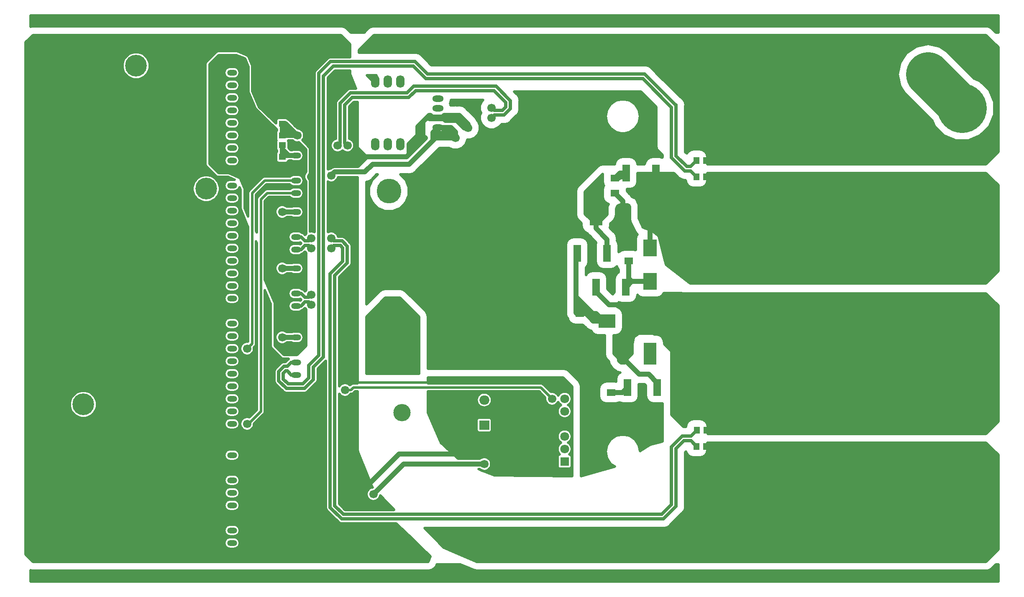
<source format=gbr>
G04 #@! TF.GenerationSoftware,KiCad,Pcbnew,(5.0.0-rc2-dev-586-g888c43477)*
G04 #@! TF.CreationDate,2018-06-04T00:41:44-03:00*
G04 #@! TF.ProjectId,Mcc18,4D636331382E6B696361645F70636200,rev?*
G04 #@! TF.SameCoordinates,Original*
G04 #@! TF.FileFunction,Copper,L1,Top,Signal*
G04 #@! TF.FilePolarity,Positive*
%FSLAX46Y46*%
G04 Gerber Fmt 4.6, Leading zero omitted, Abs format (unit mm)*
G04 Created by KiCad (PCBNEW (5.0.0-rc2-dev-586-g888c43477)) date 06/04/18 00:41:44*
%MOMM*%
%LPD*%
G01*
G04 APERTURE LIST*
%ADD10O,1.700000X2.540000*%
%ADD11O,2.300000X1.300000*%
%ADD12O,5.000000X1.300000*%
%ADD13O,2.000000X1.200000*%
%ADD14R,1.295000X1.400000*%
%ADD15R,2.500000X4.500000*%
%ADD16O,2.500000X4.500000*%
%ADD17C,1.800000*%
%ADD18R,1.800000X1.800000*%
%ADD19C,5.000000*%
%ADD20C,4.400000*%
%ADD21R,1.800000X1.395000*%
%ADD22O,2.000000X1.905000*%
%ADD23R,2.000000X1.905000*%
%ADD24O,3.500000X3.500000*%
%ADD25C,2.200000*%
%ADD26R,3.500000X2.700000*%
%ADD27R,2.700000X3.500000*%
%ADD28R,1.400000X1.295000*%
%ADD29R,1.495000X3.400000*%
%ADD30C,2.400000*%
%ADD31C,10.000000*%
%ADD32C,3.000000*%
%ADD33C,1.700000*%
%ADD34C,1.000000*%
%ADD35C,9.000000*%
%ADD36C,0.508000*%
%ADD37C,0.635000*%
G04 APERTURE END LIST*
D10*
X123952000Y-49530000D03*
X121412000Y-49530000D03*
X126492000Y-49530000D03*
D11*
X134112000Y-58826400D03*
D12*
X134112000Y-56896000D03*
D11*
X134112000Y-54965600D03*
X134112000Y-53035200D03*
D10*
X126492000Y-62230000D03*
X121412000Y-62230000D03*
X123952000Y-62230000D03*
D13*
X105410000Y-64516000D03*
X105410000Y-108966000D03*
X105410000Y-106426000D03*
X105410000Y-103886000D03*
X105410000Y-101346000D03*
X105410000Y-97536000D03*
X105410000Y-94996000D03*
X105410000Y-92456000D03*
X105410000Y-89916000D03*
X105410000Y-87376000D03*
X105410000Y-83566000D03*
X105410000Y-81026000D03*
X105410000Y-78486000D03*
X105410000Y-75946000D03*
X105410000Y-72136000D03*
X105410000Y-69596000D03*
X105410000Y-67056000D03*
D14*
X186484500Y-65532000D03*
X188419500Y-65532000D03*
D15*
X177016000Y-104648000D03*
D16*
X171566000Y-104648000D03*
X166116000Y-104648000D03*
X177016000Y-76454000D03*
X171566000Y-76454000D03*
D15*
X166116000Y-76454000D03*
D17*
X159766000Y-123952000D03*
D18*
X159766000Y-126492000D03*
D17*
X159766000Y-111252000D03*
X159766000Y-121412000D03*
X159766000Y-118872000D03*
X159766000Y-113792000D03*
X159766000Y-116332000D03*
D19*
X124206000Y-100838000D03*
X124206000Y-71755000D03*
X153289000Y-100838000D03*
X153289000Y-71755000D03*
D20*
X62357000Y-114934000D03*
X73025000Y-46355000D03*
X87225274Y-71247000D03*
D13*
X92456000Y-45212000D03*
X92456000Y-47752000D03*
X92456000Y-50292000D03*
X92456000Y-52832000D03*
X92456000Y-55372000D03*
X92456000Y-57912000D03*
X92456000Y-60452000D03*
X92456000Y-62992000D03*
X92456000Y-65532000D03*
X92456000Y-70612000D03*
X92456000Y-73152000D03*
X92456000Y-75692000D03*
X92456000Y-78232000D03*
X92456000Y-80772000D03*
X92456000Y-83312000D03*
X92456000Y-85852000D03*
X92456000Y-88392000D03*
X92456000Y-90932000D03*
X92456000Y-93472000D03*
X92456000Y-96012000D03*
X92456000Y-98552000D03*
X92456000Y-101092000D03*
X92456000Y-103632000D03*
X92456000Y-106172000D03*
X92456000Y-108712000D03*
X92456000Y-111252000D03*
X92456000Y-113792000D03*
X92456000Y-116332000D03*
X92456000Y-118872000D03*
X92456000Y-125222000D03*
X92456000Y-127762000D03*
X92456000Y-130302000D03*
X92456000Y-132842000D03*
X92456000Y-135382000D03*
X92456000Y-137922000D03*
X92456000Y-140462000D03*
X92456000Y-143002000D03*
D21*
X169164000Y-109480500D03*
X169164000Y-112515500D03*
X162814000Y-96526500D03*
X162814000Y-99561500D03*
X172720000Y-82810500D03*
X172720000Y-85845500D03*
X169926000Y-69094500D03*
X169926000Y-72129500D03*
D22*
X143510000Y-114046000D03*
X143510000Y-116586000D03*
D23*
X143510000Y-119126000D03*
D24*
X126850000Y-116586000D03*
D25*
X220218000Y-74182000D03*
X220218000Y-59182000D03*
X230378000Y-74182000D03*
X230378000Y-59182000D03*
X210058000Y-74182000D03*
X210058000Y-59182000D03*
D26*
X175104000Y-98044000D03*
X168304000Y-98044000D03*
D27*
X177038000Y-83214000D03*
X177038000Y-90014000D03*
D28*
X102616000Y-60500500D03*
X102616000Y-62435500D03*
D29*
X178531500Y-111506000D03*
X172496500Y-111506000D03*
X168371500Y-84328000D03*
X162336500Y-84328000D03*
X166146500Y-91186000D03*
X172181500Y-91186000D03*
X178277500Y-68072000D03*
X172242500Y-68072000D03*
D28*
X102616000Y-64818500D03*
X102616000Y-66753500D03*
X102616000Y-56182500D03*
X102616000Y-58117500D03*
D30*
X214630000Y-107628000D03*
X214630000Y-135128000D03*
X227330000Y-104648000D03*
X227330000Y-77148000D03*
X214630000Y-77148000D03*
X214630000Y-104648000D03*
X201930000Y-104648000D03*
X201930000Y-77148000D03*
X227330000Y-107628000D03*
X227330000Y-135128000D03*
X189230000Y-104648000D03*
X189230000Y-77148000D03*
X201930000Y-107628000D03*
X201930000Y-135128000D03*
D31*
X240202000Y-129972000D03*
X240202000Y-104972000D03*
X240202000Y-79972000D03*
X240202000Y-54972000D03*
D32*
X233273600Y-47371000D03*
X210820000Y-47371000D03*
D14*
X188419500Y-68834000D03*
X186484500Y-68834000D03*
X186484500Y-123444000D03*
X188419500Y-123444000D03*
X188468000Y-120142000D03*
X186533000Y-120142000D03*
D33*
X137668000Y-60960002D03*
X105664000Y-60452000D03*
X112522000Y-68580000D03*
X191262000Y-68834000D03*
X191262000Y-120142000D03*
X140208000Y-58928000D03*
X112522000Y-66294000D03*
X148747000Y-119888000D03*
X157226000Y-111252000D03*
X105664000Y-57658000D03*
X115316000Y-109982000D03*
X115316000Y-114554000D03*
X108458000Y-68834000D03*
X112522000Y-70866000D03*
X130556000Y-60198000D03*
X118364000Y-132842000D03*
X143510000Y-127000000D03*
X121057396Y-133125570D03*
X102616000Y-75946000D03*
X102616000Y-101346000D03*
X102616000Y-87376000D03*
X95504000Y-103632000D03*
X157226000Y-113792000D03*
X115316000Y-112014000D03*
X95504000Y-118872000D03*
X191262000Y-123444000D03*
X135382000Y-140970000D03*
X146050000Y-140970000D03*
X185674000Y-128778000D03*
X185674000Y-137414000D03*
X191262000Y-65532000D03*
X133350000Y-45466000D03*
X128778000Y-42926000D03*
X122682000Y-42926000D03*
X139446000Y-45466000D03*
X108458000Y-83298400D03*
X112522000Y-83298400D03*
X108458000Y-81293600D03*
X112522000Y-81293600D03*
X144994186Y-54877600D03*
X108458000Y-94728400D03*
X115810400Y-62484000D03*
X144994186Y-56882400D03*
X108458000Y-92723600D03*
X113805600Y-62484000D03*
D34*
X102616000Y-60500500D02*
X102616000Y-58117500D01*
X136736479Y-58826400D02*
X134112000Y-58826400D01*
X137668000Y-60960002D02*
X137668000Y-59757921D01*
X137668000Y-59757921D02*
X136736479Y-58826400D01*
X102664500Y-60452000D02*
X102616000Y-60500500D01*
X105664000Y-60452000D02*
X102664500Y-60452000D01*
X102616000Y-58117500D02*
X103329500Y-58117500D01*
X103303000Y-60452000D02*
X103124000Y-60273000D01*
X104140000Y-60452000D02*
X103303000Y-60452000D01*
X103124000Y-60273000D02*
X103124000Y-59182000D01*
X103124000Y-59182000D02*
X103886000Y-59944000D01*
X104140000Y-59944000D02*
X104648000Y-59436000D01*
X103886000Y-59944000D02*
X104140000Y-59944000D01*
X103329500Y-58117500D02*
X104648000Y-59436000D01*
X104648000Y-59436000D02*
X105664000Y-60452000D01*
X133096000Y-59842400D02*
X134112000Y-58826400D01*
X113249189Y-67852811D02*
X119345189Y-67852811D01*
X133096000Y-61492400D02*
X133096000Y-59842400D01*
X112522000Y-68580000D02*
X113249189Y-67852811D01*
X128270000Y-66318400D02*
X133096000Y-61492400D01*
X119345189Y-67852811D02*
X120879600Y-66318400D01*
X120879600Y-66318400D02*
X128270000Y-66318400D01*
X133628398Y-60960002D02*
X133096000Y-61492400D01*
X137668000Y-60960002D02*
X133628398Y-60960002D01*
X133628398Y-60960002D02*
X133628398Y-60427602D01*
X133628398Y-60427602D02*
X134112000Y-59944000D01*
X136906000Y-60198000D02*
X136906000Y-60452000D01*
X136652000Y-59944000D02*
X136906000Y-60198000D01*
X134112000Y-59944000D02*
X136906000Y-60452000D01*
X136906000Y-60198000D02*
X136144000Y-59436000D01*
X136144000Y-59436000D02*
X135382000Y-59436000D01*
X102918500Y-67056000D02*
X102616000Y-66753500D01*
X105410000Y-67056000D02*
X102918500Y-67056000D01*
X102918500Y-64516000D02*
X102616000Y-64818500D01*
X102616000Y-62435500D02*
X102616000Y-64818500D01*
X102616000Y-63246000D02*
X103886000Y-64516000D01*
X102616000Y-62435500D02*
X102616000Y-63246000D01*
X105410000Y-64516000D02*
X103886000Y-64516000D01*
X103886000Y-64516000D02*
X102918500Y-64516000D01*
X170948500Y-68072000D02*
X169926000Y-69094500D01*
X172242500Y-68072000D02*
X170948500Y-68072000D01*
X169926000Y-69094500D02*
X170681500Y-69094500D01*
X170681500Y-69094500D02*
X170942000Y-68834000D01*
X171450000Y-68834000D02*
X170942000Y-68834000D01*
X172720000Y-90647500D02*
X172181500Y-91186000D01*
X173353500Y-90014000D02*
X172181500Y-91186000D01*
X177038000Y-90014000D02*
X173353500Y-90014000D01*
X173326000Y-90014000D02*
X172720000Y-89408000D01*
X173353500Y-90014000D02*
X173326000Y-90014000D01*
X172720000Y-85845500D02*
X172720000Y-89408000D01*
X172720000Y-89408000D02*
X172720000Y-90647500D01*
X167379500Y-97790000D02*
X166116000Y-96526500D01*
X168304000Y-97790000D02*
X167379500Y-97790000D01*
X162336500Y-84328000D02*
X162336500Y-85313500D01*
X162067240Y-84597260D02*
X162336500Y-84328000D01*
X162814000Y-96526500D02*
X162202980Y-96526500D01*
X162202980Y-96526500D02*
X162067240Y-96390760D01*
X165554000Y-98044000D02*
X164837720Y-97327720D01*
X168304000Y-98044000D02*
X165554000Y-98044000D01*
X162814000Y-96526500D02*
X163099900Y-96526500D01*
X166917220Y-97327720D02*
X167069620Y-97480120D01*
X165928040Y-97327720D02*
X166917220Y-97327720D01*
X164837720Y-97327720D02*
X167069620Y-97480120D01*
X162067240Y-93178780D02*
X162067240Y-91678760D01*
X165414960Y-96526500D02*
X162067240Y-93178780D01*
X162067240Y-91678760D02*
X162067240Y-84597260D01*
X162067240Y-96390760D02*
X162067240Y-91678760D01*
X166116000Y-96526500D02*
X165414960Y-96526500D01*
X162814000Y-94829000D02*
X162626040Y-94641040D01*
X162814000Y-96526500D02*
X162814000Y-94829000D01*
X162626040Y-94641040D02*
X162626040Y-94736920D01*
X164084000Y-96194880D02*
X164084000Y-96526500D01*
X162626040Y-94736920D02*
X164084000Y-96194880D01*
X165414960Y-96526500D02*
X164084000Y-96526500D01*
X164837720Y-96650220D02*
X164714000Y-96526500D01*
X164714000Y-96526500D02*
X162814000Y-96526500D01*
X164837720Y-97327720D02*
X164837720Y-96650220D01*
X164837720Y-97280220D02*
X164084000Y-96526500D01*
X164837720Y-97327720D02*
X164837720Y-97280220D01*
X169164000Y-112515500D02*
X171487000Y-112515500D01*
X172496500Y-111506000D02*
X171487000Y-112515500D01*
D35*
X233318000Y-48088000D02*
X240094000Y-54864000D01*
D34*
X177016000Y-83192000D02*
X177038000Y-83214000D01*
X177016000Y-76454000D02*
X177016000Y-83192000D01*
X168371500Y-81503500D02*
X166116000Y-79248000D01*
X168371500Y-84328000D02*
X168371500Y-81503500D01*
X166116000Y-76454000D02*
X166116000Y-79248000D01*
X177016000Y-69333500D02*
X178277500Y-68072000D01*
X177016000Y-76454000D02*
X177016000Y-69333500D01*
X191262000Y-68834000D02*
X188902001Y-68834000D01*
X171566000Y-101328000D02*
X175104000Y-97790000D01*
X171566000Y-104648000D02*
X171566000Y-101328000D01*
X191262000Y-120142000D02*
X188950501Y-120142000D01*
X166146500Y-92138500D02*
X166146500Y-91186000D01*
X171656000Y-94742000D02*
X168750000Y-94742000D01*
X175104000Y-97790000D02*
X174704000Y-97790000D01*
X168750000Y-94742000D02*
X166146500Y-92138500D01*
X174704000Y-97790000D02*
X171656000Y-94742000D01*
X171566000Y-104648000D02*
X171566000Y-105780000D01*
X171566000Y-105780000D02*
X171820000Y-105780000D01*
X178531500Y-110553500D02*
X178531500Y-111506000D01*
X174846000Y-108806000D02*
X176784000Y-108806000D01*
X176784000Y-108806000D02*
X178531500Y-110553500D01*
X171820000Y-105780000D02*
X174846000Y-108806000D01*
X171566000Y-81656500D02*
X172720000Y-82810500D01*
X171566000Y-76454000D02*
X171566000Y-81656500D01*
X162814000Y-101346000D02*
X166116000Y-104648000D01*
X162814000Y-99561500D02*
X162814000Y-101346000D01*
X166116000Y-109226500D02*
X166116000Y-104648000D01*
X171566000Y-76454000D02*
X171566000Y-75554000D01*
X171566000Y-73769500D02*
X169926000Y-72129500D01*
X171566000Y-76454000D02*
X171566000Y-73769500D01*
X104316000Y-56182500D02*
X105664000Y-57530500D01*
X105664000Y-57530500D02*
X105664000Y-57658000D01*
X102616000Y-56182500D02*
X104316000Y-56182500D01*
X134112000Y-56896000D02*
X135128000Y-56896000D01*
X135128000Y-56896000D02*
X135636000Y-57404000D01*
X137922000Y-57404000D02*
X138430000Y-57912000D01*
X138430000Y-57912000D02*
X138938000Y-58420000D01*
X138938000Y-58420000D02*
X139446000Y-58928000D01*
X138430000Y-56388000D02*
X140208000Y-58166000D01*
X134112000Y-56896000D02*
X134874000Y-56896000D01*
X140208000Y-58166000D02*
X140208000Y-58928000D01*
X134874000Y-56896000D02*
X135382000Y-56388000D01*
X140208000Y-58928000D02*
X138430000Y-57150000D01*
X136144000Y-56388000D02*
X136144000Y-57150000D01*
X135636000Y-57404000D02*
X135890000Y-57404000D01*
X136144000Y-57150000D02*
X135890000Y-57404000D01*
X135382000Y-56388000D02*
X136144000Y-56388000D01*
X136144000Y-57150000D02*
X136906000Y-57150000D01*
X136906000Y-57150000D02*
X137160000Y-57404000D01*
X135890000Y-57404000D02*
X137160000Y-57404000D01*
X137160000Y-57404000D02*
X137414000Y-57404000D01*
X137668000Y-56388000D02*
X137668000Y-57404000D01*
X137668000Y-57404000D02*
X137922000Y-57404000D01*
X137414000Y-57404000D02*
X137668000Y-57404000D01*
X136144000Y-56388000D02*
X137668000Y-56388000D01*
X137668000Y-56388000D02*
X138430000Y-56388000D01*
X131572000Y-60960000D02*
X130556000Y-60198000D01*
X133096000Y-56896000D02*
X134112000Y-56896000D01*
X132334000Y-56388000D02*
X132588000Y-56388000D01*
X132588000Y-56388000D02*
X133096000Y-56896000D01*
X131572000Y-57150000D02*
X132334000Y-56388000D01*
X131064000Y-57658000D02*
X131064000Y-60706000D01*
X128270000Y-64262000D02*
X128270000Y-62230000D01*
X128270000Y-64262000D02*
X131572000Y-60960000D01*
X130556000Y-59944000D02*
X130556000Y-60960000D01*
X130556000Y-60960000D02*
X128778000Y-62738000D01*
X130048000Y-60452000D02*
X130048000Y-58674000D01*
X128270000Y-62230000D02*
X130048000Y-60452000D01*
X130048000Y-60452000D02*
X130556000Y-59944000D01*
X130556000Y-58166000D02*
X130556000Y-59944000D01*
X130048000Y-58674000D02*
X130556000Y-58166000D01*
X130556000Y-58166000D02*
X131064000Y-57658000D01*
X127762000Y-64770000D02*
X128270000Y-64262000D01*
X117348000Y-65278000D02*
X117856000Y-64770000D01*
X112522000Y-66294000D02*
X117348000Y-66294000D01*
X117348000Y-66294000D02*
X117348000Y-65278000D01*
X119380000Y-64770000D02*
X127762000Y-64770000D01*
X119380000Y-65024000D02*
X117856000Y-66548000D01*
X119380000Y-65024000D02*
X119380000Y-64770000D01*
X119380000Y-64770000D02*
X117856000Y-63246000D01*
X117856000Y-64262000D02*
X118364000Y-64770000D01*
X117856000Y-63246000D02*
X117856000Y-64262000D01*
X117856000Y-64770000D02*
X118364000Y-64770000D01*
X119380000Y-64770000D02*
X118872000Y-64770000D01*
X118872000Y-64770000D02*
X118110000Y-65532000D01*
X131572000Y-57150000D02*
X131064000Y-57658000D01*
D36*
X115824000Y-110490000D02*
X115316000Y-109982000D01*
X157226000Y-111252000D02*
X156464000Y-110490000D01*
X156464000Y-110490000D02*
X115824000Y-110490000D01*
D34*
X119213999Y-131992001D02*
X118364000Y-132842000D01*
X126238000Y-124968000D02*
X119213999Y-131992001D01*
X145542000Y-124968000D02*
X126238000Y-124968000D01*
X148747000Y-119888000D02*
X148747000Y-121763000D01*
X148747000Y-121763000D02*
X145542000Y-124968000D01*
X127182966Y-127000000D02*
X121057396Y-133125570D01*
X143510000Y-127000000D02*
X127182966Y-127000000D01*
X105410000Y-75946000D02*
X102616000Y-75946000D01*
X105410000Y-101346000D02*
X102616000Y-101346000D01*
X105410000Y-87376000D02*
X102616000Y-87376000D01*
D36*
X105410000Y-69596000D02*
X99060000Y-69596000D01*
X99060000Y-69596000D02*
X96520000Y-72136000D01*
X96520000Y-72136000D02*
X96520000Y-102616000D01*
X96520000Y-102616000D02*
X95504000Y-103632000D01*
X116518081Y-112014000D02*
X115316000Y-112014000D01*
X157226000Y-113792000D02*
X154940000Y-111506000D01*
X117026081Y-111506000D02*
X116518081Y-112014000D01*
X154940000Y-111506000D02*
X117026081Y-111506000D01*
X105410000Y-72136000D02*
X99568000Y-72136000D01*
X99568000Y-72136000D02*
X98298000Y-73406000D01*
X98298000Y-73406000D02*
X98298000Y-116332000D01*
X98298000Y-116332000D02*
X95758000Y-118872000D01*
X95758000Y-118872000D02*
X95504000Y-118872000D01*
D34*
X191262000Y-123444000D02*
X188902001Y-123444000D01*
X191262000Y-65532000D02*
X188902001Y-65532000D01*
D37*
X105810000Y-108966000D02*
X105410000Y-108966000D01*
X112386735Y-45504100D02*
X110020100Y-47870735D01*
X129480640Y-45504100D02*
X112386735Y-45504100D01*
X132020640Y-48044100D02*
X129480640Y-45504100D01*
X186432000Y-65532000D02*
X185250900Y-66713100D01*
X186484500Y-65532000D02*
X186432000Y-65532000D01*
X185250900Y-66713100D02*
X184471640Y-66713100D01*
X184471640Y-66713100D02*
X182333900Y-64575360D01*
X182333900Y-64575360D02*
X182333900Y-54317900D01*
X182333900Y-54317900D02*
X182236440Y-54317900D01*
X182236440Y-54317900D02*
X175962640Y-48044100D01*
X175962640Y-48044100D02*
X132020640Y-48044100D01*
X105410000Y-108966000D02*
X104410000Y-108966000D01*
X104410000Y-108966000D02*
X103609900Y-108165900D01*
X103609900Y-108165900D02*
X103318640Y-108165900D01*
X103318640Y-108165900D02*
X102831900Y-108652640D01*
X102831900Y-108652640D02*
X102831900Y-109787360D01*
X102831900Y-109787360D02*
X103826640Y-110782100D01*
X103826640Y-110782100D02*
X106739360Y-110782100D01*
X106739360Y-110782100D02*
X107988100Y-109533360D01*
X107988100Y-109533360D02*
X107988100Y-106993360D01*
X110020100Y-47870735D02*
X110020100Y-104961360D01*
X110020100Y-104961360D02*
X107988100Y-106993360D01*
X186484500Y-68834000D02*
X186484500Y-68781500D01*
X184082360Y-67652900D02*
X181394100Y-64964640D01*
X185250900Y-67652900D02*
X184082360Y-67652900D01*
X186432000Y-68834000D02*
X185250900Y-67652900D01*
X186484500Y-68834000D02*
X186432000Y-68834000D01*
X181394100Y-54804640D02*
X175573360Y-48983900D01*
X175573360Y-48983900D02*
X131631360Y-48983900D01*
X181394100Y-64964640D02*
X181394100Y-54804640D01*
X131631360Y-48983900D02*
X129091360Y-46443900D01*
X129091360Y-46443900D02*
X112970640Y-46443900D01*
X112970640Y-46443900D02*
X110959900Y-48454640D01*
X104410000Y-106426000D02*
X103609900Y-107226100D01*
X105410000Y-106426000D02*
X104410000Y-106426000D01*
X103609900Y-107226100D02*
X102929360Y-107226100D01*
X102929360Y-107226100D02*
X101892100Y-108263360D01*
X101892100Y-108263360D02*
X101892100Y-110176640D01*
X101892100Y-110176640D02*
X103437360Y-111721900D01*
X103437360Y-111721900D02*
X107128640Y-111721900D01*
X107128640Y-111721900D02*
X108927900Y-109922640D01*
X108927900Y-109922640D02*
X108927900Y-107382640D01*
X110959900Y-105350640D02*
X108927900Y-107382640D01*
X110959900Y-48454640D02*
X110959900Y-105350640D01*
X107925500Y-82765900D02*
X108458000Y-83298400D01*
X107210100Y-82765900D02*
X107925500Y-82765900D01*
X106410000Y-83566000D02*
X107210100Y-82765900D01*
X105410000Y-83566000D02*
X106410000Y-83566000D01*
X114359360Y-82765900D02*
X113054500Y-82765900D01*
X114846100Y-83252640D02*
X114359360Y-82765900D01*
X112306100Y-135830640D02*
X112306100Y-88451360D01*
X114613360Y-138137900D02*
X112306100Y-135830640D01*
X114846100Y-85911360D02*
X114846100Y-83252640D01*
X112306100Y-88451360D02*
X114846100Y-85911360D01*
X113054500Y-82765900D02*
X112522000Y-83298400D01*
X186484500Y-123444000D02*
X185327650Y-122287150D01*
X185327650Y-122287150D02*
X183939390Y-122287150D01*
X183939390Y-122287150D02*
X182333900Y-123892640D01*
X182333900Y-123892640D02*
X182333900Y-135576640D01*
X179772640Y-138137900D02*
X114613360Y-138137900D01*
X182333900Y-135576640D02*
X179772640Y-138137900D01*
X107210100Y-81826100D02*
X107925500Y-81826100D01*
X105410000Y-81026000D02*
X106410000Y-81026000D01*
X106410000Y-81026000D02*
X107210100Y-81826100D01*
X107925500Y-81826100D02*
X108458000Y-81293600D01*
X114748640Y-81826100D02*
X113054500Y-81826100D01*
X186533000Y-120142000D02*
X185327650Y-121347350D01*
X113245900Y-88840640D02*
X115785900Y-86300640D01*
X115002640Y-137198100D02*
X113245900Y-135441360D01*
X113245900Y-135441360D02*
X113245900Y-88840640D01*
X115785900Y-82863360D02*
X114748640Y-81826100D01*
X115785900Y-86300640D02*
X115785900Y-82863360D01*
X113054500Y-81826100D02*
X112522000Y-81293600D01*
X185327650Y-121347350D02*
X183550110Y-121347350D01*
X183550110Y-121347350D02*
X181394100Y-123503360D01*
X181394100Y-123503360D02*
X181394100Y-135187360D01*
X181394100Y-135187360D02*
X179383360Y-137198100D01*
X179383360Y-137198100D02*
X115002640Y-137198100D01*
X107925500Y-94195900D02*
X108458000Y-94728400D01*
X107210100Y-94195900D02*
X107925500Y-94195900D01*
X105410000Y-94996000D02*
X106410000Y-94996000D01*
X106410000Y-94996000D02*
X107210100Y-94195900D01*
X145526686Y-55410100D02*
X144994186Y-54877600D01*
X147866100Y-54669360D02*
X147125360Y-55410100D01*
X147866100Y-53788640D02*
X147866100Y-54669360D01*
X145475360Y-51397900D02*
X147866100Y-53788640D01*
X129606640Y-51397900D02*
X145475360Y-51397900D01*
X128210640Y-52793900D02*
X129606640Y-51397900D01*
X115810400Y-62484000D02*
X115277900Y-61951500D01*
X147125360Y-55410100D02*
X145526686Y-55410100D01*
X115277900Y-61951500D02*
X115277900Y-54296640D01*
X115277900Y-54296640D02*
X116780640Y-52793900D01*
X116780640Y-52793900D02*
X128210640Y-52793900D01*
X106410000Y-92456000D02*
X107210100Y-93256100D01*
X107925500Y-93256100D02*
X108458000Y-92723600D01*
X107210100Y-93256100D02*
X107925500Y-93256100D01*
X105410000Y-92456000D02*
X106410000Y-92456000D01*
X114338100Y-53907360D02*
X116391360Y-51854100D01*
X145526686Y-56349900D02*
X144994186Y-56882400D01*
X116391360Y-51854100D02*
X127821360Y-51854100D01*
X114338100Y-61951500D02*
X114338100Y-53907360D01*
X113805600Y-62484000D02*
X114338100Y-61951500D01*
X129217360Y-50458100D02*
X145864640Y-50458100D01*
X145864640Y-50458100D02*
X148805900Y-53399360D01*
X148805900Y-53399360D02*
X148805900Y-55058640D01*
X148805900Y-55058640D02*
X147514640Y-56349900D01*
X147514640Y-56349900D02*
X145526686Y-56349900D01*
X127821360Y-51854100D02*
X129217360Y-50458100D01*
D36*
G36*
X95055597Y-44898403D02*
X95758000Y-46594154D01*
X95758000Y-51594000D01*
X95778113Y-51693061D01*
X97214593Y-55084651D01*
X97271748Y-55168023D01*
X101557200Y-59319555D01*
X101557200Y-59420680D01*
X101513128Y-59450128D01*
X101389622Y-59634967D01*
X101346253Y-59853000D01*
X101346253Y-61148000D01*
X101389622Y-61366033D01*
X101457754Y-61468000D01*
X101389622Y-61569967D01*
X101346253Y-61788000D01*
X101346253Y-63083000D01*
X101389622Y-63301033D01*
X101513128Y-63485872D01*
X101557200Y-63515320D01*
X101557201Y-63738680D01*
X101513128Y-63768128D01*
X101389622Y-63952967D01*
X101346253Y-64171000D01*
X101346253Y-65466000D01*
X101389622Y-65684033D01*
X101513128Y-65868872D01*
X101697967Y-65992378D01*
X101916000Y-66035747D01*
X103316000Y-66035747D01*
X103534033Y-65992378D01*
X103718872Y-65868872D01*
X103842378Y-65684033D01*
X103860970Y-65590563D01*
X103885999Y-65595542D01*
X103990277Y-65574800D01*
X104508821Y-65574800D01*
X104557859Y-65607566D01*
X104895869Y-65674800D01*
X105924131Y-65674800D01*
X106262141Y-65607566D01*
X106645448Y-65351448D01*
X106901566Y-64968141D01*
X106991502Y-64516000D01*
X106901566Y-64063859D01*
X106645448Y-63680552D01*
X106262141Y-63424434D01*
X105924131Y-63357200D01*
X104895869Y-63357200D01*
X104557859Y-63424434D01*
X104508821Y-63457200D01*
X104324570Y-63457200D01*
X103885747Y-63018378D01*
X103885747Y-61788000D01*
X103842378Y-61569967D01*
X103802844Y-61510800D01*
X104730456Y-61510800D01*
X104865979Y-61646323D01*
X105383772Y-61860800D01*
X105944228Y-61860800D01*
X105949434Y-61858644D01*
X107442000Y-63351210D01*
X107442000Y-67857656D01*
X107263677Y-68035979D01*
X107049200Y-68553772D01*
X107049200Y-69114228D01*
X107263677Y-69632021D01*
X107442000Y-69810344D01*
X107442000Y-80317256D01*
X107263677Y-80495579D01*
X107221259Y-80597985D01*
X107090668Y-80467394D01*
X107041777Y-80394223D01*
X106751915Y-80200544D01*
X106621612Y-80174625D01*
X106262141Y-79934434D01*
X105924131Y-79867200D01*
X104895869Y-79867200D01*
X104557859Y-79934434D01*
X104174552Y-80190552D01*
X103918434Y-80573859D01*
X103828498Y-81026000D01*
X103918434Y-81478141D01*
X104174552Y-81861448D01*
X104557859Y-82117566D01*
X104895869Y-82184800D01*
X105924131Y-82184800D01*
X106262141Y-82117566D01*
X106262231Y-82117506D01*
X106440725Y-82296000D01*
X106262231Y-82474494D01*
X106262141Y-82474434D01*
X105924131Y-82407200D01*
X104895869Y-82407200D01*
X104557859Y-82474434D01*
X104174552Y-82730552D01*
X103918434Y-83113859D01*
X103828498Y-83566000D01*
X103918434Y-84018141D01*
X104174552Y-84401448D01*
X104557859Y-84657566D01*
X104895869Y-84724800D01*
X105924131Y-84724800D01*
X106262141Y-84657566D01*
X106621612Y-84417375D01*
X106751915Y-84391456D01*
X107041777Y-84197777D01*
X107090668Y-84124606D01*
X107221259Y-83994015D01*
X107263677Y-84096421D01*
X107442000Y-84274744D01*
X107442000Y-91747256D01*
X107263677Y-91925579D01*
X107221259Y-92027985D01*
X107090668Y-91897394D01*
X107041777Y-91824223D01*
X106751915Y-91630544D01*
X106621612Y-91604625D01*
X106262141Y-91364434D01*
X105924131Y-91297200D01*
X104895869Y-91297200D01*
X104557859Y-91364434D01*
X104174552Y-91620552D01*
X103918434Y-92003859D01*
X103828498Y-92456000D01*
X103918434Y-92908141D01*
X104174552Y-93291448D01*
X104557859Y-93547566D01*
X104895869Y-93614800D01*
X105924131Y-93614800D01*
X106262141Y-93547566D01*
X106262231Y-93547506D01*
X106440725Y-93726000D01*
X106262231Y-93904494D01*
X106262141Y-93904434D01*
X105924131Y-93837200D01*
X104895869Y-93837200D01*
X104557859Y-93904434D01*
X104174552Y-94160552D01*
X103918434Y-94543859D01*
X103828498Y-94996000D01*
X103918434Y-95448141D01*
X104174552Y-95831448D01*
X104557859Y-96087566D01*
X104895869Y-96154800D01*
X105924131Y-96154800D01*
X106262141Y-96087566D01*
X106621612Y-95847375D01*
X106751915Y-95821456D01*
X107041777Y-95627777D01*
X107090668Y-95554606D01*
X107221259Y-95424015D01*
X107263677Y-95526421D01*
X107442000Y-95704744D01*
X107442000Y-103050790D01*
X105590790Y-104902000D01*
X102943210Y-104902000D01*
X101092000Y-103050790D01*
X101092000Y-101065772D01*
X101207200Y-101065772D01*
X101207200Y-101626228D01*
X101421677Y-102144021D01*
X101817979Y-102540323D01*
X102335772Y-102754800D01*
X102896228Y-102754800D01*
X103414021Y-102540323D01*
X103549544Y-102404800D01*
X104508821Y-102404800D01*
X104557859Y-102437566D01*
X104895869Y-102504800D01*
X105924131Y-102504800D01*
X106262141Y-102437566D01*
X106645448Y-102181448D01*
X106901566Y-101798141D01*
X106991502Y-101346000D01*
X106901566Y-100893859D01*
X106645448Y-100510552D01*
X106262141Y-100254434D01*
X105924131Y-100187200D01*
X104895869Y-100187200D01*
X104557859Y-100254434D01*
X104508821Y-100287200D01*
X103549544Y-100287200D01*
X103414021Y-100151677D01*
X102896228Y-99937200D01*
X102335772Y-99937200D01*
X101817979Y-100151677D01*
X101421677Y-100547979D01*
X101207200Y-101065772D01*
X101092000Y-101065772D01*
X101092000Y-94506051D01*
X101072665Y-94408849D01*
X99110800Y-89672488D01*
X99110800Y-87095772D01*
X101207200Y-87095772D01*
X101207200Y-87656228D01*
X101421677Y-88174021D01*
X101817979Y-88570323D01*
X102335772Y-88784800D01*
X102896228Y-88784800D01*
X103414021Y-88570323D01*
X103549544Y-88434800D01*
X104508821Y-88434800D01*
X104557859Y-88467566D01*
X104895869Y-88534800D01*
X105924131Y-88534800D01*
X106262141Y-88467566D01*
X106645448Y-88211448D01*
X106901566Y-87828141D01*
X106991502Y-87376000D01*
X106901566Y-86923859D01*
X106645448Y-86540552D01*
X106262141Y-86284434D01*
X105924131Y-86217200D01*
X104895869Y-86217200D01*
X104557859Y-86284434D01*
X104508821Y-86317200D01*
X103549544Y-86317200D01*
X103414021Y-86181677D01*
X102896228Y-85967200D01*
X102335772Y-85967200D01*
X101817979Y-86181677D01*
X101421677Y-86577979D01*
X101207200Y-87095772D01*
X99110800Y-87095772D01*
X99110800Y-75665772D01*
X101207200Y-75665772D01*
X101207200Y-76226228D01*
X101421677Y-76744021D01*
X101817979Y-77140323D01*
X102335772Y-77354800D01*
X102896228Y-77354800D01*
X103414021Y-77140323D01*
X103549544Y-77004800D01*
X104508821Y-77004800D01*
X104557859Y-77037566D01*
X104895869Y-77104800D01*
X105924131Y-77104800D01*
X106262141Y-77037566D01*
X106645448Y-76781448D01*
X106901566Y-76398141D01*
X106991502Y-75946000D01*
X106901566Y-75493859D01*
X106645448Y-75110552D01*
X106262141Y-74854434D01*
X105924131Y-74787200D01*
X104895869Y-74787200D01*
X104557859Y-74854434D01*
X104508821Y-74887200D01*
X103549544Y-74887200D01*
X103414021Y-74751677D01*
X102896228Y-74537200D01*
X102335772Y-74537200D01*
X101817979Y-74751677D01*
X101421677Y-75147979D01*
X101207200Y-75665772D01*
X99110800Y-75665772D01*
X99110800Y-73742672D01*
X99904673Y-72948800D01*
X104159419Y-72948800D01*
X104174552Y-72971448D01*
X104557859Y-73227566D01*
X104895869Y-73294800D01*
X105924131Y-73294800D01*
X106262141Y-73227566D01*
X106645448Y-72971448D01*
X106901566Y-72588141D01*
X106991502Y-72136000D01*
X106901566Y-71683859D01*
X106645448Y-71300552D01*
X106262141Y-71044434D01*
X105924131Y-70977200D01*
X104895869Y-70977200D01*
X104557859Y-71044434D01*
X104174552Y-71300552D01*
X104159419Y-71323200D01*
X99648049Y-71323200D01*
X99567999Y-71307277D01*
X99250861Y-71370360D01*
X98982004Y-71550004D01*
X98936659Y-71617868D01*
X97779871Y-72774657D01*
X97712004Y-72820004D01*
X97532361Y-73088861D01*
X97532360Y-73088862D01*
X97469277Y-73406000D01*
X97485200Y-73486050D01*
X97485200Y-80145995D01*
X97332800Y-79778068D01*
X97332800Y-72472672D01*
X99396672Y-70408800D01*
X104159419Y-70408800D01*
X104174552Y-70431448D01*
X104557859Y-70687566D01*
X104895869Y-70754800D01*
X105924131Y-70754800D01*
X106262141Y-70687566D01*
X106645448Y-70431448D01*
X106901566Y-70048141D01*
X106991502Y-69596000D01*
X106901566Y-69143859D01*
X106645448Y-68760552D01*
X106262141Y-68504434D01*
X105924131Y-68437200D01*
X104895869Y-68437200D01*
X104557859Y-68504434D01*
X104174552Y-68760552D01*
X104159419Y-68783200D01*
X99140049Y-68783200D01*
X99059999Y-68767277D01*
X98742861Y-68830360D01*
X98474004Y-69010004D01*
X98428657Y-69077871D01*
X96001871Y-71504657D01*
X95934004Y-71550004D01*
X95844566Y-71683859D01*
X95754360Y-71818862D01*
X95691277Y-72136000D01*
X95707200Y-72216050D01*
X95707200Y-76882465D01*
X94996000Y-75165477D01*
X94996000Y-71361236D01*
X94976665Y-71264034D01*
X94087665Y-69117798D01*
X94032605Y-69035395D01*
X93950202Y-68980335D01*
X91803966Y-68091335D01*
X91706764Y-68072000D01*
X89735210Y-68072000D01*
X87884000Y-66220790D01*
X87884000Y-65532000D01*
X90874498Y-65532000D01*
X90964434Y-65984141D01*
X91220552Y-66367448D01*
X91603859Y-66623566D01*
X91941869Y-66690800D01*
X92970131Y-66690800D01*
X93308141Y-66623566D01*
X93691448Y-66367448D01*
X93947566Y-65984141D01*
X94037502Y-65532000D01*
X93947566Y-65079859D01*
X93691448Y-64696552D01*
X93308141Y-64440434D01*
X92970131Y-64373200D01*
X91941869Y-64373200D01*
X91603859Y-64440434D01*
X91220552Y-64696552D01*
X90964434Y-65079859D01*
X90874498Y-65532000D01*
X87884000Y-65532000D01*
X87884000Y-62992000D01*
X90874498Y-62992000D01*
X90964434Y-63444141D01*
X91220552Y-63827448D01*
X91603859Y-64083566D01*
X91941869Y-64150800D01*
X92970131Y-64150800D01*
X93308141Y-64083566D01*
X93691448Y-63827448D01*
X93947566Y-63444141D01*
X94037502Y-62992000D01*
X93947566Y-62539859D01*
X93691448Y-62156552D01*
X93308141Y-61900434D01*
X92970131Y-61833200D01*
X91941869Y-61833200D01*
X91603859Y-61900434D01*
X91220552Y-62156552D01*
X90964434Y-62539859D01*
X90874498Y-62992000D01*
X87884000Y-62992000D01*
X87884000Y-60452000D01*
X90874498Y-60452000D01*
X90964434Y-60904141D01*
X91220552Y-61287448D01*
X91603859Y-61543566D01*
X91941869Y-61610800D01*
X92970131Y-61610800D01*
X93308141Y-61543566D01*
X93691448Y-61287448D01*
X93947566Y-60904141D01*
X94037502Y-60452000D01*
X93947566Y-59999859D01*
X93691448Y-59616552D01*
X93308141Y-59360434D01*
X92970131Y-59293200D01*
X91941869Y-59293200D01*
X91603859Y-59360434D01*
X91220552Y-59616552D01*
X90964434Y-59999859D01*
X90874498Y-60452000D01*
X87884000Y-60452000D01*
X87884000Y-57912000D01*
X90874498Y-57912000D01*
X90964434Y-58364141D01*
X91220552Y-58747448D01*
X91603859Y-59003566D01*
X91941869Y-59070800D01*
X92970131Y-59070800D01*
X93308141Y-59003566D01*
X93691448Y-58747448D01*
X93947566Y-58364141D01*
X94037502Y-57912000D01*
X93947566Y-57459859D01*
X93691448Y-57076552D01*
X93308141Y-56820434D01*
X92970131Y-56753200D01*
X91941869Y-56753200D01*
X91603859Y-56820434D01*
X91220552Y-57076552D01*
X90964434Y-57459859D01*
X90874498Y-57912000D01*
X87884000Y-57912000D01*
X87884000Y-55372000D01*
X90874498Y-55372000D01*
X90964434Y-55824141D01*
X91220552Y-56207448D01*
X91603859Y-56463566D01*
X91941869Y-56530800D01*
X92970131Y-56530800D01*
X93308141Y-56463566D01*
X93691448Y-56207448D01*
X93947566Y-55824141D01*
X94037502Y-55372000D01*
X93947566Y-54919859D01*
X93691448Y-54536552D01*
X93308141Y-54280434D01*
X92970131Y-54213200D01*
X91941869Y-54213200D01*
X91603859Y-54280434D01*
X91220552Y-54536552D01*
X90964434Y-54919859D01*
X90874498Y-55372000D01*
X87884000Y-55372000D01*
X87884000Y-52832000D01*
X90874498Y-52832000D01*
X90964434Y-53284141D01*
X91220552Y-53667448D01*
X91603859Y-53923566D01*
X91941869Y-53990800D01*
X92970131Y-53990800D01*
X93308141Y-53923566D01*
X93691448Y-53667448D01*
X93947566Y-53284141D01*
X94037502Y-52832000D01*
X93947566Y-52379859D01*
X93691448Y-51996552D01*
X93308141Y-51740434D01*
X92970131Y-51673200D01*
X91941869Y-51673200D01*
X91603859Y-51740434D01*
X91220552Y-51996552D01*
X90964434Y-52379859D01*
X90874498Y-52832000D01*
X87884000Y-52832000D01*
X87884000Y-50292000D01*
X90874498Y-50292000D01*
X90964434Y-50744141D01*
X91220552Y-51127448D01*
X91603859Y-51383566D01*
X91941869Y-51450800D01*
X92970131Y-51450800D01*
X93308141Y-51383566D01*
X93691448Y-51127448D01*
X93947566Y-50744141D01*
X94037502Y-50292000D01*
X93947566Y-49839859D01*
X93691448Y-49456552D01*
X93308141Y-49200434D01*
X92970131Y-49133200D01*
X91941869Y-49133200D01*
X91603859Y-49200434D01*
X91220552Y-49456552D01*
X90964434Y-49839859D01*
X90874498Y-50292000D01*
X87884000Y-50292000D01*
X87884000Y-47752000D01*
X90874498Y-47752000D01*
X90964434Y-48204141D01*
X91220552Y-48587448D01*
X91603859Y-48843566D01*
X91941869Y-48910800D01*
X92970131Y-48910800D01*
X93308141Y-48843566D01*
X93691448Y-48587448D01*
X93947566Y-48204141D01*
X94037502Y-47752000D01*
X93947566Y-47299859D01*
X93691448Y-46916552D01*
X93308141Y-46660434D01*
X92970131Y-46593200D01*
X91941869Y-46593200D01*
X91603859Y-46660434D01*
X91220552Y-46916552D01*
X90964434Y-47299859D01*
X90874498Y-47752000D01*
X87884000Y-47752000D01*
X87884000Y-46047210D01*
X89735210Y-44196000D01*
X93359846Y-44196000D01*
X95055597Y-44898403D01*
X95055597Y-44898403D01*
G37*
X95055597Y-44898403D02*
X95758000Y-46594154D01*
X95758000Y-51594000D01*
X95778113Y-51693061D01*
X97214593Y-55084651D01*
X97271748Y-55168023D01*
X101557200Y-59319555D01*
X101557200Y-59420680D01*
X101513128Y-59450128D01*
X101389622Y-59634967D01*
X101346253Y-59853000D01*
X101346253Y-61148000D01*
X101389622Y-61366033D01*
X101457754Y-61468000D01*
X101389622Y-61569967D01*
X101346253Y-61788000D01*
X101346253Y-63083000D01*
X101389622Y-63301033D01*
X101513128Y-63485872D01*
X101557200Y-63515320D01*
X101557201Y-63738680D01*
X101513128Y-63768128D01*
X101389622Y-63952967D01*
X101346253Y-64171000D01*
X101346253Y-65466000D01*
X101389622Y-65684033D01*
X101513128Y-65868872D01*
X101697967Y-65992378D01*
X101916000Y-66035747D01*
X103316000Y-66035747D01*
X103534033Y-65992378D01*
X103718872Y-65868872D01*
X103842378Y-65684033D01*
X103860970Y-65590563D01*
X103885999Y-65595542D01*
X103990277Y-65574800D01*
X104508821Y-65574800D01*
X104557859Y-65607566D01*
X104895869Y-65674800D01*
X105924131Y-65674800D01*
X106262141Y-65607566D01*
X106645448Y-65351448D01*
X106901566Y-64968141D01*
X106991502Y-64516000D01*
X106901566Y-64063859D01*
X106645448Y-63680552D01*
X106262141Y-63424434D01*
X105924131Y-63357200D01*
X104895869Y-63357200D01*
X104557859Y-63424434D01*
X104508821Y-63457200D01*
X104324570Y-63457200D01*
X103885747Y-63018378D01*
X103885747Y-61788000D01*
X103842378Y-61569967D01*
X103802844Y-61510800D01*
X104730456Y-61510800D01*
X104865979Y-61646323D01*
X105383772Y-61860800D01*
X105944228Y-61860800D01*
X105949434Y-61858644D01*
X107442000Y-63351210D01*
X107442000Y-67857656D01*
X107263677Y-68035979D01*
X107049200Y-68553772D01*
X107049200Y-69114228D01*
X107263677Y-69632021D01*
X107442000Y-69810344D01*
X107442000Y-80317256D01*
X107263677Y-80495579D01*
X107221259Y-80597985D01*
X107090668Y-80467394D01*
X107041777Y-80394223D01*
X106751915Y-80200544D01*
X106621612Y-80174625D01*
X106262141Y-79934434D01*
X105924131Y-79867200D01*
X104895869Y-79867200D01*
X104557859Y-79934434D01*
X104174552Y-80190552D01*
X103918434Y-80573859D01*
X103828498Y-81026000D01*
X103918434Y-81478141D01*
X104174552Y-81861448D01*
X104557859Y-82117566D01*
X104895869Y-82184800D01*
X105924131Y-82184800D01*
X106262141Y-82117566D01*
X106262231Y-82117506D01*
X106440725Y-82296000D01*
X106262231Y-82474494D01*
X106262141Y-82474434D01*
X105924131Y-82407200D01*
X104895869Y-82407200D01*
X104557859Y-82474434D01*
X104174552Y-82730552D01*
X103918434Y-83113859D01*
X103828498Y-83566000D01*
X103918434Y-84018141D01*
X104174552Y-84401448D01*
X104557859Y-84657566D01*
X104895869Y-84724800D01*
X105924131Y-84724800D01*
X106262141Y-84657566D01*
X106621612Y-84417375D01*
X106751915Y-84391456D01*
X107041777Y-84197777D01*
X107090668Y-84124606D01*
X107221259Y-83994015D01*
X107263677Y-84096421D01*
X107442000Y-84274744D01*
X107442000Y-91747256D01*
X107263677Y-91925579D01*
X107221259Y-92027985D01*
X107090668Y-91897394D01*
X107041777Y-91824223D01*
X106751915Y-91630544D01*
X106621612Y-91604625D01*
X106262141Y-91364434D01*
X105924131Y-91297200D01*
X104895869Y-91297200D01*
X104557859Y-91364434D01*
X104174552Y-91620552D01*
X103918434Y-92003859D01*
X103828498Y-92456000D01*
X103918434Y-92908141D01*
X104174552Y-93291448D01*
X104557859Y-93547566D01*
X104895869Y-93614800D01*
X105924131Y-93614800D01*
X106262141Y-93547566D01*
X106262231Y-93547506D01*
X106440725Y-93726000D01*
X106262231Y-93904494D01*
X106262141Y-93904434D01*
X105924131Y-93837200D01*
X104895869Y-93837200D01*
X104557859Y-93904434D01*
X104174552Y-94160552D01*
X103918434Y-94543859D01*
X103828498Y-94996000D01*
X103918434Y-95448141D01*
X104174552Y-95831448D01*
X104557859Y-96087566D01*
X104895869Y-96154800D01*
X105924131Y-96154800D01*
X106262141Y-96087566D01*
X106621612Y-95847375D01*
X106751915Y-95821456D01*
X107041777Y-95627777D01*
X107090668Y-95554606D01*
X107221259Y-95424015D01*
X107263677Y-95526421D01*
X107442000Y-95704744D01*
X107442000Y-103050790D01*
X105590790Y-104902000D01*
X102943210Y-104902000D01*
X101092000Y-103050790D01*
X101092000Y-101065772D01*
X101207200Y-101065772D01*
X101207200Y-101626228D01*
X101421677Y-102144021D01*
X101817979Y-102540323D01*
X102335772Y-102754800D01*
X102896228Y-102754800D01*
X103414021Y-102540323D01*
X103549544Y-102404800D01*
X104508821Y-102404800D01*
X104557859Y-102437566D01*
X104895869Y-102504800D01*
X105924131Y-102504800D01*
X106262141Y-102437566D01*
X106645448Y-102181448D01*
X106901566Y-101798141D01*
X106991502Y-101346000D01*
X106901566Y-100893859D01*
X106645448Y-100510552D01*
X106262141Y-100254434D01*
X105924131Y-100187200D01*
X104895869Y-100187200D01*
X104557859Y-100254434D01*
X104508821Y-100287200D01*
X103549544Y-100287200D01*
X103414021Y-100151677D01*
X102896228Y-99937200D01*
X102335772Y-99937200D01*
X101817979Y-100151677D01*
X101421677Y-100547979D01*
X101207200Y-101065772D01*
X101092000Y-101065772D01*
X101092000Y-94506051D01*
X101072665Y-94408849D01*
X99110800Y-89672488D01*
X99110800Y-87095772D01*
X101207200Y-87095772D01*
X101207200Y-87656228D01*
X101421677Y-88174021D01*
X101817979Y-88570323D01*
X102335772Y-88784800D01*
X102896228Y-88784800D01*
X103414021Y-88570323D01*
X103549544Y-88434800D01*
X104508821Y-88434800D01*
X104557859Y-88467566D01*
X104895869Y-88534800D01*
X105924131Y-88534800D01*
X106262141Y-88467566D01*
X106645448Y-88211448D01*
X106901566Y-87828141D01*
X106991502Y-87376000D01*
X106901566Y-86923859D01*
X106645448Y-86540552D01*
X106262141Y-86284434D01*
X105924131Y-86217200D01*
X104895869Y-86217200D01*
X104557859Y-86284434D01*
X104508821Y-86317200D01*
X103549544Y-86317200D01*
X103414021Y-86181677D01*
X102896228Y-85967200D01*
X102335772Y-85967200D01*
X101817979Y-86181677D01*
X101421677Y-86577979D01*
X101207200Y-87095772D01*
X99110800Y-87095772D01*
X99110800Y-75665772D01*
X101207200Y-75665772D01*
X101207200Y-76226228D01*
X101421677Y-76744021D01*
X101817979Y-77140323D01*
X102335772Y-77354800D01*
X102896228Y-77354800D01*
X103414021Y-77140323D01*
X103549544Y-77004800D01*
X104508821Y-77004800D01*
X104557859Y-77037566D01*
X104895869Y-77104800D01*
X105924131Y-77104800D01*
X106262141Y-77037566D01*
X106645448Y-76781448D01*
X106901566Y-76398141D01*
X106991502Y-75946000D01*
X106901566Y-75493859D01*
X106645448Y-75110552D01*
X106262141Y-74854434D01*
X105924131Y-74787200D01*
X104895869Y-74787200D01*
X104557859Y-74854434D01*
X104508821Y-74887200D01*
X103549544Y-74887200D01*
X103414021Y-74751677D01*
X102896228Y-74537200D01*
X102335772Y-74537200D01*
X101817979Y-74751677D01*
X101421677Y-75147979D01*
X101207200Y-75665772D01*
X99110800Y-75665772D01*
X99110800Y-73742672D01*
X99904673Y-72948800D01*
X104159419Y-72948800D01*
X104174552Y-72971448D01*
X104557859Y-73227566D01*
X104895869Y-73294800D01*
X105924131Y-73294800D01*
X106262141Y-73227566D01*
X106645448Y-72971448D01*
X106901566Y-72588141D01*
X106991502Y-72136000D01*
X106901566Y-71683859D01*
X106645448Y-71300552D01*
X106262141Y-71044434D01*
X105924131Y-70977200D01*
X104895869Y-70977200D01*
X104557859Y-71044434D01*
X104174552Y-71300552D01*
X104159419Y-71323200D01*
X99648049Y-71323200D01*
X99567999Y-71307277D01*
X99250861Y-71370360D01*
X98982004Y-71550004D01*
X98936659Y-71617868D01*
X97779871Y-72774657D01*
X97712004Y-72820004D01*
X97532361Y-73088861D01*
X97532360Y-73088862D01*
X97469277Y-73406000D01*
X97485200Y-73486050D01*
X97485200Y-80145995D01*
X97332800Y-79778068D01*
X97332800Y-72472672D01*
X99396672Y-70408800D01*
X104159419Y-70408800D01*
X104174552Y-70431448D01*
X104557859Y-70687566D01*
X104895869Y-70754800D01*
X105924131Y-70754800D01*
X106262141Y-70687566D01*
X106645448Y-70431448D01*
X106901566Y-70048141D01*
X106991502Y-69596000D01*
X106901566Y-69143859D01*
X106645448Y-68760552D01*
X106262141Y-68504434D01*
X105924131Y-68437200D01*
X104895869Y-68437200D01*
X104557859Y-68504434D01*
X104174552Y-68760552D01*
X104159419Y-68783200D01*
X99140049Y-68783200D01*
X99059999Y-68767277D01*
X98742861Y-68830360D01*
X98474004Y-69010004D01*
X98428657Y-69077871D01*
X96001871Y-71504657D01*
X95934004Y-71550004D01*
X95844566Y-71683859D01*
X95754360Y-71818862D01*
X95691277Y-72136000D01*
X95707200Y-72216050D01*
X95707200Y-76882465D01*
X94996000Y-75165477D01*
X94996000Y-71361236D01*
X94976665Y-71264034D01*
X94087665Y-69117798D01*
X94032605Y-69035395D01*
X93950202Y-68980335D01*
X91803966Y-68091335D01*
X91706764Y-68072000D01*
X89735210Y-68072000D01*
X87884000Y-66220790D01*
X87884000Y-65532000D01*
X90874498Y-65532000D01*
X90964434Y-65984141D01*
X91220552Y-66367448D01*
X91603859Y-66623566D01*
X91941869Y-66690800D01*
X92970131Y-66690800D01*
X93308141Y-66623566D01*
X93691448Y-66367448D01*
X93947566Y-65984141D01*
X94037502Y-65532000D01*
X93947566Y-65079859D01*
X93691448Y-64696552D01*
X93308141Y-64440434D01*
X92970131Y-64373200D01*
X91941869Y-64373200D01*
X91603859Y-64440434D01*
X91220552Y-64696552D01*
X90964434Y-65079859D01*
X90874498Y-65532000D01*
X87884000Y-65532000D01*
X87884000Y-62992000D01*
X90874498Y-62992000D01*
X90964434Y-63444141D01*
X91220552Y-63827448D01*
X91603859Y-64083566D01*
X91941869Y-64150800D01*
X92970131Y-64150800D01*
X93308141Y-64083566D01*
X93691448Y-63827448D01*
X93947566Y-63444141D01*
X94037502Y-62992000D01*
X93947566Y-62539859D01*
X93691448Y-62156552D01*
X93308141Y-61900434D01*
X92970131Y-61833200D01*
X91941869Y-61833200D01*
X91603859Y-61900434D01*
X91220552Y-62156552D01*
X90964434Y-62539859D01*
X90874498Y-62992000D01*
X87884000Y-62992000D01*
X87884000Y-60452000D01*
X90874498Y-60452000D01*
X90964434Y-60904141D01*
X91220552Y-61287448D01*
X91603859Y-61543566D01*
X91941869Y-61610800D01*
X92970131Y-61610800D01*
X93308141Y-61543566D01*
X93691448Y-61287448D01*
X93947566Y-60904141D01*
X94037502Y-60452000D01*
X93947566Y-59999859D01*
X93691448Y-59616552D01*
X93308141Y-59360434D01*
X92970131Y-59293200D01*
X91941869Y-59293200D01*
X91603859Y-59360434D01*
X91220552Y-59616552D01*
X90964434Y-59999859D01*
X90874498Y-60452000D01*
X87884000Y-60452000D01*
X87884000Y-57912000D01*
X90874498Y-57912000D01*
X90964434Y-58364141D01*
X91220552Y-58747448D01*
X91603859Y-59003566D01*
X91941869Y-59070800D01*
X92970131Y-59070800D01*
X93308141Y-59003566D01*
X93691448Y-58747448D01*
X93947566Y-58364141D01*
X94037502Y-57912000D01*
X93947566Y-57459859D01*
X93691448Y-57076552D01*
X93308141Y-56820434D01*
X92970131Y-56753200D01*
X91941869Y-56753200D01*
X91603859Y-56820434D01*
X91220552Y-57076552D01*
X90964434Y-57459859D01*
X90874498Y-57912000D01*
X87884000Y-57912000D01*
X87884000Y-55372000D01*
X90874498Y-55372000D01*
X90964434Y-55824141D01*
X91220552Y-56207448D01*
X91603859Y-56463566D01*
X91941869Y-56530800D01*
X92970131Y-56530800D01*
X93308141Y-56463566D01*
X93691448Y-56207448D01*
X93947566Y-55824141D01*
X94037502Y-55372000D01*
X93947566Y-54919859D01*
X93691448Y-54536552D01*
X93308141Y-54280434D01*
X92970131Y-54213200D01*
X91941869Y-54213200D01*
X91603859Y-54280434D01*
X91220552Y-54536552D01*
X90964434Y-54919859D01*
X90874498Y-55372000D01*
X87884000Y-55372000D01*
X87884000Y-52832000D01*
X90874498Y-52832000D01*
X90964434Y-53284141D01*
X91220552Y-53667448D01*
X91603859Y-53923566D01*
X91941869Y-53990800D01*
X92970131Y-53990800D01*
X93308141Y-53923566D01*
X93691448Y-53667448D01*
X93947566Y-53284141D01*
X94037502Y-52832000D01*
X93947566Y-52379859D01*
X93691448Y-51996552D01*
X93308141Y-51740434D01*
X92970131Y-51673200D01*
X91941869Y-51673200D01*
X91603859Y-51740434D01*
X91220552Y-51996552D01*
X90964434Y-52379859D01*
X90874498Y-52832000D01*
X87884000Y-52832000D01*
X87884000Y-50292000D01*
X90874498Y-50292000D01*
X90964434Y-50744141D01*
X91220552Y-51127448D01*
X91603859Y-51383566D01*
X91941869Y-51450800D01*
X92970131Y-51450800D01*
X93308141Y-51383566D01*
X93691448Y-51127448D01*
X93947566Y-50744141D01*
X94037502Y-50292000D01*
X93947566Y-49839859D01*
X93691448Y-49456552D01*
X93308141Y-49200434D01*
X92970131Y-49133200D01*
X91941869Y-49133200D01*
X91603859Y-49200434D01*
X91220552Y-49456552D01*
X90964434Y-49839859D01*
X90874498Y-50292000D01*
X87884000Y-50292000D01*
X87884000Y-47752000D01*
X90874498Y-47752000D01*
X90964434Y-48204141D01*
X91220552Y-48587448D01*
X91603859Y-48843566D01*
X91941869Y-48910800D01*
X92970131Y-48910800D01*
X93308141Y-48843566D01*
X93691448Y-48587448D01*
X93947566Y-48204141D01*
X94037502Y-47752000D01*
X93947566Y-47299859D01*
X93691448Y-46916552D01*
X93308141Y-46660434D01*
X92970131Y-46593200D01*
X91941869Y-46593200D01*
X91603859Y-46660434D01*
X91220552Y-46916552D01*
X90964434Y-47299859D01*
X90874498Y-47752000D01*
X87884000Y-47752000D01*
X87884000Y-46047210D01*
X89735210Y-44196000D01*
X93359846Y-44196000D01*
X95055597Y-44898403D01*
G36*
X247575000Y-42638210D02*
X247575000Y-63787790D01*
X245068790Y-66294000D01*
X188673523Y-66294000D01*
X188685856Y-66232000D01*
X188685856Y-64832000D01*
X188567576Y-64237365D01*
X188230742Y-63733258D01*
X187726635Y-63396424D01*
X187132000Y-63278144D01*
X185837000Y-63278144D01*
X185242365Y-63396424D01*
X184738258Y-63733258D01*
X184481034Y-64118221D01*
X184175400Y-63812587D01*
X184175400Y-54499271D01*
X184211477Y-54317900D01*
X184068555Y-53599382D01*
X183661547Y-52990253D01*
X183214075Y-52691261D01*
X178610814Y-48088000D01*
X227175983Y-48088000D01*
X227643517Y-50438448D01*
X228638854Y-51928076D01*
X234171220Y-57460443D01*
X234671220Y-58667549D01*
X236506451Y-60502780D01*
X238904296Y-61496000D01*
X241499704Y-61496000D01*
X243897549Y-60502780D01*
X245732780Y-58667549D01*
X246726000Y-56269704D01*
X246726000Y-53674296D01*
X245732780Y-51276451D01*
X243897549Y-49441220D01*
X242690443Y-48941220D01*
X237158076Y-43408854D01*
X235668448Y-42413517D01*
X233318000Y-41945983D01*
X230967552Y-42413517D01*
X228974939Y-43744939D01*
X227643517Y-45737552D01*
X227175983Y-48088000D01*
X178610814Y-48088000D01*
X177393027Y-46870214D01*
X177290287Y-46716453D01*
X176681158Y-46309445D01*
X176144011Y-46202600D01*
X176144007Y-46202600D01*
X175962640Y-46166524D01*
X175781273Y-46202600D01*
X132783414Y-46202600D01*
X130911027Y-44330214D01*
X130808287Y-44176453D01*
X130199158Y-43769445D01*
X129662011Y-43662600D01*
X129662007Y-43662600D01*
X129480640Y-43626524D01*
X129299273Y-43662600D01*
X118110000Y-43662600D01*
X118110000Y-43221210D01*
X121199210Y-40132000D01*
X245068790Y-40132000D01*
X247575000Y-42638210D01*
X247575000Y-42638210D01*
G37*
X247575000Y-42638210D02*
X247575000Y-63787790D01*
X245068790Y-66294000D01*
X188673523Y-66294000D01*
X188685856Y-66232000D01*
X188685856Y-64832000D01*
X188567576Y-64237365D01*
X188230742Y-63733258D01*
X187726635Y-63396424D01*
X187132000Y-63278144D01*
X185837000Y-63278144D01*
X185242365Y-63396424D01*
X184738258Y-63733258D01*
X184481034Y-64118221D01*
X184175400Y-63812587D01*
X184175400Y-54499271D01*
X184211477Y-54317900D01*
X184068555Y-53599382D01*
X183661547Y-52990253D01*
X183214075Y-52691261D01*
X178610814Y-48088000D01*
X227175983Y-48088000D01*
X227643517Y-50438448D01*
X228638854Y-51928076D01*
X234171220Y-57460443D01*
X234671220Y-58667549D01*
X236506451Y-60502780D01*
X238904296Y-61496000D01*
X241499704Y-61496000D01*
X243897549Y-60502780D01*
X245732780Y-58667549D01*
X246726000Y-56269704D01*
X246726000Y-53674296D01*
X245732780Y-51276451D01*
X243897549Y-49441220D01*
X242690443Y-48941220D01*
X237158076Y-43408854D01*
X235668448Y-42413517D01*
X233318000Y-41945983D01*
X230967552Y-42413517D01*
X228974939Y-43744939D01*
X227643517Y-45737552D01*
X227175983Y-48088000D01*
X178610814Y-48088000D01*
X177393027Y-46870214D01*
X177290287Y-46716453D01*
X176681158Y-46309445D01*
X176144011Y-46202600D01*
X176144007Y-46202600D01*
X175962640Y-46166524D01*
X175781273Y-46202600D01*
X132783414Y-46202600D01*
X130911027Y-44330214D01*
X130808287Y-44176453D01*
X130199158Y-43769445D01*
X129662011Y-43662600D01*
X129662007Y-43662600D01*
X129480640Y-43626524D01*
X129299273Y-43662600D01*
X118110000Y-43662600D01*
X118110000Y-43221210D01*
X121199210Y-40132000D01*
X245068790Y-40132000D01*
X247575000Y-42638210D01*
G36*
X121578000Y-48876183D02*
X121578000Y-49784000D01*
X121199210Y-49784000D01*
X119700610Y-48285400D01*
X121695514Y-48285400D01*
X121578000Y-48876183D01*
X121578000Y-48876183D01*
G37*
X121578000Y-48876183D02*
X121578000Y-49784000D01*
X121199210Y-49784000D01*
X119700610Y-48285400D01*
X121695514Y-48285400D01*
X121578000Y-48876183D01*
G36*
X182651974Y-68826788D02*
X182754713Y-68980547D01*
X183363842Y-69387555D01*
X183900989Y-69494400D01*
X183900992Y-69494400D01*
X184082360Y-69530476D01*
X184263727Y-69494400D01*
X184283144Y-69494400D01*
X184283144Y-69534000D01*
X184401424Y-70128635D01*
X184738258Y-70632742D01*
X185242365Y-70969576D01*
X185837000Y-71087856D01*
X187132000Y-71087856D01*
X187726635Y-70969576D01*
X188230742Y-70632742D01*
X188567576Y-70128635D01*
X188685856Y-69534000D01*
X188685856Y-68134000D01*
X188673523Y-68072000D01*
X245068790Y-68072000D01*
X247575000Y-70578210D01*
X247575000Y-87917790D01*
X245068790Y-90424000D01*
X185188621Y-90424000D01*
X180312329Y-86660363D01*
X178811126Y-80928497D01*
X178767795Y-80839365D01*
X178720607Y-80791776D01*
X177447194Y-79808926D01*
X177380124Y-79771777D01*
X175635369Y-79126350D01*
X175594525Y-79091341D01*
X174752000Y-77259507D01*
X174752000Y-74632420D01*
X174732665Y-74535218D01*
X174224665Y-73308798D01*
X174169605Y-73226395D01*
X174087202Y-73171335D01*
X173414333Y-72892623D01*
X173025222Y-72310278D01*
X172856227Y-72197359D01*
X172379856Y-71720988D01*
X172379856Y-71432000D01*
X172358743Y-71325856D01*
X172990000Y-71325856D01*
X173584635Y-71207576D01*
X174088742Y-70870742D01*
X174425576Y-70366635D01*
X174543856Y-69772000D01*
X174543856Y-68072000D01*
X181897186Y-68072000D01*
X182651974Y-68826788D01*
X182651974Y-68826788D01*
G37*
X182651974Y-68826788D02*
X182754713Y-68980547D01*
X183363842Y-69387555D01*
X183900989Y-69494400D01*
X183900992Y-69494400D01*
X184082360Y-69530476D01*
X184263727Y-69494400D01*
X184283144Y-69494400D01*
X184283144Y-69534000D01*
X184401424Y-70128635D01*
X184738258Y-70632742D01*
X185242365Y-70969576D01*
X185837000Y-71087856D01*
X187132000Y-71087856D01*
X187726635Y-70969576D01*
X188230742Y-70632742D01*
X188567576Y-70128635D01*
X188685856Y-69534000D01*
X188685856Y-68134000D01*
X188673523Y-68072000D01*
X245068790Y-68072000D01*
X247575000Y-70578210D01*
X247575000Y-87917790D01*
X245068790Y-90424000D01*
X185188621Y-90424000D01*
X180312329Y-86660363D01*
X178811126Y-80928497D01*
X178767795Y-80839365D01*
X178720607Y-80791776D01*
X177447194Y-79808926D01*
X177380124Y-79771777D01*
X175635369Y-79126350D01*
X175594525Y-79091341D01*
X174752000Y-77259507D01*
X174752000Y-74632420D01*
X174732665Y-74535218D01*
X174224665Y-73308798D01*
X174169605Y-73226395D01*
X174087202Y-73171335D01*
X173414333Y-72892623D01*
X173025222Y-72310278D01*
X172856227Y-72197359D01*
X172379856Y-71720988D01*
X172379856Y-71432000D01*
X172358743Y-71325856D01*
X172990000Y-71325856D01*
X173584635Y-71207576D01*
X174088742Y-70870742D01*
X174425576Y-70366635D01*
X174543856Y-69772000D01*
X174543856Y-68072000D01*
X181897186Y-68072000D01*
X182651974Y-68826788D01*
G36*
X167472144Y-68397000D02*
X167472144Y-69792000D01*
X167590424Y-70386635D01*
X167741008Y-70612000D01*
X167590424Y-70837365D01*
X167472144Y-71432000D01*
X167472144Y-72827000D01*
X167590424Y-73421635D01*
X167927258Y-73925742D01*
X168431365Y-74262576D01*
X168692368Y-74314492D01*
X168421335Y-74968824D01*
X168402000Y-75066026D01*
X168402000Y-76475790D01*
X166179500Y-78698290D01*
X163830000Y-76348790D01*
X163830000Y-71923210D01*
X167500931Y-68252279D01*
X167472144Y-68397000D01*
X167472144Y-68397000D01*
G37*
X167472144Y-68397000D02*
X167472144Y-69792000D01*
X167590424Y-70386635D01*
X167741008Y-70612000D01*
X167590424Y-70837365D01*
X167472144Y-71432000D01*
X167472144Y-72827000D01*
X167590424Y-73421635D01*
X167927258Y-73925742D01*
X168431365Y-74262576D01*
X168692368Y-74314492D01*
X168421335Y-74968824D01*
X168402000Y-75066026D01*
X168402000Y-76475790D01*
X166179500Y-78698290D01*
X163830000Y-76348790D01*
X163830000Y-71923210D01*
X167500931Y-68252279D01*
X167472144Y-68397000D01*
G36*
X187385114Y-92455984D02*
X187388000Y-92456000D01*
X245068790Y-92456000D01*
X247575001Y-94962211D01*
X247575001Y-118397789D01*
X245068790Y-120904000D01*
X188722023Y-120904000D01*
X188734356Y-120842000D01*
X188734356Y-119442000D01*
X188616076Y-118847365D01*
X188279242Y-118343258D01*
X187775135Y-118006424D01*
X187180500Y-117888144D01*
X185885500Y-117888144D01*
X185290865Y-118006424D01*
X184786758Y-118343258D01*
X184449924Y-118847365D01*
X184331644Y-119442000D01*
X184331644Y-119505850D01*
X183809060Y-119505850D01*
X181356000Y-117052790D01*
X181356000Y-104267000D01*
X181336665Y-104169798D01*
X181281605Y-104087395D01*
X179923447Y-102729237D01*
X179923447Y-102398000D01*
X179797281Y-101763722D01*
X179437992Y-101226008D01*
X178900278Y-100866719D01*
X178266000Y-100740553D01*
X177934763Y-100740553D01*
X177852605Y-100658395D01*
X177770202Y-100603335D01*
X177673000Y-100584000D01*
X174927916Y-100584000D01*
X174830714Y-100603335D01*
X174785516Y-100627671D01*
X173847600Y-101262671D01*
X173777950Y-101333175D01*
X173740583Y-101424967D01*
X173486583Y-102743883D01*
X173482000Y-102791916D01*
X173482000Y-104669790D01*
X171577000Y-106574790D01*
X169672000Y-104669790D01*
X169672000Y-100947856D01*
X170054000Y-100947856D01*
X170648635Y-100829576D01*
X171152742Y-100492742D01*
X171489576Y-99988635D01*
X171607856Y-99394000D01*
X171607856Y-96694000D01*
X171489576Y-96099365D01*
X171152742Y-95595258D01*
X170648635Y-95258424D01*
X170324100Y-95193870D01*
X170718788Y-94241009D01*
X170839365Y-94321576D01*
X171434000Y-94439856D01*
X172929000Y-94439856D01*
X173523635Y-94321576D01*
X174027742Y-93984742D01*
X174364576Y-93480635D01*
X174482856Y-92886000D01*
X174482856Y-92703500D01*
X174589258Y-92862742D01*
X175093365Y-93199576D01*
X175688000Y-93317856D01*
X178388000Y-93317856D01*
X178982635Y-93199576D01*
X179486742Y-92862742D01*
X179815994Y-92369982D01*
X187385114Y-92455984D01*
X187385114Y-92455984D01*
G37*
X187385114Y-92455984D02*
X187388000Y-92456000D01*
X245068790Y-92456000D01*
X247575001Y-94962211D01*
X247575001Y-118397789D01*
X245068790Y-120904000D01*
X188722023Y-120904000D01*
X188734356Y-120842000D01*
X188734356Y-119442000D01*
X188616076Y-118847365D01*
X188279242Y-118343258D01*
X187775135Y-118006424D01*
X187180500Y-117888144D01*
X185885500Y-117888144D01*
X185290865Y-118006424D01*
X184786758Y-118343258D01*
X184449924Y-118847365D01*
X184331644Y-119442000D01*
X184331644Y-119505850D01*
X183809060Y-119505850D01*
X181356000Y-117052790D01*
X181356000Y-104267000D01*
X181336665Y-104169798D01*
X181281605Y-104087395D01*
X179923447Y-102729237D01*
X179923447Y-102398000D01*
X179797281Y-101763722D01*
X179437992Y-101226008D01*
X178900278Y-100866719D01*
X178266000Y-100740553D01*
X177934763Y-100740553D01*
X177852605Y-100658395D01*
X177770202Y-100603335D01*
X177673000Y-100584000D01*
X174927916Y-100584000D01*
X174830714Y-100603335D01*
X174785516Y-100627671D01*
X173847600Y-101262671D01*
X173777950Y-101333175D01*
X173740583Y-101424967D01*
X173486583Y-102743883D01*
X173482000Y-102791916D01*
X173482000Y-104669790D01*
X171577000Y-106574790D01*
X169672000Y-104669790D01*
X169672000Y-100947856D01*
X170054000Y-100947856D01*
X170648635Y-100829576D01*
X171152742Y-100492742D01*
X171489576Y-99988635D01*
X171607856Y-99394000D01*
X171607856Y-96694000D01*
X171489576Y-96099365D01*
X171152742Y-95595258D01*
X170648635Y-95258424D01*
X170324100Y-95193870D01*
X170718788Y-94241009D01*
X170839365Y-94321576D01*
X171434000Y-94439856D01*
X172929000Y-94439856D01*
X173523635Y-94321576D01*
X174027742Y-93984742D01*
X174364576Y-93480635D01*
X174482856Y-92886000D01*
X174482856Y-92703500D01*
X174589258Y-92862742D01*
X175093365Y-93199576D01*
X175688000Y-93317856D01*
X178388000Y-93317856D01*
X178982635Y-93199576D01*
X179486742Y-92862742D01*
X179815994Y-92369982D01*
X187385114Y-92455984D01*
G36*
X247575001Y-125188211D02*
X247575001Y-144305789D01*
X245068790Y-146812000D01*
X141973416Y-146812000D01*
X135278205Y-143985607D01*
X131378830Y-139979400D01*
X179591273Y-139979400D01*
X179772640Y-140015476D01*
X179954007Y-139979400D01*
X179954011Y-139979400D01*
X180491158Y-139872555D01*
X181100287Y-139465547D01*
X181203027Y-139311786D01*
X183507791Y-137007024D01*
X183661547Y-136904287D01*
X183764283Y-136750532D01*
X183764286Y-136750529D01*
X184068555Y-136295158D01*
X184145987Y-135905878D01*
X184175400Y-135758011D01*
X184175400Y-135758008D01*
X184211476Y-135576640D01*
X184175400Y-135395273D01*
X184175400Y-124655413D01*
X184350117Y-124480696D01*
X184401424Y-124738635D01*
X184738258Y-125242742D01*
X185242365Y-125579576D01*
X185837000Y-125697856D01*
X187132000Y-125697856D01*
X187726635Y-125579576D01*
X188230742Y-125242742D01*
X188567576Y-124738635D01*
X188685856Y-124144000D01*
X188685856Y-122744000D01*
X188673523Y-122682000D01*
X245068790Y-122682000D01*
X247575001Y-125188211D01*
X247575001Y-125188211D01*
G37*
X247575001Y-125188211D02*
X247575001Y-144305789D01*
X245068790Y-146812000D01*
X141973416Y-146812000D01*
X135278205Y-143985607D01*
X131378830Y-139979400D01*
X179591273Y-139979400D01*
X179772640Y-140015476D01*
X179954007Y-139979400D01*
X179954011Y-139979400D01*
X180491158Y-139872555D01*
X181100287Y-139465547D01*
X181203027Y-139311786D01*
X183507791Y-137007024D01*
X183661547Y-136904287D01*
X183764283Y-136750532D01*
X183764286Y-136750529D01*
X184068555Y-136295158D01*
X184145987Y-135905878D01*
X184175400Y-135758011D01*
X184175400Y-135758008D01*
X184211476Y-135576640D01*
X184175400Y-135395273D01*
X184175400Y-124655413D01*
X184350117Y-124480696D01*
X184401424Y-124738635D01*
X184738258Y-125242742D01*
X185242365Y-125579576D01*
X185837000Y-125697856D01*
X187132000Y-125697856D01*
X187726635Y-125579576D01*
X188230742Y-125242742D01*
X188567576Y-124738635D01*
X188685856Y-124144000D01*
X188685856Y-122744000D01*
X188673523Y-122682000D01*
X245068790Y-122682000D01*
X247575001Y-125188211D01*
G36*
X130302000Y-97196210D02*
X130302000Y-108712000D01*
X119634000Y-108712000D01*
X119634000Y-97196210D01*
X123485210Y-93345000D01*
X126450790Y-93345000D01*
X130302000Y-97196210D01*
X130302000Y-97196210D01*
G37*
X130302000Y-97196210D02*
X130302000Y-108712000D01*
X119634000Y-108712000D01*
X119634000Y-97196210D01*
X123485210Y-93345000D01*
X126450790Y-93345000D01*
X130302000Y-97196210D01*
G36*
X178308000Y-54669262D02*
X178308000Y-62548000D01*
X178424008Y-63131210D01*
X178754369Y-63625631D01*
X179552600Y-64423862D01*
X179552600Y-64783272D01*
X179525847Y-64917768D01*
X179025000Y-64818144D01*
X177530000Y-64818144D01*
X176935365Y-64936424D01*
X176431258Y-65273258D01*
X176094424Y-65777365D01*
X175991659Y-66294000D01*
X174528341Y-66294000D01*
X174425576Y-65777365D01*
X174088742Y-65273258D01*
X173584635Y-64936424D01*
X172990000Y-64818144D01*
X171495000Y-64818144D01*
X170900365Y-64936424D01*
X170396258Y-65273258D01*
X170059424Y-65777365D01*
X169956659Y-66294000D01*
X167576000Y-66294000D01*
X166992790Y-66410008D01*
X166498369Y-66740369D01*
X162498369Y-70740369D01*
X162168008Y-71234790D01*
X162052000Y-71818000D01*
X162052000Y-76454000D01*
X162168008Y-77037210D01*
X162498369Y-77531631D01*
X163208553Y-78241815D01*
X163208553Y-78704000D01*
X163334719Y-79338278D01*
X163694008Y-79875992D01*
X164231722Y-80235281D01*
X164358255Y-80260450D01*
X164530345Y-80518000D01*
X164656779Y-80707222D01*
X164825774Y-80820141D01*
X166163633Y-82158000D01*
X166070144Y-82628000D01*
X166070144Y-86028000D01*
X166188424Y-86622635D01*
X166525258Y-87126742D01*
X167029365Y-87463576D01*
X167624000Y-87581856D01*
X169119000Y-87581856D01*
X169713635Y-87463576D01*
X170217742Y-87126742D01*
X170344517Y-86937010D01*
X170384424Y-87137635D01*
X170696000Y-87603942D01*
X170696001Y-88146217D01*
X170335258Y-88387258D01*
X169998424Y-88891365D01*
X169880144Y-89486000D01*
X169880144Y-92173139D01*
X169737369Y-92267369D01*
X169497190Y-92626823D01*
X168447856Y-91577489D01*
X168447856Y-89486000D01*
X168329576Y-88891365D01*
X167992742Y-88387258D01*
X167488635Y-88050424D01*
X166894000Y-87932144D01*
X165399000Y-87932144D01*
X164804365Y-88050424D01*
X164300258Y-88387258D01*
X164091240Y-88700075D01*
X164091240Y-87187882D01*
X164182742Y-87126742D01*
X164519576Y-86622635D01*
X164637856Y-86028000D01*
X164637856Y-82628000D01*
X164519576Y-82033365D01*
X164182742Y-81529258D01*
X163678635Y-81192424D01*
X163084000Y-81074144D01*
X161589000Y-81074144D01*
X160994365Y-81192424D01*
X160490258Y-81529258D01*
X160153424Y-82033365D01*
X160035144Y-82628000D01*
X160035144Y-84438622D01*
X160003589Y-84597260D01*
X160035144Y-84755898D01*
X160035144Y-86028000D01*
X160043241Y-86068705D01*
X160043240Y-91479416D01*
X160043240Y-92979441D01*
X160003589Y-93178780D01*
X160043240Y-93378119D01*
X160043240Y-93378123D01*
X160043241Y-93378126D01*
X160043240Y-96191420D01*
X160003589Y-96390760D01*
X160043240Y-96590099D01*
X160043240Y-96590103D01*
X160160674Y-97180484D01*
X160432370Y-97587106D01*
X160478424Y-97818635D01*
X160815258Y-98322742D01*
X161319365Y-98659576D01*
X161914000Y-98777856D01*
X163372427Y-98777856D01*
X163378498Y-98786942D01*
X163547496Y-98899863D01*
X163981857Y-99334224D01*
X164094778Y-99503222D01*
X164764275Y-99950566D01*
X165143373Y-100025973D01*
X165455258Y-100492742D01*
X165959365Y-100829576D01*
X166554000Y-100947856D01*
X167894000Y-100947856D01*
X167894000Y-104775000D01*
X168010008Y-105358210D01*
X168340369Y-105852631D01*
X168757800Y-106270062D01*
X168857244Y-106770002D01*
X169492808Y-107721191D01*
X170443997Y-108356756D01*
X171007169Y-108468778D01*
X170650258Y-108707258D01*
X170313424Y-109211365D01*
X170195144Y-109806000D01*
X170195144Y-110290230D01*
X170064000Y-110264144D01*
X168264000Y-110264144D01*
X167669365Y-110382424D01*
X167165258Y-110719258D01*
X166828424Y-111223365D01*
X166710144Y-111818000D01*
X166710144Y-113213000D01*
X166828424Y-113807635D01*
X167165258Y-114311742D01*
X167669365Y-114648576D01*
X168264000Y-114766856D01*
X170064000Y-114766856D01*
X170658635Y-114648576D01*
X170821879Y-114539500D01*
X171001598Y-114539500D01*
X171154365Y-114641576D01*
X171749000Y-114759856D01*
X173244000Y-114759856D01*
X173838635Y-114641576D01*
X174342742Y-114304742D01*
X174679576Y-113800635D01*
X174797856Y-113206000D01*
X174797856Y-110860075D01*
X174845999Y-110869651D01*
X175045338Y-110830000D01*
X175945633Y-110830000D01*
X176230144Y-111114512D01*
X176230144Y-113206000D01*
X176348424Y-113800635D01*
X176685258Y-114304742D01*
X177189365Y-114641576D01*
X177784000Y-114759856D01*
X179279000Y-114759856D01*
X179578000Y-114700381D01*
X179578000Y-122413246D01*
X177283085Y-123065316D01*
X176898269Y-123234982D01*
X175034650Y-124387037D01*
X174792844Y-123171397D01*
X174035720Y-122038280D01*
X172902603Y-121281156D01*
X171903390Y-121082400D01*
X171228610Y-121082400D01*
X170229397Y-121281156D01*
X169096280Y-122038280D01*
X168339156Y-123171397D01*
X168073289Y-124508000D01*
X168339156Y-125844603D01*
X169096280Y-126977720D01*
X169936099Y-127538869D01*
X169916856Y-127550765D01*
X163068000Y-129460545D01*
X163068000Y-111220000D01*
X162951992Y-110636790D01*
X162621631Y-110142369D01*
X160621631Y-108142369D01*
X160127210Y-107812008D01*
X159544000Y-107696000D01*
X132080000Y-107696000D01*
X132080000Y-97091000D01*
X131963992Y-96507790D01*
X131633631Y-96013369D01*
X127633631Y-92013369D01*
X127139210Y-91683008D01*
X126556000Y-91567000D01*
X123380000Y-91567000D01*
X122796790Y-91683008D01*
X122302369Y-92013369D01*
X119634000Y-94681738D01*
X119634000Y-69859015D01*
X120134914Y-69759377D01*
X120804411Y-69312033D01*
X120917332Y-69143036D01*
X121717968Y-68342400D01*
X121929525Y-68342400D01*
X121926587Y-68343617D01*
X120794617Y-69475587D01*
X120182000Y-70954577D01*
X120182000Y-72555423D01*
X120794617Y-74034413D01*
X121926587Y-75166383D01*
X123405577Y-75779000D01*
X125006423Y-75779000D01*
X126485413Y-75166383D01*
X127617383Y-74034413D01*
X128230000Y-72555423D01*
X128230000Y-70954577D01*
X127617383Y-69475587D01*
X126485413Y-68343617D01*
X126482475Y-68342400D01*
X128070661Y-68342400D01*
X128270000Y-68382051D01*
X128469339Y-68342400D01*
X128469344Y-68342400D01*
X129059725Y-68224966D01*
X129729222Y-67777622D01*
X129842143Y-67608624D01*
X134386227Y-63064540D01*
X134506762Y-62984002D01*
X136350807Y-62984002D01*
X137195782Y-63334002D01*
X138140218Y-63334002D01*
X139012763Y-62972582D01*
X139680580Y-62304765D01*
X140042000Y-61432220D01*
X140042000Y-61302000D01*
X140680218Y-61302000D01*
X141552763Y-60940580D01*
X142220580Y-60272763D01*
X142582000Y-59400218D01*
X142582000Y-58455782D01*
X142220580Y-57583237D01*
X142139632Y-57502289D01*
X142114566Y-57376275D01*
X141667222Y-56706778D01*
X141498227Y-56593859D01*
X140002143Y-55097775D01*
X139889222Y-54928778D01*
X139219725Y-54481434D01*
X138629344Y-54364000D01*
X138629339Y-54364000D01*
X138430000Y-54324349D01*
X138230661Y-54364000D01*
X137867344Y-54364000D01*
X137668000Y-54324348D01*
X137468656Y-54364000D01*
X136708925Y-54364000D01*
X136659863Y-54117347D01*
X136581722Y-54000400D01*
X136659863Y-53883453D01*
X136787973Y-53239400D01*
X143275043Y-53239400D01*
X142981606Y-53532837D01*
X142620186Y-54405382D01*
X142620186Y-55349818D01*
X142839795Y-55880000D01*
X142620186Y-56410182D01*
X142620186Y-57354618D01*
X142981606Y-58227163D01*
X143649423Y-58894980D01*
X144521968Y-59256400D01*
X145466404Y-59256400D01*
X146338949Y-58894980D01*
X147006766Y-58227163D01*
X147021580Y-58191400D01*
X147333273Y-58191400D01*
X147514640Y-58227476D01*
X147696007Y-58191400D01*
X147696011Y-58191400D01*
X148233158Y-58084555D01*
X148842287Y-57677547D01*
X148945027Y-57523786D01*
X149874813Y-56594000D01*
X168073289Y-56594000D01*
X168339156Y-57930603D01*
X169096280Y-59063720D01*
X170229397Y-59820844D01*
X171228610Y-60019600D01*
X171903390Y-60019600D01*
X172902603Y-59820844D01*
X174035720Y-59063720D01*
X174792844Y-57930603D01*
X175058711Y-56594000D01*
X174792844Y-55257397D01*
X174035720Y-54124280D01*
X172902603Y-53367156D01*
X171903390Y-53168400D01*
X171228610Y-53168400D01*
X170229397Y-53367156D01*
X169096280Y-54124280D01*
X168339156Y-55257397D01*
X168073289Y-56594000D01*
X149874813Y-56594000D01*
X149979788Y-56489026D01*
X150133547Y-56386287D01*
X150540555Y-55777158D01*
X150647400Y-55240011D01*
X150647400Y-55240007D01*
X150683476Y-55058641D01*
X150647400Y-54877275D01*
X150647400Y-53580727D01*
X150683476Y-53399360D01*
X150647400Y-53217990D01*
X150647400Y-53217989D01*
X150540555Y-52680842D01*
X150133547Y-52071713D01*
X149979789Y-51968975D01*
X149572814Y-51562000D01*
X175200738Y-51562000D01*
X178308000Y-54669262D01*
X178308000Y-54669262D01*
G37*
X178308000Y-54669262D02*
X178308000Y-62548000D01*
X178424008Y-63131210D01*
X178754369Y-63625631D01*
X179552600Y-64423862D01*
X179552600Y-64783272D01*
X179525847Y-64917768D01*
X179025000Y-64818144D01*
X177530000Y-64818144D01*
X176935365Y-64936424D01*
X176431258Y-65273258D01*
X176094424Y-65777365D01*
X175991659Y-66294000D01*
X174528341Y-66294000D01*
X174425576Y-65777365D01*
X174088742Y-65273258D01*
X173584635Y-64936424D01*
X172990000Y-64818144D01*
X171495000Y-64818144D01*
X170900365Y-64936424D01*
X170396258Y-65273258D01*
X170059424Y-65777365D01*
X169956659Y-66294000D01*
X167576000Y-66294000D01*
X166992790Y-66410008D01*
X166498369Y-66740369D01*
X162498369Y-70740369D01*
X162168008Y-71234790D01*
X162052000Y-71818000D01*
X162052000Y-76454000D01*
X162168008Y-77037210D01*
X162498369Y-77531631D01*
X163208553Y-78241815D01*
X163208553Y-78704000D01*
X163334719Y-79338278D01*
X163694008Y-79875992D01*
X164231722Y-80235281D01*
X164358255Y-80260450D01*
X164530345Y-80518000D01*
X164656779Y-80707222D01*
X164825774Y-80820141D01*
X166163633Y-82158000D01*
X166070144Y-82628000D01*
X166070144Y-86028000D01*
X166188424Y-86622635D01*
X166525258Y-87126742D01*
X167029365Y-87463576D01*
X167624000Y-87581856D01*
X169119000Y-87581856D01*
X169713635Y-87463576D01*
X170217742Y-87126742D01*
X170344517Y-86937010D01*
X170384424Y-87137635D01*
X170696000Y-87603942D01*
X170696001Y-88146217D01*
X170335258Y-88387258D01*
X169998424Y-88891365D01*
X169880144Y-89486000D01*
X169880144Y-92173139D01*
X169737369Y-92267369D01*
X169497190Y-92626823D01*
X168447856Y-91577489D01*
X168447856Y-89486000D01*
X168329576Y-88891365D01*
X167992742Y-88387258D01*
X167488635Y-88050424D01*
X166894000Y-87932144D01*
X165399000Y-87932144D01*
X164804365Y-88050424D01*
X164300258Y-88387258D01*
X164091240Y-88700075D01*
X164091240Y-87187882D01*
X164182742Y-87126742D01*
X164519576Y-86622635D01*
X164637856Y-86028000D01*
X164637856Y-82628000D01*
X164519576Y-82033365D01*
X164182742Y-81529258D01*
X163678635Y-81192424D01*
X163084000Y-81074144D01*
X161589000Y-81074144D01*
X160994365Y-81192424D01*
X160490258Y-81529258D01*
X160153424Y-82033365D01*
X160035144Y-82628000D01*
X160035144Y-84438622D01*
X160003589Y-84597260D01*
X160035144Y-84755898D01*
X160035144Y-86028000D01*
X160043241Y-86068705D01*
X160043240Y-91479416D01*
X160043240Y-92979441D01*
X160003589Y-93178780D01*
X160043240Y-93378119D01*
X160043240Y-93378123D01*
X160043241Y-93378126D01*
X160043240Y-96191420D01*
X160003589Y-96390760D01*
X160043240Y-96590099D01*
X160043240Y-96590103D01*
X160160674Y-97180484D01*
X160432370Y-97587106D01*
X160478424Y-97818635D01*
X160815258Y-98322742D01*
X161319365Y-98659576D01*
X161914000Y-98777856D01*
X163372427Y-98777856D01*
X163378498Y-98786942D01*
X163547496Y-98899863D01*
X163981857Y-99334224D01*
X164094778Y-99503222D01*
X164764275Y-99950566D01*
X165143373Y-100025973D01*
X165455258Y-100492742D01*
X165959365Y-100829576D01*
X166554000Y-100947856D01*
X167894000Y-100947856D01*
X167894000Y-104775000D01*
X168010008Y-105358210D01*
X168340369Y-105852631D01*
X168757800Y-106270062D01*
X168857244Y-106770002D01*
X169492808Y-107721191D01*
X170443997Y-108356756D01*
X171007169Y-108468778D01*
X170650258Y-108707258D01*
X170313424Y-109211365D01*
X170195144Y-109806000D01*
X170195144Y-110290230D01*
X170064000Y-110264144D01*
X168264000Y-110264144D01*
X167669365Y-110382424D01*
X167165258Y-110719258D01*
X166828424Y-111223365D01*
X166710144Y-111818000D01*
X166710144Y-113213000D01*
X166828424Y-113807635D01*
X167165258Y-114311742D01*
X167669365Y-114648576D01*
X168264000Y-114766856D01*
X170064000Y-114766856D01*
X170658635Y-114648576D01*
X170821879Y-114539500D01*
X171001598Y-114539500D01*
X171154365Y-114641576D01*
X171749000Y-114759856D01*
X173244000Y-114759856D01*
X173838635Y-114641576D01*
X174342742Y-114304742D01*
X174679576Y-113800635D01*
X174797856Y-113206000D01*
X174797856Y-110860075D01*
X174845999Y-110869651D01*
X175045338Y-110830000D01*
X175945633Y-110830000D01*
X176230144Y-111114512D01*
X176230144Y-113206000D01*
X176348424Y-113800635D01*
X176685258Y-114304742D01*
X177189365Y-114641576D01*
X177784000Y-114759856D01*
X179279000Y-114759856D01*
X179578000Y-114700381D01*
X179578000Y-122413246D01*
X177283085Y-123065316D01*
X176898269Y-123234982D01*
X175034650Y-124387037D01*
X174792844Y-123171397D01*
X174035720Y-122038280D01*
X172902603Y-121281156D01*
X171903390Y-121082400D01*
X171228610Y-121082400D01*
X170229397Y-121281156D01*
X169096280Y-122038280D01*
X168339156Y-123171397D01*
X168073289Y-124508000D01*
X168339156Y-125844603D01*
X169096280Y-126977720D01*
X169936099Y-127538869D01*
X169916856Y-127550765D01*
X163068000Y-129460545D01*
X163068000Y-111220000D01*
X162951992Y-110636790D01*
X162621631Y-110142369D01*
X160621631Y-108142369D01*
X160127210Y-107812008D01*
X159544000Y-107696000D01*
X132080000Y-107696000D01*
X132080000Y-97091000D01*
X131963992Y-96507790D01*
X131633631Y-96013369D01*
X127633631Y-92013369D01*
X127139210Y-91683008D01*
X126556000Y-91567000D01*
X123380000Y-91567000D01*
X122796790Y-91683008D01*
X122302369Y-92013369D01*
X119634000Y-94681738D01*
X119634000Y-69859015D01*
X120134914Y-69759377D01*
X120804411Y-69312033D01*
X120917332Y-69143036D01*
X121717968Y-68342400D01*
X121929525Y-68342400D01*
X121926587Y-68343617D01*
X120794617Y-69475587D01*
X120182000Y-70954577D01*
X120182000Y-72555423D01*
X120794617Y-74034413D01*
X121926587Y-75166383D01*
X123405577Y-75779000D01*
X125006423Y-75779000D01*
X126485413Y-75166383D01*
X127617383Y-74034413D01*
X128230000Y-72555423D01*
X128230000Y-70954577D01*
X127617383Y-69475587D01*
X126485413Y-68343617D01*
X126482475Y-68342400D01*
X128070661Y-68342400D01*
X128270000Y-68382051D01*
X128469339Y-68342400D01*
X128469344Y-68342400D01*
X129059725Y-68224966D01*
X129729222Y-67777622D01*
X129842143Y-67608624D01*
X134386227Y-63064540D01*
X134506762Y-62984002D01*
X136350807Y-62984002D01*
X137195782Y-63334002D01*
X138140218Y-63334002D01*
X139012763Y-62972582D01*
X139680580Y-62304765D01*
X140042000Y-61432220D01*
X140042000Y-61302000D01*
X140680218Y-61302000D01*
X141552763Y-60940580D01*
X142220580Y-60272763D01*
X142582000Y-59400218D01*
X142582000Y-58455782D01*
X142220580Y-57583237D01*
X142139632Y-57502289D01*
X142114566Y-57376275D01*
X141667222Y-56706778D01*
X141498227Y-56593859D01*
X140002143Y-55097775D01*
X139889222Y-54928778D01*
X139219725Y-54481434D01*
X138629344Y-54364000D01*
X138629339Y-54364000D01*
X138430000Y-54324349D01*
X138230661Y-54364000D01*
X137867344Y-54364000D01*
X137668000Y-54324348D01*
X137468656Y-54364000D01*
X136708925Y-54364000D01*
X136659863Y-54117347D01*
X136581722Y-54000400D01*
X136659863Y-53883453D01*
X136787973Y-53239400D01*
X143275043Y-53239400D01*
X142981606Y-53532837D01*
X142620186Y-54405382D01*
X142620186Y-55349818D01*
X142839795Y-55880000D01*
X142620186Y-56410182D01*
X142620186Y-57354618D01*
X142981606Y-58227163D01*
X143649423Y-58894980D01*
X144521968Y-59256400D01*
X145466404Y-59256400D01*
X146338949Y-58894980D01*
X147006766Y-58227163D01*
X147021580Y-58191400D01*
X147333273Y-58191400D01*
X147514640Y-58227476D01*
X147696007Y-58191400D01*
X147696011Y-58191400D01*
X148233158Y-58084555D01*
X148842287Y-57677547D01*
X148945027Y-57523786D01*
X149874813Y-56594000D01*
X168073289Y-56594000D01*
X168339156Y-57930603D01*
X169096280Y-59063720D01*
X170229397Y-59820844D01*
X171228610Y-60019600D01*
X171903390Y-60019600D01*
X172902603Y-59820844D01*
X174035720Y-59063720D01*
X174792844Y-57930603D01*
X175058711Y-56594000D01*
X174792844Y-55257397D01*
X174035720Y-54124280D01*
X172902603Y-53367156D01*
X171903390Y-53168400D01*
X171228610Y-53168400D01*
X170229397Y-53367156D01*
X169096280Y-54124280D01*
X168339156Y-55257397D01*
X168073289Y-56594000D01*
X149874813Y-56594000D01*
X149979788Y-56489026D01*
X150133547Y-56386287D01*
X150540555Y-55777158D01*
X150647400Y-55240011D01*
X150647400Y-55240007D01*
X150683476Y-55058641D01*
X150647400Y-54877275D01*
X150647400Y-53580727D01*
X150683476Y-53399360D01*
X150647400Y-53217990D01*
X150647400Y-53217989D01*
X150540555Y-52680842D01*
X150133547Y-52071713D01*
X149979789Y-51968975D01*
X149572814Y-51562000D01*
X175200738Y-51562000D01*
X178308000Y-54669262D01*
G36*
X172823581Y-74572419D02*
X172974000Y-74935562D01*
X172974000Y-77315118D01*
X173113426Y-77951932D01*
X174002426Y-79884814D01*
X174395192Y-80405106D01*
X174501657Y-80496362D01*
X174252424Y-80869365D01*
X174134144Y-81464000D01*
X174134144Y-83696413D01*
X173620000Y-83594144D01*
X171820000Y-83594144D01*
X171225365Y-83712424D01*
X170721258Y-84049258D01*
X170672856Y-84121697D01*
X170672856Y-82628000D01*
X170554576Y-82033365D01*
X170395500Y-81795291D01*
X170395500Y-81702839D01*
X170435151Y-81503500D01*
X170395500Y-81304161D01*
X170395500Y-81304156D01*
X170278066Y-80713775D01*
X169830722Y-80044278D01*
X169661727Y-79931359D01*
X168925712Y-79195345D01*
X169023447Y-78704000D01*
X169023447Y-78368815D01*
X169733631Y-77658631D01*
X170063992Y-77164210D01*
X170180000Y-76581000D01*
X170180000Y-75369167D01*
X170457419Y-74699419D01*
X171127167Y-74422000D01*
X172460438Y-74422000D01*
X172823581Y-74572419D01*
X172823581Y-74572419D01*
G37*
X172823581Y-74572419D02*
X172974000Y-74935562D01*
X172974000Y-77315118D01*
X173113426Y-77951932D01*
X174002426Y-79884814D01*
X174395192Y-80405106D01*
X174501657Y-80496362D01*
X174252424Y-80869365D01*
X174134144Y-81464000D01*
X174134144Y-83696413D01*
X173620000Y-83594144D01*
X171820000Y-83594144D01*
X171225365Y-83712424D01*
X170721258Y-84049258D01*
X170672856Y-84121697D01*
X170672856Y-82628000D01*
X170554576Y-82033365D01*
X170395500Y-81795291D01*
X170395500Y-81702839D01*
X170435151Y-81503500D01*
X170395500Y-81304161D01*
X170395500Y-81304156D01*
X170278066Y-80713775D01*
X169830722Y-80044278D01*
X169661727Y-79931359D01*
X168925712Y-79195345D01*
X169023447Y-78704000D01*
X169023447Y-78368815D01*
X169733631Y-77658631D01*
X170063992Y-77164210D01*
X170180000Y-76581000D01*
X170180000Y-75369167D01*
X170457419Y-74699419D01*
X171127167Y-74422000D01*
X172460438Y-74422000D01*
X172823581Y-74572419D01*
G36*
X116332000Y-41983210D02*
X116332000Y-44627800D01*
X112429782Y-44627800D01*
X112386734Y-44623560D01*
X112343686Y-44627800D01*
X112343685Y-44627800D01*
X112214950Y-44640479D01*
X112049767Y-44690587D01*
X111978903Y-44728465D01*
X111897532Y-44771958D01*
X111838283Y-44820583D01*
X111764099Y-44881464D01*
X111736654Y-44914906D01*
X109430912Y-47220649D01*
X109397464Y-47248099D01*
X109287958Y-47381534D01*
X109206587Y-47533768D01*
X109156479Y-47698951D01*
X109146316Y-47802141D01*
X109139560Y-47870735D01*
X109143800Y-47913783D01*
X109143801Y-80057487D01*
X109125317Y-80045137D01*
X108868932Y-79938939D01*
X108596755Y-79884800D01*
X108319245Y-79884800D01*
X108254800Y-79897619D01*
X108254800Y-63246000D01*
X108212264Y-63032156D01*
X108091131Y-62850869D01*
X106674304Y-61434042D01*
X106758287Y-61350058D01*
X106912463Y-61119317D01*
X107018661Y-60862932D01*
X107072800Y-60590755D01*
X107072800Y-60313245D01*
X107018661Y-60041068D01*
X106912463Y-59784683D01*
X106758287Y-59553942D01*
X106562058Y-59357713D01*
X106331317Y-59203537D01*
X106074932Y-59097339D01*
X105802755Y-59043200D01*
X105752568Y-59043200D01*
X105433474Y-58724106D01*
X105433465Y-58724095D01*
X105433451Y-58724081D01*
X105400306Y-58683694D01*
X105359919Y-58650549D01*
X104114969Y-57405601D01*
X104081807Y-57365193D01*
X103920584Y-57232880D01*
X103783790Y-57159762D01*
X103782873Y-57158046D01*
X103713043Y-57072957D01*
X103627954Y-57003127D01*
X103530878Y-56951239D01*
X103425544Y-56919286D01*
X103316000Y-56908497D01*
X101916000Y-56908497D01*
X101806456Y-56919286D01*
X101701122Y-56951239D01*
X101604046Y-57003127D01*
X101518957Y-57072957D01*
X101449127Y-57158046D01*
X101397239Y-57255122D01*
X101365286Y-57360456D01*
X101354497Y-57470000D01*
X101354497Y-57991531D01*
X97918782Y-54663182D01*
X96570800Y-51480540D01*
X96570800Y-46543631D01*
X96528264Y-46329788D01*
X95766264Y-44490157D01*
X95645131Y-44308869D01*
X95463843Y-44187736D01*
X93624212Y-43425736D01*
X93410369Y-43383200D01*
X89630000Y-43383200D01*
X89416156Y-43425736D01*
X89234869Y-43546869D01*
X87234869Y-45546869D01*
X87113736Y-45728156D01*
X87071200Y-45942000D01*
X87071200Y-66326000D01*
X87113736Y-66539844D01*
X87234869Y-66721131D01*
X89234869Y-68721131D01*
X89416156Y-68842264D01*
X89630000Y-68884800D01*
X91595612Y-68884800D01*
X92984988Y-69460298D01*
X92912918Y-69453200D01*
X91999082Y-69453200D01*
X91828836Y-69469968D01*
X91610401Y-69536229D01*
X91409091Y-69643832D01*
X91232641Y-69788641D01*
X91087832Y-69965091D01*
X90980229Y-70166401D01*
X90913968Y-70384836D01*
X90891594Y-70612000D01*
X90913968Y-70839164D01*
X90980229Y-71057599D01*
X91087832Y-71258909D01*
X91232641Y-71435359D01*
X91409091Y-71580168D01*
X91610401Y-71687771D01*
X91828836Y-71754032D01*
X91999082Y-71770800D01*
X92912918Y-71770800D01*
X93083164Y-71754032D01*
X93301599Y-71687771D01*
X93502909Y-71580168D01*
X93679359Y-71435359D01*
X93824168Y-71258909D01*
X93931771Y-71057599D01*
X93965429Y-70946642D01*
X94183200Y-71472388D01*
X94183200Y-75216000D01*
X94225736Y-75429844D01*
X95639950Y-78844058D01*
X95707200Y-78944704D01*
X95707201Y-102236019D01*
X95642755Y-102223200D01*
X95365245Y-102223200D01*
X95093068Y-102277339D01*
X94836683Y-102383537D01*
X94605942Y-102537713D01*
X94409713Y-102733942D01*
X94255537Y-102964683D01*
X94149339Y-103221068D01*
X94095200Y-103493245D01*
X94095200Y-103770755D01*
X94149339Y-104042932D01*
X94255537Y-104299317D01*
X94409713Y-104530058D01*
X94605942Y-104726287D01*
X94836683Y-104880463D01*
X95093068Y-104986661D01*
X95365245Y-105040800D01*
X95642755Y-105040800D01*
X95914932Y-104986661D01*
X96171317Y-104880463D01*
X96402058Y-104726287D01*
X96598287Y-104530058D01*
X96752463Y-104299317D01*
X96858661Y-104042932D01*
X96912800Y-103770755D01*
X96912800Y-103493245D01*
X96892796Y-103392677D01*
X97066506Y-103218967D01*
X97097517Y-103193517D01*
X97199088Y-103069752D01*
X97274562Y-102928550D01*
X97321039Y-102775337D01*
X97332800Y-102655923D01*
X97332800Y-102655921D01*
X97336732Y-102616000D01*
X97332800Y-102576080D01*
X97332800Y-81902017D01*
X97485200Y-82269943D01*
X97485201Y-115995327D01*
X95949055Y-117531473D01*
X95914932Y-117517339D01*
X95642755Y-117463200D01*
X95365245Y-117463200D01*
X95093068Y-117517339D01*
X94836683Y-117623537D01*
X94605942Y-117777713D01*
X94409713Y-117973942D01*
X94255537Y-118204683D01*
X94149339Y-118461068D01*
X94095200Y-118733245D01*
X94095200Y-119010755D01*
X94149339Y-119282932D01*
X94255537Y-119539317D01*
X94409713Y-119770058D01*
X94605942Y-119966287D01*
X94836683Y-120120463D01*
X95093068Y-120226661D01*
X95365245Y-120280800D01*
X95642755Y-120280800D01*
X95914932Y-120226661D01*
X96171317Y-120120463D01*
X96402058Y-119966287D01*
X96598287Y-119770058D01*
X96752463Y-119539317D01*
X96858661Y-119282932D01*
X96912800Y-119010755D01*
X96912800Y-118866672D01*
X98844500Y-116934972D01*
X98875517Y-116909517D01*
X98945729Y-116823963D01*
X98977088Y-116785753D01*
X99026861Y-116692633D01*
X99052562Y-116644550D01*
X99099039Y-116491337D01*
X99110800Y-116371923D01*
X99110800Y-116371921D01*
X99114732Y-116332001D01*
X99110800Y-116292080D01*
X99110800Y-91796437D01*
X100279200Y-94617204D01*
X100279200Y-103156000D01*
X100321736Y-103369844D01*
X100442869Y-103551131D01*
X102442869Y-105551131D01*
X102624156Y-105672264D01*
X102838000Y-105714800D01*
X103895279Y-105714800D01*
X103881144Y-105726401D01*
X103787364Y-105803364D01*
X103759919Y-105836807D01*
X103246926Y-106349800D01*
X102972407Y-106349800D01*
X102929359Y-106345560D01*
X102886311Y-106349800D01*
X102886310Y-106349800D01*
X102757575Y-106362479D01*
X102592392Y-106412587D01*
X102521528Y-106450465D01*
X102440157Y-106493958D01*
X102380908Y-106542583D01*
X102306724Y-106603464D01*
X102279281Y-106636904D01*
X101302911Y-107613275D01*
X101269464Y-107640724D01*
X101159958Y-107774159D01*
X101078587Y-107926393D01*
X101028479Y-108091576D01*
X101015800Y-108220310D01*
X101011560Y-108263360D01*
X101015800Y-108306408D01*
X101015801Y-110133583D01*
X101011560Y-110176640D01*
X101020313Y-110265502D01*
X101028480Y-110348425D01*
X101057816Y-110445131D01*
X101078588Y-110513608D01*
X101152016Y-110650981D01*
X101159959Y-110665842D01*
X101269465Y-110799276D01*
X101302907Y-110826721D01*
X102787279Y-112311094D01*
X102814724Y-112344536D01*
X102948158Y-112454042D01*
X103100392Y-112535413D01*
X103265575Y-112585521D01*
X103394310Y-112598200D01*
X103394312Y-112598200D01*
X103437360Y-112602440D01*
X103480408Y-112598200D01*
X107085592Y-112598200D01*
X107128640Y-112602440D01*
X107171688Y-112598200D01*
X107171690Y-112598200D01*
X107300425Y-112585521D01*
X107465608Y-112535413D01*
X107617842Y-112454042D01*
X107751276Y-112344536D01*
X107778726Y-112311088D01*
X109517095Y-110572720D01*
X109550536Y-110545276D01*
X109660042Y-110411842D01*
X109741413Y-110259608D01*
X109791521Y-110094425D01*
X109804200Y-109965690D01*
X109804200Y-109965688D01*
X109808440Y-109922640D01*
X109804200Y-109879592D01*
X109804200Y-107745614D01*
X111429801Y-106120014D01*
X111429800Y-135787592D01*
X111425560Y-135830640D01*
X111429800Y-135873688D01*
X111429800Y-135873689D01*
X111442479Y-136002424D01*
X111492587Y-136167607D01*
X111573958Y-136319841D01*
X111683464Y-136453276D01*
X111716912Y-136480726D01*
X113963279Y-138727094D01*
X113990724Y-138760536D01*
X114064908Y-138821417D01*
X114124157Y-138870042D01*
X114205528Y-138913535D01*
X114276392Y-138951413D01*
X114441575Y-139001521D01*
X114570310Y-139014200D01*
X114570311Y-139014200D01*
X114613359Y-139018440D01*
X114656407Y-139014200D01*
X125701724Y-139014200D01*
X128515724Y-141777501D01*
X128517379Y-141779111D01*
X132626625Y-145741600D01*
X132194608Y-146812000D01*
X52143210Y-146812000D01*
X50671800Y-145340590D01*
X50671800Y-143002000D01*
X90891594Y-143002000D01*
X90913968Y-143229164D01*
X90980229Y-143447599D01*
X91087832Y-143648909D01*
X91232641Y-143825359D01*
X91409091Y-143970168D01*
X91610401Y-144077771D01*
X91828836Y-144144032D01*
X91999082Y-144160800D01*
X92912918Y-144160800D01*
X93083164Y-144144032D01*
X93301599Y-144077771D01*
X93502909Y-143970168D01*
X93679359Y-143825359D01*
X93824168Y-143648909D01*
X93931771Y-143447599D01*
X93998032Y-143229164D01*
X94020406Y-143002000D01*
X93998032Y-142774836D01*
X93931771Y-142556401D01*
X93824168Y-142355091D01*
X93679359Y-142178641D01*
X93502909Y-142033832D01*
X93301599Y-141926229D01*
X93083164Y-141859968D01*
X92912918Y-141843200D01*
X91999082Y-141843200D01*
X91828836Y-141859968D01*
X91610401Y-141926229D01*
X91409091Y-142033832D01*
X91232641Y-142178641D01*
X91087832Y-142355091D01*
X90980229Y-142556401D01*
X90913968Y-142774836D01*
X90891594Y-143002000D01*
X50671800Y-143002000D01*
X50671800Y-140462000D01*
X90891594Y-140462000D01*
X90913968Y-140689164D01*
X90980229Y-140907599D01*
X91087832Y-141108909D01*
X91232641Y-141285359D01*
X91409091Y-141430168D01*
X91610401Y-141537771D01*
X91828836Y-141604032D01*
X91999082Y-141620800D01*
X92912918Y-141620800D01*
X93083164Y-141604032D01*
X93301599Y-141537771D01*
X93502909Y-141430168D01*
X93679359Y-141285359D01*
X93824168Y-141108909D01*
X93931771Y-140907599D01*
X93998032Y-140689164D01*
X94020406Y-140462000D01*
X93998032Y-140234836D01*
X93931771Y-140016401D01*
X93824168Y-139815091D01*
X93679359Y-139638641D01*
X93502909Y-139493832D01*
X93301599Y-139386229D01*
X93083164Y-139319968D01*
X92912918Y-139303200D01*
X91999082Y-139303200D01*
X91828836Y-139319968D01*
X91610401Y-139386229D01*
X91409091Y-139493832D01*
X91232641Y-139638641D01*
X91087832Y-139815091D01*
X90980229Y-140016401D01*
X90913968Y-140234836D01*
X90891594Y-140462000D01*
X50671800Y-140462000D01*
X50671800Y-135382000D01*
X90891594Y-135382000D01*
X90913968Y-135609164D01*
X90980229Y-135827599D01*
X91087832Y-136028909D01*
X91232641Y-136205359D01*
X91409091Y-136350168D01*
X91610401Y-136457771D01*
X91828836Y-136524032D01*
X91999082Y-136540800D01*
X92912918Y-136540800D01*
X93083164Y-136524032D01*
X93301599Y-136457771D01*
X93502909Y-136350168D01*
X93679359Y-136205359D01*
X93824168Y-136028909D01*
X93931771Y-135827599D01*
X93998032Y-135609164D01*
X94020406Y-135382000D01*
X93998032Y-135154836D01*
X93931771Y-134936401D01*
X93824168Y-134735091D01*
X93679359Y-134558641D01*
X93502909Y-134413832D01*
X93301599Y-134306229D01*
X93083164Y-134239968D01*
X92912918Y-134223200D01*
X91999082Y-134223200D01*
X91828836Y-134239968D01*
X91610401Y-134306229D01*
X91409091Y-134413832D01*
X91232641Y-134558641D01*
X91087832Y-134735091D01*
X90980229Y-134936401D01*
X90913968Y-135154836D01*
X90891594Y-135382000D01*
X50671800Y-135382000D01*
X50671800Y-132842000D01*
X90891594Y-132842000D01*
X90913968Y-133069164D01*
X90980229Y-133287599D01*
X91087832Y-133488909D01*
X91232641Y-133665359D01*
X91409091Y-133810168D01*
X91610401Y-133917771D01*
X91828836Y-133984032D01*
X91999082Y-134000800D01*
X92912918Y-134000800D01*
X93083164Y-133984032D01*
X93301599Y-133917771D01*
X93502909Y-133810168D01*
X93679359Y-133665359D01*
X93824168Y-133488909D01*
X93931771Y-133287599D01*
X93998032Y-133069164D01*
X94020406Y-132842000D01*
X93998032Y-132614836D01*
X93931771Y-132396401D01*
X93824168Y-132195091D01*
X93679359Y-132018641D01*
X93502909Y-131873832D01*
X93301599Y-131766229D01*
X93083164Y-131699968D01*
X92912918Y-131683200D01*
X91999082Y-131683200D01*
X91828836Y-131699968D01*
X91610401Y-131766229D01*
X91409091Y-131873832D01*
X91232641Y-132018641D01*
X91087832Y-132195091D01*
X90980229Y-132396401D01*
X90913968Y-132614836D01*
X90891594Y-132842000D01*
X50671800Y-132842000D01*
X50671800Y-130302000D01*
X90891594Y-130302000D01*
X90913968Y-130529164D01*
X90980229Y-130747599D01*
X91087832Y-130948909D01*
X91232641Y-131125359D01*
X91409091Y-131270168D01*
X91610401Y-131377771D01*
X91828836Y-131444032D01*
X91999082Y-131460800D01*
X92912918Y-131460800D01*
X93083164Y-131444032D01*
X93301599Y-131377771D01*
X93502909Y-131270168D01*
X93679359Y-131125359D01*
X93824168Y-130948909D01*
X93931771Y-130747599D01*
X93998032Y-130529164D01*
X94020406Y-130302000D01*
X93998032Y-130074836D01*
X93931771Y-129856401D01*
X93824168Y-129655091D01*
X93679359Y-129478641D01*
X93502909Y-129333832D01*
X93301599Y-129226229D01*
X93083164Y-129159968D01*
X92912918Y-129143200D01*
X91999082Y-129143200D01*
X91828836Y-129159968D01*
X91610401Y-129226229D01*
X91409091Y-129333832D01*
X91232641Y-129478641D01*
X91087832Y-129655091D01*
X90980229Y-129856401D01*
X90913968Y-130074836D01*
X90891594Y-130302000D01*
X50671800Y-130302000D01*
X50671800Y-125222000D01*
X90891594Y-125222000D01*
X90913968Y-125449164D01*
X90980229Y-125667599D01*
X91087832Y-125868909D01*
X91232641Y-126045359D01*
X91409091Y-126190168D01*
X91610401Y-126297771D01*
X91828836Y-126364032D01*
X91999082Y-126380800D01*
X92912918Y-126380800D01*
X93083164Y-126364032D01*
X93301599Y-126297771D01*
X93502909Y-126190168D01*
X93679359Y-126045359D01*
X93824168Y-125868909D01*
X93931771Y-125667599D01*
X93998032Y-125449164D01*
X94020406Y-125222000D01*
X93998032Y-124994836D01*
X93931771Y-124776401D01*
X93824168Y-124575091D01*
X93679359Y-124398641D01*
X93502909Y-124253832D01*
X93301599Y-124146229D01*
X93083164Y-124079968D01*
X92912918Y-124063200D01*
X91999082Y-124063200D01*
X91828836Y-124079968D01*
X91610401Y-124146229D01*
X91409091Y-124253832D01*
X91232641Y-124398641D01*
X91087832Y-124575091D01*
X90980229Y-124776401D01*
X90913968Y-124994836D01*
X90891594Y-125222000D01*
X50671800Y-125222000D01*
X50671800Y-118872000D01*
X90891594Y-118872000D01*
X90913968Y-119099164D01*
X90980229Y-119317599D01*
X91087832Y-119518909D01*
X91232641Y-119695359D01*
X91409091Y-119840168D01*
X91610401Y-119947771D01*
X91828836Y-120014032D01*
X91999082Y-120030800D01*
X92912918Y-120030800D01*
X93083164Y-120014032D01*
X93301599Y-119947771D01*
X93502909Y-119840168D01*
X93679359Y-119695359D01*
X93824168Y-119518909D01*
X93931771Y-119317599D01*
X93998032Y-119099164D01*
X94020406Y-118872000D01*
X93998032Y-118644836D01*
X93931771Y-118426401D01*
X93824168Y-118225091D01*
X93679359Y-118048641D01*
X93502909Y-117903832D01*
X93301599Y-117796229D01*
X93083164Y-117729968D01*
X92912918Y-117713200D01*
X91999082Y-117713200D01*
X91828836Y-117729968D01*
X91610401Y-117796229D01*
X91409091Y-117903832D01*
X91232641Y-118048641D01*
X91087832Y-118225091D01*
X90980229Y-118426401D01*
X90913968Y-118644836D01*
X90891594Y-118872000D01*
X50671800Y-118872000D01*
X50671800Y-114662282D01*
X59598200Y-114662282D01*
X59598200Y-115205718D01*
X59704219Y-115738712D01*
X59912183Y-116240782D01*
X60214100Y-116692633D01*
X60598367Y-117076900D01*
X61050218Y-117378817D01*
X61552288Y-117586781D01*
X62085282Y-117692800D01*
X62628718Y-117692800D01*
X63161712Y-117586781D01*
X63663782Y-117378817D01*
X64115633Y-117076900D01*
X64499900Y-116692633D01*
X64740867Y-116332000D01*
X90891594Y-116332000D01*
X90913968Y-116559164D01*
X90980229Y-116777599D01*
X91087832Y-116978909D01*
X91232641Y-117155359D01*
X91409091Y-117300168D01*
X91610401Y-117407771D01*
X91828836Y-117474032D01*
X91999082Y-117490800D01*
X92912918Y-117490800D01*
X93083164Y-117474032D01*
X93301599Y-117407771D01*
X93502909Y-117300168D01*
X93679359Y-117155359D01*
X93824168Y-116978909D01*
X93931771Y-116777599D01*
X93998032Y-116559164D01*
X94020406Y-116332000D01*
X93998032Y-116104836D01*
X93931771Y-115886401D01*
X93824168Y-115685091D01*
X93679359Y-115508641D01*
X93502909Y-115363832D01*
X93301599Y-115256229D01*
X93083164Y-115189968D01*
X92912918Y-115173200D01*
X91999082Y-115173200D01*
X91828836Y-115189968D01*
X91610401Y-115256229D01*
X91409091Y-115363832D01*
X91232641Y-115508641D01*
X91087832Y-115685091D01*
X90980229Y-115886401D01*
X90913968Y-116104836D01*
X90891594Y-116332000D01*
X64740867Y-116332000D01*
X64801817Y-116240782D01*
X65009781Y-115738712D01*
X65115800Y-115205718D01*
X65115800Y-114662282D01*
X65009781Y-114129288D01*
X64870072Y-113792000D01*
X90891594Y-113792000D01*
X90913968Y-114019164D01*
X90980229Y-114237599D01*
X91087832Y-114438909D01*
X91232641Y-114615359D01*
X91409091Y-114760168D01*
X91610401Y-114867771D01*
X91828836Y-114934032D01*
X91999082Y-114950800D01*
X92912918Y-114950800D01*
X93083164Y-114934032D01*
X93301599Y-114867771D01*
X93502909Y-114760168D01*
X93679359Y-114615359D01*
X93824168Y-114438909D01*
X93931771Y-114237599D01*
X93998032Y-114019164D01*
X94020406Y-113792000D01*
X93998032Y-113564836D01*
X93931771Y-113346401D01*
X93824168Y-113145091D01*
X93679359Y-112968641D01*
X93502909Y-112823832D01*
X93301599Y-112716229D01*
X93083164Y-112649968D01*
X92912918Y-112633200D01*
X91999082Y-112633200D01*
X91828836Y-112649968D01*
X91610401Y-112716229D01*
X91409091Y-112823832D01*
X91232641Y-112968641D01*
X91087832Y-113145091D01*
X90980229Y-113346401D01*
X90913968Y-113564836D01*
X90891594Y-113792000D01*
X64870072Y-113792000D01*
X64801817Y-113627218D01*
X64499900Y-113175367D01*
X64115633Y-112791100D01*
X63663782Y-112489183D01*
X63161712Y-112281219D01*
X62628718Y-112175200D01*
X62085282Y-112175200D01*
X61552288Y-112281219D01*
X61050218Y-112489183D01*
X60598367Y-112791100D01*
X60214100Y-113175367D01*
X59912183Y-113627218D01*
X59704219Y-114129288D01*
X59598200Y-114662282D01*
X50671800Y-114662282D01*
X50671800Y-111252000D01*
X90891594Y-111252000D01*
X90913968Y-111479164D01*
X90980229Y-111697599D01*
X91087832Y-111898909D01*
X91232641Y-112075359D01*
X91409091Y-112220168D01*
X91610401Y-112327771D01*
X91828836Y-112394032D01*
X91999082Y-112410800D01*
X92912918Y-112410800D01*
X93083164Y-112394032D01*
X93301599Y-112327771D01*
X93502909Y-112220168D01*
X93679359Y-112075359D01*
X93824168Y-111898909D01*
X93931771Y-111697599D01*
X93998032Y-111479164D01*
X94020406Y-111252000D01*
X93998032Y-111024836D01*
X93931771Y-110806401D01*
X93824168Y-110605091D01*
X93679359Y-110428641D01*
X93502909Y-110283832D01*
X93301599Y-110176229D01*
X93083164Y-110109968D01*
X92912918Y-110093200D01*
X91999082Y-110093200D01*
X91828836Y-110109968D01*
X91610401Y-110176229D01*
X91409091Y-110283832D01*
X91232641Y-110428641D01*
X91087832Y-110605091D01*
X90980229Y-110806401D01*
X90913968Y-111024836D01*
X90891594Y-111252000D01*
X50671800Y-111252000D01*
X50671800Y-108712000D01*
X90891594Y-108712000D01*
X90913968Y-108939164D01*
X90980229Y-109157599D01*
X91087832Y-109358909D01*
X91232641Y-109535359D01*
X91409091Y-109680168D01*
X91610401Y-109787771D01*
X91828836Y-109854032D01*
X91999082Y-109870800D01*
X92912918Y-109870800D01*
X93083164Y-109854032D01*
X93301599Y-109787771D01*
X93502909Y-109680168D01*
X93679359Y-109535359D01*
X93824168Y-109358909D01*
X93931771Y-109157599D01*
X93998032Y-108939164D01*
X94020406Y-108712000D01*
X93998032Y-108484836D01*
X93931771Y-108266401D01*
X93824168Y-108065091D01*
X93679359Y-107888641D01*
X93502909Y-107743832D01*
X93301599Y-107636229D01*
X93083164Y-107569968D01*
X92912918Y-107553200D01*
X91999082Y-107553200D01*
X91828836Y-107569968D01*
X91610401Y-107636229D01*
X91409091Y-107743832D01*
X91232641Y-107888641D01*
X91087832Y-108065091D01*
X90980229Y-108266401D01*
X90913968Y-108484836D01*
X90891594Y-108712000D01*
X50671800Y-108712000D01*
X50671800Y-106172000D01*
X90891594Y-106172000D01*
X90913968Y-106399164D01*
X90980229Y-106617599D01*
X91087832Y-106818909D01*
X91232641Y-106995359D01*
X91409091Y-107140168D01*
X91610401Y-107247771D01*
X91828836Y-107314032D01*
X91999082Y-107330800D01*
X92912918Y-107330800D01*
X93083164Y-107314032D01*
X93301599Y-107247771D01*
X93502909Y-107140168D01*
X93679359Y-106995359D01*
X93824168Y-106818909D01*
X93931771Y-106617599D01*
X93998032Y-106399164D01*
X94020406Y-106172000D01*
X93998032Y-105944836D01*
X93931771Y-105726401D01*
X93824168Y-105525091D01*
X93679359Y-105348641D01*
X93502909Y-105203832D01*
X93301599Y-105096229D01*
X93083164Y-105029968D01*
X92912918Y-105013200D01*
X91999082Y-105013200D01*
X91828836Y-105029968D01*
X91610401Y-105096229D01*
X91409091Y-105203832D01*
X91232641Y-105348641D01*
X91087832Y-105525091D01*
X90980229Y-105726401D01*
X90913968Y-105944836D01*
X90891594Y-106172000D01*
X50671800Y-106172000D01*
X50671800Y-103632000D01*
X90891594Y-103632000D01*
X90913968Y-103859164D01*
X90980229Y-104077599D01*
X91087832Y-104278909D01*
X91232641Y-104455359D01*
X91409091Y-104600168D01*
X91610401Y-104707771D01*
X91828836Y-104774032D01*
X91999082Y-104790800D01*
X92912918Y-104790800D01*
X93083164Y-104774032D01*
X93301599Y-104707771D01*
X93502909Y-104600168D01*
X93679359Y-104455359D01*
X93824168Y-104278909D01*
X93931771Y-104077599D01*
X93998032Y-103859164D01*
X94020406Y-103632000D01*
X93998032Y-103404836D01*
X93931771Y-103186401D01*
X93824168Y-102985091D01*
X93679359Y-102808641D01*
X93502909Y-102663832D01*
X93301599Y-102556229D01*
X93083164Y-102489968D01*
X92912918Y-102473200D01*
X91999082Y-102473200D01*
X91828836Y-102489968D01*
X91610401Y-102556229D01*
X91409091Y-102663832D01*
X91232641Y-102808641D01*
X91087832Y-102985091D01*
X90980229Y-103186401D01*
X90913968Y-103404836D01*
X90891594Y-103632000D01*
X50671800Y-103632000D01*
X50671800Y-101092000D01*
X90891594Y-101092000D01*
X90913968Y-101319164D01*
X90980229Y-101537599D01*
X91087832Y-101738909D01*
X91232641Y-101915359D01*
X91409091Y-102060168D01*
X91610401Y-102167771D01*
X91828836Y-102234032D01*
X91999082Y-102250800D01*
X92912918Y-102250800D01*
X93083164Y-102234032D01*
X93301599Y-102167771D01*
X93502909Y-102060168D01*
X93679359Y-101915359D01*
X93824168Y-101738909D01*
X93931771Y-101537599D01*
X93998032Y-101319164D01*
X94020406Y-101092000D01*
X93998032Y-100864836D01*
X93931771Y-100646401D01*
X93824168Y-100445091D01*
X93679359Y-100268641D01*
X93502909Y-100123832D01*
X93301599Y-100016229D01*
X93083164Y-99949968D01*
X92912918Y-99933200D01*
X91999082Y-99933200D01*
X91828836Y-99949968D01*
X91610401Y-100016229D01*
X91409091Y-100123832D01*
X91232641Y-100268641D01*
X91087832Y-100445091D01*
X90980229Y-100646401D01*
X90913968Y-100864836D01*
X90891594Y-101092000D01*
X50671800Y-101092000D01*
X50671800Y-98552000D01*
X90891594Y-98552000D01*
X90913968Y-98779164D01*
X90980229Y-98997599D01*
X91087832Y-99198909D01*
X91232641Y-99375359D01*
X91409091Y-99520168D01*
X91610401Y-99627771D01*
X91828836Y-99694032D01*
X91999082Y-99710800D01*
X92912918Y-99710800D01*
X93083164Y-99694032D01*
X93301599Y-99627771D01*
X93502909Y-99520168D01*
X93679359Y-99375359D01*
X93824168Y-99198909D01*
X93931771Y-98997599D01*
X93998032Y-98779164D01*
X94020406Y-98552000D01*
X93998032Y-98324836D01*
X93931771Y-98106401D01*
X93824168Y-97905091D01*
X93679359Y-97728641D01*
X93502909Y-97583832D01*
X93301599Y-97476229D01*
X93083164Y-97409968D01*
X92912918Y-97393200D01*
X91999082Y-97393200D01*
X91828836Y-97409968D01*
X91610401Y-97476229D01*
X91409091Y-97583832D01*
X91232641Y-97728641D01*
X91087832Y-97905091D01*
X90980229Y-98106401D01*
X90913968Y-98324836D01*
X90891594Y-98552000D01*
X50671800Y-98552000D01*
X50671800Y-93472000D01*
X90891594Y-93472000D01*
X90913968Y-93699164D01*
X90980229Y-93917599D01*
X91087832Y-94118909D01*
X91232641Y-94295359D01*
X91409091Y-94440168D01*
X91610401Y-94547771D01*
X91828836Y-94614032D01*
X91999082Y-94630800D01*
X92912918Y-94630800D01*
X93083164Y-94614032D01*
X93301599Y-94547771D01*
X93502909Y-94440168D01*
X93679359Y-94295359D01*
X93824168Y-94118909D01*
X93931771Y-93917599D01*
X93998032Y-93699164D01*
X94020406Y-93472000D01*
X93998032Y-93244836D01*
X93931771Y-93026401D01*
X93824168Y-92825091D01*
X93679359Y-92648641D01*
X93502909Y-92503832D01*
X93301599Y-92396229D01*
X93083164Y-92329968D01*
X92912918Y-92313200D01*
X91999082Y-92313200D01*
X91828836Y-92329968D01*
X91610401Y-92396229D01*
X91409091Y-92503832D01*
X91232641Y-92648641D01*
X91087832Y-92825091D01*
X90980229Y-93026401D01*
X90913968Y-93244836D01*
X90891594Y-93472000D01*
X50671800Y-93472000D01*
X50671800Y-90932000D01*
X90891594Y-90932000D01*
X90913968Y-91159164D01*
X90980229Y-91377599D01*
X91087832Y-91578909D01*
X91232641Y-91755359D01*
X91409091Y-91900168D01*
X91610401Y-92007771D01*
X91828836Y-92074032D01*
X91999082Y-92090800D01*
X92912918Y-92090800D01*
X93083164Y-92074032D01*
X93301599Y-92007771D01*
X93502909Y-91900168D01*
X93679359Y-91755359D01*
X93824168Y-91578909D01*
X93931771Y-91377599D01*
X93998032Y-91159164D01*
X94020406Y-90932000D01*
X93998032Y-90704836D01*
X93931771Y-90486401D01*
X93824168Y-90285091D01*
X93679359Y-90108641D01*
X93502909Y-89963832D01*
X93301599Y-89856229D01*
X93083164Y-89789968D01*
X92912918Y-89773200D01*
X91999082Y-89773200D01*
X91828836Y-89789968D01*
X91610401Y-89856229D01*
X91409091Y-89963832D01*
X91232641Y-90108641D01*
X91087832Y-90285091D01*
X90980229Y-90486401D01*
X90913968Y-90704836D01*
X90891594Y-90932000D01*
X50671800Y-90932000D01*
X50671800Y-88392000D01*
X90891594Y-88392000D01*
X90913968Y-88619164D01*
X90980229Y-88837599D01*
X91087832Y-89038909D01*
X91232641Y-89215359D01*
X91409091Y-89360168D01*
X91610401Y-89467771D01*
X91828836Y-89534032D01*
X91999082Y-89550800D01*
X92912918Y-89550800D01*
X93083164Y-89534032D01*
X93301599Y-89467771D01*
X93502909Y-89360168D01*
X93679359Y-89215359D01*
X93824168Y-89038909D01*
X93931771Y-88837599D01*
X93998032Y-88619164D01*
X94020406Y-88392000D01*
X93998032Y-88164836D01*
X93931771Y-87946401D01*
X93824168Y-87745091D01*
X93679359Y-87568641D01*
X93502909Y-87423832D01*
X93301599Y-87316229D01*
X93083164Y-87249968D01*
X92912918Y-87233200D01*
X91999082Y-87233200D01*
X91828836Y-87249968D01*
X91610401Y-87316229D01*
X91409091Y-87423832D01*
X91232641Y-87568641D01*
X91087832Y-87745091D01*
X90980229Y-87946401D01*
X90913968Y-88164836D01*
X90891594Y-88392000D01*
X50671800Y-88392000D01*
X50671800Y-85852000D01*
X90891594Y-85852000D01*
X90913968Y-86079164D01*
X90980229Y-86297599D01*
X91087832Y-86498909D01*
X91232641Y-86675359D01*
X91409091Y-86820168D01*
X91610401Y-86927771D01*
X91828836Y-86994032D01*
X91999082Y-87010800D01*
X92912918Y-87010800D01*
X93083164Y-86994032D01*
X93301599Y-86927771D01*
X93502909Y-86820168D01*
X93679359Y-86675359D01*
X93824168Y-86498909D01*
X93931771Y-86297599D01*
X93998032Y-86079164D01*
X94020406Y-85852000D01*
X93998032Y-85624836D01*
X93931771Y-85406401D01*
X93824168Y-85205091D01*
X93679359Y-85028641D01*
X93502909Y-84883832D01*
X93301599Y-84776229D01*
X93083164Y-84709968D01*
X92912918Y-84693200D01*
X91999082Y-84693200D01*
X91828836Y-84709968D01*
X91610401Y-84776229D01*
X91409091Y-84883832D01*
X91232641Y-85028641D01*
X91087832Y-85205091D01*
X90980229Y-85406401D01*
X90913968Y-85624836D01*
X90891594Y-85852000D01*
X50671800Y-85852000D01*
X50671800Y-83312000D01*
X90891594Y-83312000D01*
X90913968Y-83539164D01*
X90980229Y-83757599D01*
X91087832Y-83958909D01*
X91232641Y-84135359D01*
X91409091Y-84280168D01*
X91610401Y-84387771D01*
X91828836Y-84454032D01*
X91999082Y-84470800D01*
X92912918Y-84470800D01*
X93083164Y-84454032D01*
X93301599Y-84387771D01*
X93502909Y-84280168D01*
X93679359Y-84135359D01*
X93824168Y-83958909D01*
X93931771Y-83757599D01*
X93998032Y-83539164D01*
X94020406Y-83312000D01*
X93998032Y-83084836D01*
X93931771Y-82866401D01*
X93824168Y-82665091D01*
X93679359Y-82488641D01*
X93502909Y-82343832D01*
X93301599Y-82236229D01*
X93083164Y-82169968D01*
X92912918Y-82153200D01*
X91999082Y-82153200D01*
X91828836Y-82169968D01*
X91610401Y-82236229D01*
X91409091Y-82343832D01*
X91232641Y-82488641D01*
X91087832Y-82665091D01*
X90980229Y-82866401D01*
X90913968Y-83084836D01*
X90891594Y-83312000D01*
X50671800Y-83312000D01*
X50671800Y-80772000D01*
X90891594Y-80772000D01*
X90913968Y-80999164D01*
X90980229Y-81217599D01*
X91087832Y-81418909D01*
X91232641Y-81595359D01*
X91409091Y-81740168D01*
X91610401Y-81847771D01*
X91828836Y-81914032D01*
X91999082Y-81930800D01*
X92912918Y-81930800D01*
X93083164Y-81914032D01*
X93301599Y-81847771D01*
X93502909Y-81740168D01*
X93679359Y-81595359D01*
X93824168Y-81418909D01*
X93931771Y-81217599D01*
X93998032Y-80999164D01*
X94020406Y-80772000D01*
X93998032Y-80544836D01*
X93931771Y-80326401D01*
X93824168Y-80125091D01*
X93679359Y-79948641D01*
X93502909Y-79803832D01*
X93301599Y-79696229D01*
X93083164Y-79629968D01*
X92912918Y-79613200D01*
X91999082Y-79613200D01*
X91828836Y-79629968D01*
X91610401Y-79696229D01*
X91409091Y-79803832D01*
X91232641Y-79948641D01*
X91087832Y-80125091D01*
X90980229Y-80326401D01*
X90913968Y-80544836D01*
X90891594Y-80772000D01*
X50671800Y-80772000D01*
X50671800Y-78232000D01*
X90891594Y-78232000D01*
X90913968Y-78459164D01*
X90980229Y-78677599D01*
X91087832Y-78878909D01*
X91232641Y-79055359D01*
X91409091Y-79200168D01*
X91610401Y-79307771D01*
X91828836Y-79374032D01*
X91999082Y-79390800D01*
X92912918Y-79390800D01*
X93083164Y-79374032D01*
X93301599Y-79307771D01*
X93502909Y-79200168D01*
X93679359Y-79055359D01*
X93824168Y-78878909D01*
X93931771Y-78677599D01*
X93998032Y-78459164D01*
X94020406Y-78232000D01*
X93998032Y-78004836D01*
X93931771Y-77786401D01*
X93824168Y-77585091D01*
X93679359Y-77408641D01*
X93502909Y-77263832D01*
X93301599Y-77156229D01*
X93083164Y-77089968D01*
X92912918Y-77073200D01*
X91999082Y-77073200D01*
X91828836Y-77089968D01*
X91610401Y-77156229D01*
X91409091Y-77263832D01*
X91232641Y-77408641D01*
X91087832Y-77585091D01*
X90980229Y-77786401D01*
X90913968Y-78004836D01*
X90891594Y-78232000D01*
X50671800Y-78232000D01*
X50671800Y-75692000D01*
X90891594Y-75692000D01*
X90913968Y-75919164D01*
X90980229Y-76137599D01*
X91087832Y-76338909D01*
X91232641Y-76515359D01*
X91409091Y-76660168D01*
X91610401Y-76767771D01*
X91828836Y-76834032D01*
X91999082Y-76850800D01*
X92912918Y-76850800D01*
X93083164Y-76834032D01*
X93301599Y-76767771D01*
X93502909Y-76660168D01*
X93679359Y-76515359D01*
X93824168Y-76338909D01*
X93931771Y-76137599D01*
X93998032Y-75919164D01*
X94020406Y-75692000D01*
X93998032Y-75464836D01*
X93931771Y-75246401D01*
X93824168Y-75045091D01*
X93679359Y-74868641D01*
X93502909Y-74723832D01*
X93301599Y-74616229D01*
X93083164Y-74549968D01*
X92912918Y-74533200D01*
X91999082Y-74533200D01*
X91828836Y-74549968D01*
X91610401Y-74616229D01*
X91409091Y-74723832D01*
X91232641Y-74868641D01*
X91087832Y-75045091D01*
X90980229Y-75246401D01*
X90913968Y-75464836D01*
X90891594Y-75692000D01*
X50671800Y-75692000D01*
X50671800Y-70975282D01*
X84466474Y-70975282D01*
X84466474Y-71518718D01*
X84572493Y-72051712D01*
X84780457Y-72553782D01*
X85082374Y-73005633D01*
X85466641Y-73389900D01*
X85918492Y-73691817D01*
X86420562Y-73899781D01*
X86953556Y-74005800D01*
X87496992Y-74005800D01*
X88029986Y-73899781D01*
X88532056Y-73691817D01*
X88983907Y-73389900D01*
X89221807Y-73152000D01*
X90891594Y-73152000D01*
X90913968Y-73379164D01*
X90980229Y-73597599D01*
X91087832Y-73798909D01*
X91232641Y-73975359D01*
X91409091Y-74120168D01*
X91610401Y-74227771D01*
X91828836Y-74294032D01*
X91999082Y-74310800D01*
X92912918Y-74310800D01*
X93083164Y-74294032D01*
X93301599Y-74227771D01*
X93502909Y-74120168D01*
X93679359Y-73975359D01*
X93824168Y-73798909D01*
X93931771Y-73597599D01*
X93998032Y-73379164D01*
X94020406Y-73152000D01*
X93998032Y-72924836D01*
X93931771Y-72706401D01*
X93824168Y-72505091D01*
X93679359Y-72328641D01*
X93502909Y-72183832D01*
X93301599Y-72076229D01*
X93083164Y-72009968D01*
X92912918Y-71993200D01*
X91999082Y-71993200D01*
X91828836Y-72009968D01*
X91610401Y-72076229D01*
X91409091Y-72183832D01*
X91232641Y-72328641D01*
X91087832Y-72505091D01*
X90980229Y-72706401D01*
X90913968Y-72924836D01*
X90891594Y-73152000D01*
X89221807Y-73152000D01*
X89368174Y-73005633D01*
X89670091Y-72553782D01*
X89878055Y-72051712D01*
X89984074Y-71518718D01*
X89984074Y-70975282D01*
X89878055Y-70442288D01*
X89670091Y-69940218D01*
X89368174Y-69488367D01*
X88983907Y-69104100D01*
X88532056Y-68802183D01*
X88029986Y-68594219D01*
X87496992Y-68488200D01*
X86953556Y-68488200D01*
X86420562Y-68594219D01*
X85918492Y-68802183D01*
X85466641Y-69104100D01*
X85082374Y-69488367D01*
X84780457Y-69940218D01*
X84572493Y-70442288D01*
X84466474Y-70975282D01*
X50671800Y-70975282D01*
X50671800Y-46083282D01*
X70266200Y-46083282D01*
X70266200Y-46626718D01*
X70372219Y-47159712D01*
X70580183Y-47661782D01*
X70882100Y-48113633D01*
X71266367Y-48497900D01*
X71718218Y-48799817D01*
X72220288Y-49007781D01*
X72753282Y-49113800D01*
X73296718Y-49113800D01*
X73829712Y-49007781D01*
X74331782Y-48799817D01*
X74783633Y-48497900D01*
X75167900Y-48113633D01*
X75469817Y-47661782D01*
X75677781Y-47159712D01*
X75783800Y-46626718D01*
X75783800Y-46083282D01*
X75677781Y-45550288D01*
X75469817Y-45048218D01*
X75167900Y-44596367D01*
X74783633Y-44212100D01*
X74331782Y-43910183D01*
X73829712Y-43702219D01*
X73296718Y-43596200D01*
X72753282Y-43596200D01*
X72220288Y-43702219D01*
X71718218Y-43910183D01*
X71266367Y-44212100D01*
X70882100Y-44596367D01*
X70580183Y-45048218D01*
X70372219Y-45550288D01*
X70266200Y-46083282D01*
X50671800Y-46083282D01*
X50671800Y-41603410D01*
X52143210Y-40132000D01*
X114480790Y-40132000D01*
X116332000Y-41983210D01*
X116332000Y-41983210D01*
G37*
X116332000Y-41983210D02*
X116332000Y-44627800D01*
X112429782Y-44627800D01*
X112386734Y-44623560D01*
X112343686Y-44627800D01*
X112343685Y-44627800D01*
X112214950Y-44640479D01*
X112049767Y-44690587D01*
X111978903Y-44728465D01*
X111897532Y-44771958D01*
X111838283Y-44820583D01*
X111764099Y-44881464D01*
X111736654Y-44914906D01*
X109430912Y-47220649D01*
X109397464Y-47248099D01*
X109287958Y-47381534D01*
X109206587Y-47533768D01*
X109156479Y-47698951D01*
X109146316Y-47802141D01*
X109139560Y-47870735D01*
X109143800Y-47913783D01*
X109143801Y-80057487D01*
X109125317Y-80045137D01*
X108868932Y-79938939D01*
X108596755Y-79884800D01*
X108319245Y-79884800D01*
X108254800Y-79897619D01*
X108254800Y-63246000D01*
X108212264Y-63032156D01*
X108091131Y-62850869D01*
X106674304Y-61434042D01*
X106758287Y-61350058D01*
X106912463Y-61119317D01*
X107018661Y-60862932D01*
X107072800Y-60590755D01*
X107072800Y-60313245D01*
X107018661Y-60041068D01*
X106912463Y-59784683D01*
X106758287Y-59553942D01*
X106562058Y-59357713D01*
X106331317Y-59203537D01*
X106074932Y-59097339D01*
X105802755Y-59043200D01*
X105752568Y-59043200D01*
X105433474Y-58724106D01*
X105433465Y-58724095D01*
X105433451Y-58724081D01*
X105400306Y-58683694D01*
X105359919Y-58650549D01*
X104114969Y-57405601D01*
X104081807Y-57365193D01*
X103920584Y-57232880D01*
X103783790Y-57159762D01*
X103782873Y-57158046D01*
X103713043Y-57072957D01*
X103627954Y-57003127D01*
X103530878Y-56951239D01*
X103425544Y-56919286D01*
X103316000Y-56908497D01*
X101916000Y-56908497D01*
X101806456Y-56919286D01*
X101701122Y-56951239D01*
X101604046Y-57003127D01*
X101518957Y-57072957D01*
X101449127Y-57158046D01*
X101397239Y-57255122D01*
X101365286Y-57360456D01*
X101354497Y-57470000D01*
X101354497Y-57991531D01*
X97918782Y-54663182D01*
X96570800Y-51480540D01*
X96570800Y-46543631D01*
X96528264Y-46329788D01*
X95766264Y-44490157D01*
X95645131Y-44308869D01*
X95463843Y-44187736D01*
X93624212Y-43425736D01*
X93410369Y-43383200D01*
X89630000Y-43383200D01*
X89416156Y-43425736D01*
X89234869Y-43546869D01*
X87234869Y-45546869D01*
X87113736Y-45728156D01*
X87071200Y-45942000D01*
X87071200Y-66326000D01*
X87113736Y-66539844D01*
X87234869Y-66721131D01*
X89234869Y-68721131D01*
X89416156Y-68842264D01*
X89630000Y-68884800D01*
X91595612Y-68884800D01*
X92984988Y-69460298D01*
X92912918Y-69453200D01*
X91999082Y-69453200D01*
X91828836Y-69469968D01*
X91610401Y-69536229D01*
X91409091Y-69643832D01*
X91232641Y-69788641D01*
X91087832Y-69965091D01*
X90980229Y-70166401D01*
X90913968Y-70384836D01*
X90891594Y-70612000D01*
X90913968Y-70839164D01*
X90980229Y-71057599D01*
X91087832Y-71258909D01*
X91232641Y-71435359D01*
X91409091Y-71580168D01*
X91610401Y-71687771D01*
X91828836Y-71754032D01*
X91999082Y-71770800D01*
X92912918Y-71770800D01*
X93083164Y-71754032D01*
X93301599Y-71687771D01*
X93502909Y-71580168D01*
X93679359Y-71435359D01*
X93824168Y-71258909D01*
X93931771Y-71057599D01*
X93965429Y-70946642D01*
X94183200Y-71472388D01*
X94183200Y-75216000D01*
X94225736Y-75429844D01*
X95639950Y-78844058D01*
X95707200Y-78944704D01*
X95707201Y-102236019D01*
X95642755Y-102223200D01*
X95365245Y-102223200D01*
X95093068Y-102277339D01*
X94836683Y-102383537D01*
X94605942Y-102537713D01*
X94409713Y-102733942D01*
X94255537Y-102964683D01*
X94149339Y-103221068D01*
X94095200Y-103493245D01*
X94095200Y-103770755D01*
X94149339Y-104042932D01*
X94255537Y-104299317D01*
X94409713Y-104530058D01*
X94605942Y-104726287D01*
X94836683Y-104880463D01*
X95093068Y-104986661D01*
X95365245Y-105040800D01*
X95642755Y-105040800D01*
X95914932Y-104986661D01*
X96171317Y-104880463D01*
X96402058Y-104726287D01*
X96598287Y-104530058D01*
X96752463Y-104299317D01*
X96858661Y-104042932D01*
X96912800Y-103770755D01*
X96912800Y-103493245D01*
X96892796Y-103392677D01*
X97066506Y-103218967D01*
X97097517Y-103193517D01*
X97199088Y-103069752D01*
X97274562Y-102928550D01*
X97321039Y-102775337D01*
X97332800Y-102655923D01*
X97332800Y-102655921D01*
X97336732Y-102616000D01*
X97332800Y-102576080D01*
X97332800Y-81902017D01*
X97485200Y-82269943D01*
X97485201Y-115995327D01*
X95949055Y-117531473D01*
X95914932Y-117517339D01*
X95642755Y-117463200D01*
X95365245Y-117463200D01*
X95093068Y-117517339D01*
X94836683Y-117623537D01*
X94605942Y-117777713D01*
X94409713Y-117973942D01*
X94255537Y-118204683D01*
X94149339Y-118461068D01*
X94095200Y-118733245D01*
X94095200Y-119010755D01*
X94149339Y-119282932D01*
X94255537Y-119539317D01*
X94409713Y-119770058D01*
X94605942Y-119966287D01*
X94836683Y-120120463D01*
X95093068Y-120226661D01*
X95365245Y-120280800D01*
X95642755Y-120280800D01*
X95914932Y-120226661D01*
X96171317Y-120120463D01*
X96402058Y-119966287D01*
X96598287Y-119770058D01*
X96752463Y-119539317D01*
X96858661Y-119282932D01*
X96912800Y-119010755D01*
X96912800Y-118866672D01*
X98844500Y-116934972D01*
X98875517Y-116909517D01*
X98945729Y-116823963D01*
X98977088Y-116785753D01*
X99026861Y-116692633D01*
X99052562Y-116644550D01*
X99099039Y-116491337D01*
X99110800Y-116371923D01*
X99110800Y-116371921D01*
X99114732Y-116332001D01*
X99110800Y-116292080D01*
X99110800Y-91796437D01*
X100279200Y-94617204D01*
X100279200Y-103156000D01*
X100321736Y-103369844D01*
X100442869Y-103551131D01*
X102442869Y-105551131D01*
X102624156Y-105672264D01*
X102838000Y-105714800D01*
X103895279Y-105714800D01*
X103881144Y-105726401D01*
X103787364Y-105803364D01*
X103759919Y-105836807D01*
X103246926Y-106349800D01*
X102972407Y-106349800D01*
X102929359Y-106345560D01*
X102886311Y-106349800D01*
X102886310Y-106349800D01*
X102757575Y-106362479D01*
X102592392Y-106412587D01*
X102521528Y-106450465D01*
X102440157Y-106493958D01*
X102380908Y-106542583D01*
X102306724Y-106603464D01*
X102279281Y-106636904D01*
X101302911Y-107613275D01*
X101269464Y-107640724D01*
X101159958Y-107774159D01*
X101078587Y-107926393D01*
X101028479Y-108091576D01*
X101015800Y-108220310D01*
X101011560Y-108263360D01*
X101015800Y-108306408D01*
X101015801Y-110133583D01*
X101011560Y-110176640D01*
X101020313Y-110265502D01*
X101028480Y-110348425D01*
X101057816Y-110445131D01*
X101078588Y-110513608D01*
X101152016Y-110650981D01*
X101159959Y-110665842D01*
X101269465Y-110799276D01*
X101302907Y-110826721D01*
X102787279Y-112311094D01*
X102814724Y-112344536D01*
X102948158Y-112454042D01*
X103100392Y-112535413D01*
X103265575Y-112585521D01*
X103394310Y-112598200D01*
X103394312Y-112598200D01*
X103437360Y-112602440D01*
X103480408Y-112598200D01*
X107085592Y-112598200D01*
X107128640Y-112602440D01*
X107171688Y-112598200D01*
X107171690Y-112598200D01*
X107300425Y-112585521D01*
X107465608Y-112535413D01*
X107617842Y-112454042D01*
X107751276Y-112344536D01*
X107778726Y-112311088D01*
X109517095Y-110572720D01*
X109550536Y-110545276D01*
X109660042Y-110411842D01*
X109741413Y-110259608D01*
X109791521Y-110094425D01*
X109804200Y-109965690D01*
X109804200Y-109965688D01*
X109808440Y-109922640D01*
X109804200Y-109879592D01*
X109804200Y-107745614D01*
X111429801Y-106120014D01*
X111429800Y-135787592D01*
X111425560Y-135830640D01*
X111429800Y-135873688D01*
X111429800Y-135873689D01*
X111442479Y-136002424D01*
X111492587Y-136167607D01*
X111573958Y-136319841D01*
X111683464Y-136453276D01*
X111716912Y-136480726D01*
X113963279Y-138727094D01*
X113990724Y-138760536D01*
X114064908Y-138821417D01*
X114124157Y-138870042D01*
X114205528Y-138913535D01*
X114276392Y-138951413D01*
X114441575Y-139001521D01*
X114570310Y-139014200D01*
X114570311Y-139014200D01*
X114613359Y-139018440D01*
X114656407Y-139014200D01*
X125701724Y-139014200D01*
X128515724Y-141777501D01*
X128517379Y-141779111D01*
X132626625Y-145741600D01*
X132194608Y-146812000D01*
X52143210Y-146812000D01*
X50671800Y-145340590D01*
X50671800Y-143002000D01*
X90891594Y-143002000D01*
X90913968Y-143229164D01*
X90980229Y-143447599D01*
X91087832Y-143648909D01*
X91232641Y-143825359D01*
X91409091Y-143970168D01*
X91610401Y-144077771D01*
X91828836Y-144144032D01*
X91999082Y-144160800D01*
X92912918Y-144160800D01*
X93083164Y-144144032D01*
X93301599Y-144077771D01*
X93502909Y-143970168D01*
X93679359Y-143825359D01*
X93824168Y-143648909D01*
X93931771Y-143447599D01*
X93998032Y-143229164D01*
X94020406Y-143002000D01*
X93998032Y-142774836D01*
X93931771Y-142556401D01*
X93824168Y-142355091D01*
X93679359Y-142178641D01*
X93502909Y-142033832D01*
X93301599Y-141926229D01*
X93083164Y-141859968D01*
X92912918Y-141843200D01*
X91999082Y-141843200D01*
X91828836Y-141859968D01*
X91610401Y-141926229D01*
X91409091Y-142033832D01*
X91232641Y-142178641D01*
X91087832Y-142355091D01*
X90980229Y-142556401D01*
X90913968Y-142774836D01*
X90891594Y-143002000D01*
X50671800Y-143002000D01*
X50671800Y-140462000D01*
X90891594Y-140462000D01*
X90913968Y-140689164D01*
X90980229Y-140907599D01*
X91087832Y-141108909D01*
X91232641Y-141285359D01*
X91409091Y-141430168D01*
X91610401Y-141537771D01*
X91828836Y-141604032D01*
X91999082Y-141620800D01*
X92912918Y-141620800D01*
X93083164Y-141604032D01*
X93301599Y-141537771D01*
X93502909Y-141430168D01*
X93679359Y-141285359D01*
X93824168Y-141108909D01*
X93931771Y-140907599D01*
X93998032Y-140689164D01*
X94020406Y-140462000D01*
X93998032Y-140234836D01*
X93931771Y-140016401D01*
X93824168Y-139815091D01*
X93679359Y-139638641D01*
X93502909Y-139493832D01*
X93301599Y-139386229D01*
X93083164Y-139319968D01*
X92912918Y-139303200D01*
X91999082Y-139303200D01*
X91828836Y-139319968D01*
X91610401Y-139386229D01*
X91409091Y-139493832D01*
X91232641Y-139638641D01*
X91087832Y-139815091D01*
X90980229Y-140016401D01*
X90913968Y-140234836D01*
X90891594Y-140462000D01*
X50671800Y-140462000D01*
X50671800Y-135382000D01*
X90891594Y-135382000D01*
X90913968Y-135609164D01*
X90980229Y-135827599D01*
X91087832Y-136028909D01*
X91232641Y-136205359D01*
X91409091Y-136350168D01*
X91610401Y-136457771D01*
X91828836Y-136524032D01*
X91999082Y-136540800D01*
X92912918Y-136540800D01*
X93083164Y-136524032D01*
X93301599Y-136457771D01*
X93502909Y-136350168D01*
X93679359Y-136205359D01*
X93824168Y-136028909D01*
X93931771Y-135827599D01*
X93998032Y-135609164D01*
X94020406Y-135382000D01*
X93998032Y-135154836D01*
X93931771Y-134936401D01*
X93824168Y-134735091D01*
X93679359Y-134558641D01*
X93502909Y-134413832D01*
X93301599Y-134306229D01*
X93083164Y-134239968D01*
X92912918Y-134223200D01*
X91999082Y-134223200D01*
X91828836Y-134239968D01*
X91610401Y-134306229D01*
X91409091Y-134413832D01*
X91232641Y-134558641D01*
X91087832Y-134735091D01*
X90980229Y-134936401D01*
X90913968Y-135154836D01*
X90891594Y-135382000D01*
X50671800Y-135382000D01*
X50671800Y-132842000D01*
X90891594Y-132842000D01*
X90913968Y-133069164D01*
X90980229Y-133287599D01*
X91087832Y-133488909D01*
X91232641Y-133665359D01*
X91409091Y-133810168D01*
X91610401Y-133917771D01*
X91828836Y-133984032D01*
X91999082Y-134000800D01*
X92912918Y-134000800D01*
X93083164Y-133984032D01*
X93301599Y-133917771D01*
X93502909Y-133810168D01*
X93679359Y-133665359D01*
X93824168Y-133488909D01*
X93931771Y-133287599D01*
X93998032Y-133069164D01*
X94020406Y-132842000D01*
X93998032Y-132614836D01*
X93931771Y-132396401D01*
X93824168Y-132195091D01*
X93679359Y-132018641D01*
X93502909Y-131873832D01*
X93301599Y-131766229D01*
X93083164Y-131699968D01*
X92912918Y-131683200D01*
X91999082Y-131683200D01*
X91828836Y-131699968D01*
X91610401Y-131766229D01*
X91409091Y-131873832D01*
X91232641Y-132018641D01*
X91087832Y-132195091D01*
X90980229Y-132396401D01*
X90913968Y-132614836D01*
X90891594Y-132842000D01*
X50671800Y-132842000D01*
X50671800Y-130302000D01*
X90891594Y-130302000D01*
X90913968Y-130529164D01*
X90980229Y-130747599D01*
X91087832Y-130948909D01*
X91232641Y-131125359D01*
X91409091Y-131270168D01*
X91610401Y-131377771D01*
X91828836Y-131444032D01*
X91999082Y-131460800D01*
X92912918Y-131460800D01*
X93083164Y-131444032D01*
X93301599Y-131377771D01*
X93502909Y-131270168D01*
X93679359Y-131125359D01*
X93824168Y-130948909D01*
X93931771Y-130747599D01*
X93998032Y-130529164D01*
X94020406Y-130302000D01*
X93998032Y-130074836D01*
X93931771Y-129856401D01*
X93824168Y-129655091D01*
X93679359Y-129478641D01*
X93502909Y-129333832D01*
X93301599Y-129226229D01*
X93083164Y-129159968D01*
X92912918Y-129143200D01*
X91999082Y-129143200D01*
X91828836Y-129159968D01*
X91610401Y-129226229D01*
X91409091Y-129333832D01*
X91232641Y-129478641D01*
X91087832Y-129655091D01*
X90980229Y-129856401D01*
X90913968Y-130074836D01*
X90891594Y-130302000D01*
X50671800Y-130302000D01*
X50671800Y-125222000D01*
X90891594Y-125222000D01*
X90913968Y-125449164D01*
X90980229Y-125667599D01*
X91087832Y-125868909D01*
X91232641Y-126045359D01*
X91409091Y-126190168D01*
X91610401Y-126297771D01*
X91828836Y-126364032D01*
X91999082Y-126380800D01*
X92912918Y-126380800D01*
X93083164Y-126364032D01*
X93301599Y-126297771D01*
X93502909Y-126190168D01*
X93679359Y-126045359D01*
X93824168Y-125868909D01*
X93931771Y-125667599D01*
X93998032Y-125449164D01*
X94020406Y-125222000D01*
X93998032Y-124994836D01*
X93931771Y-124776401D01*
X93824168Y-124575091D01*
X93679359Y-124398641D01*
X93502909Y-124253832D01*
X93301599Y-124146229D01*
X93083164Y-124079968D01*
X92912918Y-124063200D01*
X91999082Y-124063200D01*
X91828836Y-124079968D01*
X91610401Y-124146229D01*
X91409091Y-124253832D01*
X91232641Y-124398641D01*
X91087832Y-124575091D01*
X90980229Y-124776401D01*
X90913968Y-124994836D01*
X90891594Y-125222000D01*
X50671800Y-125222000D01*
X50671800Y-118872000D01*
X90891594Y-118872000D01*
X90913968Y-119099164D01*
X90980229Y-119317599D01*
X91087832Y-119518909D01*
X91232641Y-119695359D01*
X91409091Y-119840168D01*
X91610401Y-119947771D01*
X91828836Y-120014032D01*
X91999082Y-120030800D01*
X92912918Y-120030800D01*
X93083164Y-120014032D01*
X93301599Y-119947771D01*
X93502909Y-119840168D01*
X93679359Y-119695359D01*
X93824168Y-119518909D01*
X93931771Y-119317599D01*
X93998032Y-119099164D01*
X94020406Y-118872000D01*
X93998032Y-118644836D01*
X93931771Y-118426401D01*
X93824168Y-118225091D01*
X93679359Y-118048641D01*
X93502909Y-117903832D01*
X93301599Y-117796229D01*
X93083164Y-117729968D01*
X92912918Y-117713200D01*
X91999082Y-117713200D01*
X91828836Y-117729968D01*
X91610401Y-117796229D01*
X91409091Y-117903832D01*
X91232641Y-118048641D01*
X91087832Y-118225091D01*
X90980229Y-118426401D01*
X90913968Y-118644836D01*
X90891594Y-118872000D01*
X50671800Y-118872000D01*
X50671800Y-114662282D01*
X59598200Y-114662282D01*
X59598200Y-115205718D01*
X59704219Y-115738712D01*
X59912183Y-116240782D01*
X60214100Y-116692633D01*
X60598367Y-117076900D01*
X61050218Y-117378817D01*
X61552288Y-117586781D01*
X62085282Y-117692800D01*
X62628718Y-117692800D01*
X63161712Y-117586781D01*
X63663782Y-117378817D01*
X64115633Y-117076900D01*
X64499900Y-116692633D01*
X64740867Y-116332000D01*
X90891594Y-116332000D01*
X90913968Y-116559164D01*
X90980229Y-116777599D01*
X91087832Y-116978909D01*
X91232641Y-117155359D01*
X91409091Y-117300168D01*
X91610401Y-117407771D01*
X91828836Y-117474032D01*
X91999082Y-117490800D01*
X92912918Y-117490800D01*
X93083164Y-117474032D01*
X93301599Y-117407771D01*
X93502909Y-117300168D01*
X93679359Y-117155359D01*
X93824168Y-116978909D01*
X93931771Y-116777599D01*
X93998032Y-116559164D01*
X94020406Y-116332000D01*
X93998032Y-116104836D01*
X93931771Y-115886401D01*
X93824168Y-115685091D01*
X93679359Y-115508641D01*
X93502909Y-115363832D01*
X93301599Y-115256229D01*
X93083164Y-115189968D01*
X92912918Y-115173200D01*
X91999082Y-115173200D01*
X91828836Y-115189968D01*
X91610401Y-115256229D01*
X91409091Y-115363832D01*
X91232641Y-115508641D01*
X91087832Y-115685091D01*
X90980229Y-115886401D01*
X90913968Y-116104836D01*
X90891594Y-116332000D01*
X64740867Y-116332000D01*
X64801817Y-116240782D01*
X65009781Y-115738712D01*
X65115800Y-115205718D01*
X65115800Y-114662282D01*
X65009781Y-114129288D01*
X64870072Y-113792000D01*
X90891594Y-113792000D01*
X90913968Y-114019164D01*
X90980229Y-114237599D01*
X91087832Y-114438909D01*
X91232641Y-114615359D01*
X91409091Y-114760168D01*
X91610401Y-114867771D01*
X91828836Y-114934032D01*
X91999082Y-114950800D01*
X92912918Y-114950800D01*
X93083164Y-114934032D01*
X93301599Y-114867771D01*
X93502909Y-114760168D01*
X93679359Y-114615359D01*
X93824168Y-114438909D01*
X93931771Y-114237599D01*
X93998032Y-114019164D01*
X94020406Y-113792000D01*
X93998032Y-113564836D01*
X93931771Y-113346401D01*
X93824168Y-113145091D01*
X93679359Y-112968641D01*
X93502909Y-112823832D01*
X93301599Y-112716229D01*
X93083164Y-112649968D01*
X92912918Y-112633200D01*
X91999082Y-112633200D01*
X91828836Y-112649968D01*
X91610401Y-112716229D01*
X91409091Y-112823832D01*
X91232641Y-112968641D01*
X91087832Y-113145091D01*
X90980229Y-113346401D01*
X90913968Y-113564836D01*
X90891594Y-113792000D01*
X64870072Y-113792000D01*
X64801817Y-113627218D01*
X64499900Y-113175367D01*
X64115633Y-112791100D01*
X63663782Y-112489183D01*
X63161712Y-112281219D01*
X62628718Y-112175200D01*
X62085282Y-112175200D01*
X61552288Y-112281219D01*
X61050218Y-112489183D01*
X60598367Y-112791100D01*
X60214100Y-113175367D01*
X59912183Y-113627218D01*
X59704219Y-114129288D01*
X59598200Y-114662282D01*
X50671800Y-114662282D01*
X50671800Y-111252000D01*
X90891594Y-111252000D01*
X90913968Y-111479164D01*
X90980229Y-111697599D01*
X91087832Y-111898909D01*
X91232641Y-112075359D01*
X91409091Y-112220168D01*
X91610401Y-112327771D01*
X91828836Y-112394032D01*
X91999082Y-112410800D01*
X92912918Y-112410800D01*
X93083164Y-112394032D01*
X93301599Y-112327771D01*
X93502909Y-112220168D01*
X93679359Y-112075359D01*
X93824168Y-111898909D01*
X93931771Y-111697599D01*
X93998032Y-111479164D01*
X94020406Y-111252000D01*
X93998032Y-111024836D01*
X93931771Y-110806401D01*
X93824168Y-110605091D01*
X93679359Y-110428641D01*
X93502909Y-110283832D01*
X93301599Y-110176229D01*
X93083164Y-110109968D01*
X92912918Y-110093200D01*
X91999082Y-110093200D01*
X91828836Y-110109968D01*
X91610401Y-110176229D01*
X91409091Y-110283832D01*
X91232641Y-110428641D01*
X91087832Y-110605091D01*
X90980229Y-110806401D01*
X90913968Y-111024836D01*
X90891594Y-111252000D01*
X50671800Y-111252000D01*
X50671800Y-108712000D01*
X90891594Y-108712000D01*
X90913968Y-108939164D01*
X90980229Y-109157599D01*
X91087832Y-109358909D01*
X91232641Y-109535359D01*
X91409091Y-109680168D01*
X91610401Y-109787771D01*
X91828836Y-109854032D01*
X91999082Y-109870800D01*
X92912918Y-109870800D01*
X93083164Y-109854032D01*
X93301599Y-109787771D01*
X93502909Y-109680168D01*
X93679359Y-109535359D01*
X93824168Y-109358909D01*
X93931771Y-109157599D01*
X93998032Y-108939164D01*
X94020406Y-108712000D01*
X93998032Y-108484836D01*
X93931771Y-108266401D01*
X93824168Y-108065091D01*
X93679359Y-107888641D01*
X93502909Y-107743832D01*
X93301599Y-107636229D01*
X93083164Y-107569968D01*
X92912918Y-107553200D01*
X91999082Y-107553200D01*
X91828836Y-107569968D01*
X91610401Y-107636229D01*
X91409091Y-107743832D01*
X91232641Y-107888641D01*
X91087832Y-108065091D01*
X90980229Y-108266401D01*
X90913968Y-108484836D01*
X90891594Y-108712000D01*
X50671800Y-108712000D01*
X50671800Y-106172000D01*
X90891594Y-106172000D01*
X90913968Y-106399164D01*
X90980229Y-106617599D01*
X91087832Y-106818909D01*
X91232641Y-106995359D01*
X91409091Y-107140168D01*
X91610401Y-107247771D01*
X91828836Y-107314032D01*
X91999082Y-107330800D01*
X92912918Y-107330800D01*
X93083164Y-107314032D01*
X93301599Y-107247771D01*
X93502909Y-107140168D01*
X93679359Y-106995359D01*
X93824168Y-106818909D01*
X93931771Y-106617599D01*
X93998032Y-106399164D01*
X94020406Y-106172000D01*
X93998032Y-105944836D01*
X93931771Y-105726401D01*
X93824168Y-105525091D01*
X93679359Y-105348641D01*
X93502909Y-105203832D01*
X93301599Y-105096229D01*
X93083164Y-105029968D01*
X92912918Y-105013200D01*
X91999082Y-105013200D01*
X91828836Y-105029968D01*
X91610401Y-105096229D01*
X91409091Y-105203832D01*
X91232641Y-105348641D01*
X91087832Y-105525091D01*
X90980229Y-105726401D01*
X90913968Y-105944836D01*
X90891594Y-106172000D01*
X50671800Y-106172000D01*
X50671800Y-103632000D01*
X90891594Y-103632000D01*
X90913968Y-103859164D01*
X90980229Y-104077599D01*
X91087832Y-104278909D01*
X91232641Y-104455359D01*
X91409091Y-104600168D01*
X91610401Y-104707771D01*
X91828836Y-104774032D01*
X91999082Y-104790800D01*
X92912918Y-104790800D01*
X93083164Y-104774032D01*
X93301599Y-104707771D01*
X93502909Y-104600168D01*
X93679359Y-104455359D01*
X93824168Y-104278909D01*
X93931771Y-104077599D01*
X93998032Y-103859164D01*
X94020406Y-103632000D01*
X93998032Y-103404836D01*
X93931771Y-103186401D01*
X93824168Y-102985091D01*
X93679359Y-102808641D01*
X93502909Y-102663832D01*
X93301599Y-102556229D01*
X93083164Y-102489968D01*
X92912918Y-102473200D01*
X91999082Y-102473200D01*
X91828836Y-102489968D01*
X91610401Y-102556229D01*
X91409091Y-102663832D01*
X91232641Y-102808641D01*
X91087832Y-102985091D01*
X90980229Y-103186401D01*
X90913968Y-103404836D01*
X90891594Y-103632000D01*
X50671800Y-103632000D01*
X50671800Y-101092000D01*
X90891594Y-101092000D01*
X90913968Y-101319164D01*
X90980229Y-101537599D01*
X91087832Y-101738909D01*
X91232641Y-101915359D01*
X91409091Y-102060168D01*
X91610401Y-102167771D01*
X91828836Y-102234032D01*
X91999082Y-102250800D01*
X92912918Y-102250800D01*
X93083164Y-102234032D01*
X93301599Y-102167771D01*
X93502909Y-102060168D01*
X93679359Y-101915359D01*
X93824168Y-101738909D01*
X93931771Y-101537599D01*
X93998032Y-101319164D01*
X94020406Y-101092000D01*
X93998032Y-100864836D01*
X93931771Y-100646401D01*
X93824168Y-100445091D01*
X93679359Y-100268641D01*
X93502909Y-100123832D01*
X93301599Y-100016229D01*
X93083164Y-99949968D01*
X92912918Y-99933200D01*
X91999082Y-99933200D01*
X91828836Y-99949968D01*
X91610401Y-100016229D01*
X91409091Y-100123832D01*
X91232641Y-100268641D01*
X91087832Y-100445091D01*
X90980229Y-100646401D01*
X90913968Y-100864836D01*
X90891594Y-101092000D01*
X50671800Y-101092000D01*
X50671800Y-98552000D01*
X90891594Y-98552000D01*
X90913968Y-98779164D01*
X90980229Y-98997599D01*
X91087832Y-99198909D01*
X91232641Y-99375359D01*
X91409091Y-99520168D01*
X91610401Y-99627771D01*
X91828836Y-99694032D01*
X91999082Y-99710800D01*
X92912918Y-99710800D01*
X93083164Y-99694032D01*
X93301599Y-99627771D01*
X93502909Y-99520168D01*
X93679359Y-99375359D01*
X93824168Y-99198909D01*
X93931771Y-98997599D01*
X93998032Y-98779164D01*
X94020406Y-98552000D01*
X93998032Y-98324836D01*
X93931771Y-98106401D01*
X93824168Y-97905091D01*
X93679359Y-97728641D01*
X93502909Y-97583832D01*
X93301599Y-97476229D01*
X93083164Y-97409968D01*
X92912918Y-97393200D01*
X91999082Y-97393200D01*
X91828836Y-97409968D01*
X91610401Y-97476229D01*
X91409091Y-97583832D01*
X91232641Y-97728641D01*
X91087832Y-97905091D01*
X90980229Y-98106401D01*
X90913968Y-98324836D01*
X90891594Y-98552000D01*
X50671800Y-98552000D01*
X50671800Y-93472000D01*
X90891594Y-93472000D01*
X90913968Y-93699164D01*
X90980229Y-93917599D01*
X91087832Y-94118909D01*
X91232641Y-94295359D01*
X91409091Y-94440168D01*
X91610401Y-94547771D01*
X91828836Y-94614032D01*
X91999082Y-94630800D01*
X92912918Y-94630800D01*
X93083164Y-94614032D01*
X93301599Y-94547771D01*
X93502909Y-94440168D01*
X93679359Y-94295359D01*
X93824168Y-94118909D01*
X93931771Y-93917599D01*
X93998032Y-93699164D01*
X94020406Y-93472000D01*
X93998032Y-93244836D01*
X93931771Y-93026401D01*
X93824168Y-92825091D01*
X93679359Y-92648641D01*
X93502909Y-92503832D01*
X93301599Y-92396229D01*
X93083164Y-92329968D01*
X92912918Y-92313200D01*
X91999082Y-92313200D01*
X91828836Y-92329968D01*
X91610401Y-92396229D01*
X91409091Y-92503832D01*
X91232641Y-92648641D01*
X91087832Y-92825091D01*
X90980229Y-93026401D01*
X90913968Y-93244836D01*
X90891594Y-93472000D01*
X50671800Y-93472000D01*
X50671800Y-90932000D01*
X90891594Y-90932000D01*
X90913968Y-91159164D01*
X90980229Y-91377599D01*
X91087832Y-91578909D01*
X91232641Y-91755359D01*
X91409091Y-91900168D01*
X91610401Y-92007771D01*
X91828836Y-92074032D01*
X91999082Y-92090800D01*
X92912918Y-92090800D01*
X93083164Y-92074032D01*
X93301599Y-92007771D01*
X93502909Y-91900168D01*
X93679359Y-91755359D01*
X93824168Y-91578909D01*
X93931771Y-91377599D01*
X93998032Y-91159164D01*
X94020406Y-90932000D01*
X93998032Y-90704836D01*
X93931771Y-90486401D01*
X93824168Y-90285091D01*
X93679359Y-90108641D01*
X93502909Y-89963832D01*
X93301599Y-89856229D01*
X93083164Y-89789968D01*
X92912918Y-89773200D01*
X91999082Y-89773200D01*
X91828836Y-89789968D01*
X91610401Y-89856229D01*
X91409091Y-89963832D01*
X91232641Y-90108641D01*
X91087832Y-90285091D01*
X90980229Y-90486401D01*
X90913968Y-90704836D01*
X90891594Y-90932000D01*
X50671800Y-90932000D01*
X50671800Y-88392000D01*
X90891594Y-88392000D01*
X90913968Y-88619164D01*
X90980229Y-88837599D01*
X91087832Y-89038909D01*
X91232641Y-89215359D01*
X91409091Y-89360168D01*
X91610401Y-89467771D01*
X91828836Y-89534032D01*
X91999082Y-89550800D01*
X92912918Y-89550800D01*
X93083164Y-89534032D01*
X93301599Y-89467771D01*
X93502909Y-89360168D01*
X93679359Y-89215359D01*
X93824168Y-89038909D01*
X93931771Y-88837599D01*
X93998032Y-88619164D01*
X94020406Y-88392000D01*
X93998032Y-88164836D01*
X93931771Y-87946401D01*
X93824168Y-87745091D01*
X93679359Y-87568641D01*
X93502909Y-87423832D01*
X93301599Y-87316229D01*
X93083164Y-87249968D01*
X92912918Y-87233200D01*
X91999082Y-87233200D01*
X91828836Y-87249968D01*
X91610401Y-87316229D01*
X91409091Y-87423832D01*
X91232641Y-87568641D01*
X91087832Y-87745091D01*
X90980229Y-87946401D01*
X90913968Y-88164836D01*
X90891594Y-88392000D01*
X50671800Y-88392000D01*
X50671800Y-85852000D01*
X90891594Y-85852000D01*
X90913968Y-86079164D01*
X90980229Y-86297599D01*
X91087832Y-86498909D01*
X91232641Y-86675359D01*
X91409091Y-86820168D01*
X91610401Y-86927771D01*
X91828836Y-86994032D01*
X91999082Y-87010800D01*
X92912918Y-87010800D01*
X93083164Y-86994032D01*
X93301599Y-86927771D01*
X93502909Y-86820168D01*
X93679359Y-86675359D01*
X93824168Y-86498909D01*
X93931771Y-86297599D01*
X93998032Y-86079164D01*
X94020406Y-85852000D01*
X93998032Y-85624836D01*
X93931771Y-85406401D01*
X93824168Y-85205091D01*
X93679359Y-85028641D01*
X93502909Y-84883832D01*
X93301599Y-84776229D01*
X93083164Y-84709968D01*
X92912918Y-84693200D01*
X91999082Y-84693200D01*
X91828836Y-84709968D01*
X91610401Y-84776229D01*
X91409091Y-84883832D01*
X91232641Y-85028641D01*
X91087832Y-85205091D01*
X90980229Y-85406401D01*
X90913968Y-85624836D01*
X90891594Y-85852000D01*
X50671800Y-85852000D01*
X50671800Y-83312000D01*
X90891594Y-83312000D01*
X90913968Y-83539164D01*
X90980229Y-83757599D01*
X91087832Y-83958909D01*
X91232641Y-84135359D01*
X91409091Y-84280168D01*
X91610401Y-84387771D01*
X91828836Y-84454032D01*
X91999082Y-84470800D01*
X92912918Y-84470800D01*
X93083164Y-84454032D01*
X93301599Y-84387771D01*
X93502909Y-84280168D01*
X93679359Y-84135359D01*
X93824168Y-83958909D01*
X93931771Y-83757599D01*
X93998032Y-83539164D01*
X94020406Y-83312000D01*
X93998032Y-83084836D01*
X93931771Y-82866401D01*
X93824168Y-82665091D01*
X93679359Y-82488641D01*
X93502909Y-82343832D01*
X93301599Y-82236229D01*
X93083164Y-82169968D01*
X92912918Y-82153200D01*
X91999082Y-82153200D01*
X91828836Y-82169968D01*
X91610401Y-82236229D01*
X91409091Y-82343832D01*
X91232641Y-82488641D01*
X91087832Y-82665091D01*
X90980229Y-82866401D01*
X90913968Y-83084836D01*
X90891594Y-83312000D01*
X50671800Y-83312000D01*
X50671800Y-80772000D01*
X90891594Y-80772000D01*
X90913968Y-80999164D01*
X90980229Y-81217599D01*
X91087832Y-81418909D01*
X91232641Y-81595359D01*
X91409091Y-81740168D01*
X91610401Y-81847771D01*
X91828836Y-81914032D01*
X91999082Y-81930800D01*
X92912918Y-81930800D01*
X93083164Y-81914032D01*
X93301599Y-81847771D01*
X93502909Y-81740168D01*
X93679359Y-81595359D01*
X93824168Y-81418909D01*
X93931771Y-81217599D01*
X93998032Y-80999164D01*
X94020406Y-80772000D01*
X93998032Y-80544836D01*
X93931771Y-80326401D01*
X93824168Y-80125091D01*
X93679359Y-79948641D01*
X93502909Y-79803832D01*
X93301599Y-79696229D01*
X93083164Y-79629968D01*
X92912918Y-79613200D01*
X91999082Y-79613200D01*
X91828836Y-79629968D01*
X91610401Y-79696229D01*
X91409091Y-79803832D01*
X91232641Y-79948641D01*
X91087832Y-80125091D01*
X90980229Y-80326401D01*
X90913968Y-80544836D01*
X90891594Y-80772000D01*
X50671800Y-80772000D01*
X50671800Y-78232000D01*
X90891594Y-78232000D01*
X90913968Y-78459164D01*
X90980229Y-78677599D01*
X91087832Y-78878909D01*
X91232641Y-79055359D01*
X91409091Y-79200168D01*
X91610401Y-79307771D01*
X91828836Y-79374032D01*
X91999082Y-79390800D01*
X92912918Y-79390800D01*
X93083164Y-79374032D01*
X93301599Y-79307771D01*
X93502909Y-79200168D01*
X93679359Y-79055359D01*
X93824168Y-78878909D01*
X93931771Y-78677599D01*
X93998032Y-78459164D01*
X94020406Y-78232000D01*
X93998032Y-78004836D01*
X93931771Y-77786401D01*
X93824168Y-77585091D01*
X93679359Y-77408641D01*
X93502909Y-77263832D01*
X93301599Y-77156229D01*
X93083164Y-77089968D01*
X92912918Y-77073200D01*
X91999082Y-77073200D01*
X91828836Y-77089968D01*
X91610401Y-77156229D01*
X91409091Y-77263832D01*
X91232641Y-77408641D01*
X91087832Y-77585091D01*
X90980229Y-77786401D01*
X90913968Y-78004836D01*
X90891594Y-78232000D01*
X50671800Y-78232000D01*
X50671800Y-75692000D01*
X90891594Y-75692000D01*
X90913968Y-75919164D01*
X90980229Y-76137599D01*
X91087832Y-76338909D01*
X91232641Y-76515359D01*
X91409091Y-76660168D01*
X91610401Y-76767771D01*
X91828836Y-76834032D01*
X91999082Y-76850800D01*
X92912918Y-76850800D01*
X93083164Y-76834032D01*
X93301599Y-76767771D01*
X93502909Y-76660168D01*
X93679359Y-76515359D01*
X93824168Y-76338909D01*
X93931771Y-76137599D01*
X93998032Y-75919164D01*
X94020406Y-75692000D01*
X93998032Y-75464836D01*
X93931771Y-75246401D01*
X93824168Y-75045091D01*
X93679359Y-74868641D01*
X93502909Y-74723832D01*
X93301599Y-74616229D01*
X93083164Y-74549968D01*
X92912918Y-74533200D01*
X91999082Y-74533200D01*
X91828836Y-74549968D01*
X91610401Y-74616229D01*
X91409091Y-74723832D01*
X91232641Y-74868641D01*
X91087832Y-75045091D01*
X90980229Y-75246401D01*
X90913968Y-75464836D01*
X90891594Y-75692000D01*
X50671800Y-75692000D01*
X50671800Y-70975282D01*
X84466474Y-70975282D01*
X84466474Y-71518718D01*
X84572493Y-72051712D01*
X84780457Y-72553782D01*
X85082374Y-73005633D01*
X85466641Y-73389900D01*
X85918492Y-73691817D01*
X86420562Y-73899781D01*
X86953556Y-74005800D01*
X87496992Y-74005800D01*
X88029986Y-73899781D01*
X88532056Y-73691817D01*
X88983907Y-73389900D01*
X89221807Y-73152000D01*
X90891594Y-73152000D01*
X90913968Y-73379164D01*
X90980229Y-73597599D01*
X91087832Y-73798909D01*
X91232641Y-73975359D01*
X91409091Y-74120168D01*
X91610401Y-74227771D01*
X91828836Y-74294032D01*
X91999082Y-74310800D01*
X92912918Y-74310800D01*
X93083164Y-74294032D01*
X93301599Y-74227771D01*
X93502909Y-74120168D01*
X93679359Y-73975359D01*
X93824168Y-73798909D01*
X93931771Y-73597599D01*
X93998032Y-73379164D01*
X94020406Y-73152000D01*
X93998032Y-72924836D01*
X93931771Y-72706401D01*
X93824168Y-72505091D01*
X93679359Y-72328641D01*
X93502909Y-72183832D01*
X93301599Y-72076229D01*
X93083164Y-72009968D01*
X92912918Y-71993200D01*
X91999082Y-71993200D01*
X91828836Y-72009968D01*
X91610401Y-72076229D01*
X91409091Y-72183832D01*
X91232641Y-72328641D01*
X91087832Y-72505091D01*
X90980229Y-72706401D01*
X90913968Y-72924836D01*
X90891594Y-73152000D01*
X89221807Y-73152000D01*
X89368174Y-73005633D01*
X89670091Y-72553782D01*
X89878055Y-72051712D01*
X89984074Y-71518718D01*
X89984074Y-70975282D01*
X89878055Y-70442288D01*
X89670091Y-69940218D01*
X89368174Y-69488367D01*
X88983907Y-69104100D01*
X88532056Y-68802183D01*
X88029986Y-68594219D01*
X87496992Y-68488200D01*
X86953556Y-68488200D01*
X86420562Y-68594219D01*
X85918492Y-68802183D01*
X85466641Y-69104100D01*
X85082374Y-69488367D01*
X84780457Y-69940218D01*
X84572493Y-70442288D01*
X84466474Y-70975282D01*
X50671800Y-70975282D01*
X50671800Y-46083282D01*
X70266200Y-46083282D01*
X70266200Y-46626718D01*
X70372219Y-47159712D01*
X70580183Y-47661782D01*
X70882100Y-48113633D01*
X71266367Y-48497900D01*
X71718218Y-48799817D01*
X72220288Y-49007781D01*
X72753282Y-49113800D01*
X73296718Y-49113800D01*
X73829712Y-49007781D01*
X74331782Y-48799817D01*
X74783633Y-48497900D01*
X75167900Y-48113633D01*
X75469817Y-47661782D01*
X75677781Y-47159712D01*
X75783800Y-46626718D01*
X75783800Y-46083282D01*
X75677781Y-45550288D01*
X75469817Y-45048218D01*
X75167900Y-44596367D01*
X74783633Y-44212100D01*
X74331782Y-43910183D01*
X73829712Y-43702219D01*
X73296718Y-43596200D01*
X72753282Y-43596200D01*
X72220288Y-43702219D01*
X71718218Y-43910183D01*
X71266367Y-44212100D01*
X70882100Y-44596367D01*
X70580183Y-45048218D01*
X70372219Y-45550288D01*
X70266200Y-46083282D01*
X50671800Y-46083282D01*
X50671800Y-41603410D01*
X52143210Y-40132000D01*
X114480790Y-40132000D01*
X116332000Y-41983210D01*
G36*
X117856000Y-124016000D02*
X117968099Y-124589683D01*
X120758049Y-131456070D01*
X120928447Y-131716770D01*
X120918641Y-131716770D01*
X120646464Y-131770909D01*
X120390079Y-131877107D01*
X120159338Y-132031283D01*
X119963109Y-132227512D01*
X119808933Y-132458253D01*
X119702735Y-132714638D01*
X119648596Y-132986815D01*
X119648596Y-133264325D01*
X119702735Y-133536502D01*
X119808933Y-133792887D01*
X119963109Y-134023628D01*
X120159338Y-134219857D01*
X120390079Y-134374033D01*
X120646464Y-134480231D01*
X120918641Y-134534370D01*
X121196151Y-134534370D01*
X121468328Y-134480231D01*
X121724713Y-134374033D01*
X121955454Y-134219857D01*
X122151683Y-134023628D01*
X122305859Y-133792887D01*
X122412057Y-133536502D01*
X122448456Y-133353509D01*
X125251838Y-136233696D01*
X125232807Y-136256885D01*
X125209335Y-136300798D01*
X125200636Y-136321800D01*
X115365615Y-136321800D01*
X114122200Y-135078386D01*
X114122200Y-112763126D01*
X114221713Y-112912058D01*
X114417942Y-113108287D01*
X114648683Y-113262463D01*
X114905068Y-113368661D01*
X115177245Y-113422800D01*
X115454755Y-113422800D01*
X115726932Y-113368661D01*
X115983317Y-113262463D01*
X116214058Y-113108287D01*
X116410287Y-112912058D01*
X116467254Y-112826800D01*
X116478161Y-112826800D01*
X116518081Y-112830732D01*
X116558001Y-112826800D01*
X116558004Y-112826800D01*
X116677418Y-112815039D01*
X116830631Y-112768562D01*
X116971833Y-112693088D01*
X117095598Y-112591517D01*
X117121053Y-112560500D01*
X117362752Y-112318800D01*
X117856000Y-112318800D01*
X117856000Y-124016000D01*
X117856000Y-124016000D01*
G37*
X117856000Y-124016000D02*
X117968099Y-124589683D01*
X120758049Y-131456070D01*
X120928447Y-131716770D01*
X120918641Y-131716770D01*
X120646464Y-131770909D01*
X120390079Y-131877107D01*
X120159338Y-132031283D01*
X119963109Y-132227512D01*
X119808933Y-132458253D01*
X119702735Y-132714638D01*
X119648596Y-132986815D01*
X119648596Y-133264325D01*
X119702735Y-133536502D01*
X119808933Y-133792887D01*
X119963109Y-134023628D01*
X120159338Y-134219857D01*
X120390079Y-134374033D01*
X120646464Y-134480231D01*
X120918641Y-134534370D01*
X121196151Y-134534370D01*
X121468328Y-134480231D01*
X121724713Y-134374033D01*
X121955454Y-134219857D01*
X122151683Y-134023628D01*
X122305859Y-133792887D01*
X122412057Y-133536502D01*
X122448456Y-133353509D01*
X125251838Y-136233696D01*
X125232807Y-136256885D01*
X125209335Y-136300798D01*
X125200636Y-136321800D01*
X115365615Y-136321800D01*
X114122200Y-135078386D01*
X114122200Y-112763126D01*
X114221713Y-112912058D01*
X114417942Y-113108287D01*
X114648683Y-113262463D01*
X114905068Y-113368661D01*
X115177245Y-113422800D01*
X115454755Y-113422800D01*
X115726932Y-113368661D01*
X115983317Y-113262463D01*
X116214058Y-113108287D01*
X116410287Y-112912058D01*
X116467254Y-112826800D01*
X116478161Y-112826800D01*
X116518081Y-112830732D01*
X116558001Y-112826800D01*
X116558004Y-112826800D01*
X116677418Y-112815039D01*
X116830631Y-112768562D01*
X116971833Y-112693088D01*
X117095598Y-112591517D01*
X117121053Y-112560500D01*
X117362752Y-112318800D01*
X117856000Y-112318800D01*
X117856000Y-124016000D01*
G36*
X161290000Y-111325210D02*
X161290000Y-129482652D01*
X145523373Y-129328077D01*
X142337107Y-128058800D01*
X142576455Y-128058800D01*
X142611942Y-128094287D01*
X142842683Y-128248463D01*
X143099068Y-128354661D01*
X143371245Y-128408800D01*
X143648755Y-128408800D01*
X143920932Y-128354661D01*
X144177317Y-128248463D01*
X144408058Y-128094287D01*
X144604287Y-127898058D01*
X144758463Y-127667317D01*
X144864661Y-127410932D01*
X144918800Y-127138755D01*
X144918800Y-126861245D01*
X144864661Y-126589068D01*
X144758463Y-126332683D01*
X144604287Y-126101942D01*
X144408058Y-125905713D01*
X144177317Y-125751537D01*
X143920932Y-125645339D01*
X143652777Y-125592000D01*
X158304497Y-125592000D01*
X158304497Y-127392000D01*
X158315286Y-127501544D01*
X158347239Y-127606878D01*
X158399127Y-127703954D01*
X158468957Y-127789043D01*
X158554046Y-127858873D01*
X158651122Y-127910761D01*
X158756456Y-127942714D01*
X158866000Y-127953503D01*
X160666000Y-127953503D01*
X160775544Y-127942714D01*
X160880878Y-127910761D01*
X160977954Y-127858873D01*
X161063043Y-127789043D01*
X161132873Y-127703954D01*
X161184761Y-127606878D01*
X161216714Y-127501544D01*
X161227503Y-127392000D01*
X161227503Y-125592000D01*
X161216714Y-125482456D01*
X161184761Y-125377122D01*
X161132873Y-125280046D01*
X161063043Y-125194957D01*
X160977954Y-125125127D01*
X160880878Y-125073239D01*
X160775544Y-125041286D01*
X160742977Y-125038078D01*
X160899124Y-124881931D01*
X161058772Y-124643001D01*
X161168740Y-124377516D01*
X161224800Y-124095679D01*
X161224800Y-123808321D01*
X161168740Y-123526484D01*
X161058772Y-123260999D01*
X160899124Y-123022069D01*
X160695931Y-122818876D01*
X160491082Y-122682000D01*
X160695931Y-122545124D01*
X160899124Y-122341931D01*
X161058772Y-122103001D01*
X161168740Y-121837516D01*
X161224800Y-121555679D01*
X161224800Y-121268321D01*
X161168740Y-120986484D01*
X161058772Y-120720999D01*
X160899124Y-120482069D01*
X160695931Y-120278876D01*
X160457001Y-120119228D01*
X160191516Y-120009260D01*
X159909679Y-119953200D01*
X159622321Y-119953200D01*
X159340484Y-120009260D01*
X159074999Y-120119228D01*
X158836069Y-120278876D01*
X158632876Y-120482069D01*
X158473228Y-120720999D01*
X158363260Y-120986484D01*
X158307200Y-121268321D01*
X158307200Y-121555679D01*
X158363260Y-121837516D01*
X158473228Y-122103001D01*
X158632876Y-122341931D01*
X158836069Y-122545124D01*
X159040918Y-122682000D01*
X158836069Y-122818876D01*
X158632876Y-123022069D01*
X158473228Y-123260999D01*
X158363260Y-123526484D01*
X158307200Y-123808321D01*
X158307200Y-124095679D01*
X158363260Y-124377516D01*
X158473228Y-124643001D01*
X158632876Y-124881931D01*
X158789023Y-125038078D01*
X158756456Y-125041286D01*
X158651122Y-125073239D01*
X158554046Y-125125127D01*
X158468957Y-125194957D01*
X158399127Y-125280046D01*
X158347239Y-125377122D01*
X158315286Y-125482456D01*
X158304497Y-125592000D01*
X143652777Y-125592000D01*
X143648755Y-125591200D01*
X143371245Y-125591200D01*
X143099068Y-125645339D01*
X142842683Y-125751537D01*
X142611942Y-125905713D01*
X142576455Y-125941200D01*
X138220368Y-125941200D01*
X134757088Y-122725297D01*
X132772188Y-118173500D01*
X141948497Y-118173500D01*
X141948497Y-120078500D01*
X141959286Y-120188044D01*
X141991239Y-120293378D01*
X142043127Y-120390454D01*
X142112957Y-120475543D01*
X142198046Y-120545373D01*
X142295122Y-120597261D01*
X142400456Y-120629214D01*
X142510000Y-120640003D01*
X144510000Y-120640003D01*
X144619544Y-120629214D01*
X144724878Y-120597261D01*
X144821954Y-120545373D01*
X144907043Y-120475543D01*
X144976873Y-120390454D01*
X145028761Y-120293378D01*
X145060714Y-120188044D01*
X145071503Y-120078500D01*
X145071503Y-118173500D01*
X145060714Y-118063956D01*
X145028761Y-117958622D01*
X144976873Y-117861546D01*
X144907043Y-117776457D01*
X144821954Y-117706627D01*
X144724878Y-117654739D01*
X144619544Y-117622786D01*
X144510000Y-117611997D01*
X142510000Y-117611997D01*
X142400456Y-117622786D01*
X142295122Y-117654739D01*
X142198046Y-117706627D01*
X142112957Y-117776457D01*
X142043127Y-117861546D01*
X141991239Y-117958622D01*
X141959286Y-118063956D01*
X141948497Y-118173500D01*
X132772188Y-118173500D01*
X132080000Y-116586167D01*
X132080000Y-114046000D01*
X141943888Y-114046000D01*
X141973068Y-114342267D01*
X142059485Y-114627148D01*
X142199820Y-114889696D01*
X142388679Y-115119821D01*
X142618804Y-115308680D01*
X142881352Y-115449015D01*
X143166233Y-115535432D01*
X143388261Y-115557300D01*
X143631739Y-115557300D01*
X143853767Y-115535432D01*
X144138648Y-115449015D01*
X144401196Y-115308680D01*
X144631321Y-115119821D01*
X144820180Y-114889696D01*
X144960515Y-114627148D01*
X145046932Y-114342267D01*
X145076112Y-114046000D01*
X145046932Y-113749733D01*
X144960515Y-113464852D01*
X144820180Y-113202304D01*
X144631321Y-112972179D01*
X144401196Y-112783320D01*
X144138648Y-112642985D01*
X143853767Y-112556568D01*
X143631739Y-112534700D01*
X143388261Y-112534700D01*
X143166233Y-112556568D01*
X142881352Y-112642985D01*
X142618804Y-112783320D01*
X142388679Y-112972179D01*
X142199820Y-113202304D01*
X142059485Y-113464852D01*
X141973068Y-113749733D01*
X141943888Y-114046000D01*
X132080000Y-114046000D01*
X132080000Y-112318800D01*
X154603328Y-112318800D01*
X155837204Y-113552677D01*
X155817200Y-113653245D01*
X155817200Y-113930755D01*
X155871339Y-114202932D01*
X155977537Y-114459317D01*
X156131713Y-114690058D01*
X156327942Y-114886287D01*
X156558683Y-115040463D01*
X156815068Y-115146661D01*
X157087245Y-115200800D01*
X157364755Y-115200800D01*
X157636932Y-115146661D01*
X157893317Y-115040463D01*
X158124058Y-114886287D01*
X158320287Y-114690058D01*
X158467645Y-114469521D01*
X158473228Y-114483001D01*
X158632876Y-114721931D01*
X158836069Y-114925124D01*
X159040918Y-115062000D01*
X158836069Y-115198876D01*
X158632876Y-115402069D01*
X158473228Y-115640999D01*
X158363260Y-115906484D01*
X158307200Y-116188321D01*
X158307200Y-116475679D01*
X158363260Y-116757516D01*
X158473228Y-117023001D01*
X158632876Y-117261931D01*
X158836069Y-117465124D01*
X159074999Y-117624772D01*
X159340484Y-117734740D01*
X159622321Y-117790800D01*
X159909679Y-117790800D01*
X160191516Y-117734740D01*
X160457001Y-117624772D01*
X160695931Y-117465124D01*
X160899124Y-117261931D01*
X161058772Y-117023001D01*
X161168740Y-116757516D01*
X161224800Y-116475679D01*
X161224800Y-116188321D01*
X161168740Y-115906484D01*
X161058772Y-115640999D01*
X160899124Y-115402069D01*
X160695931Y-115198876D01*
X160491082Y-115062000D01*
X160695931Y-114925124D01*
X160899124Y-114721931D01*
X161058772Y-114483001D01*
X161168740Y-114217516D01*
X161224800Y-113935679D01*
X161224800Y-113648321D01*
X161168740Y-113366484D01*
X161058772Y-113100999D01*
X160899124Y-112862069D01*
X160695931Y-112658876D01*
X160457001Y-112499228D01*
X160191516Y-112389260D01*
X159909679Y-112333200D01*
X159622321Y-112333200D01*
X159340484Y-112389260D01*
X159074999Y-112499228D01*
X158836069Y-112658876D01*
X158632876Y-112862069D01*
X158473228Y-113100999D01*
X158467645Y-113114479D01*
X158320287Y-112893942D01*
X158124058Y-112697713D01*
X157893317Y-112543537D01*
X157636932Y-112437339D01*
X157364755Y-112383200D01*
X157087245Y-112383200D01*
X156986677Y-112403204D01*
X155542971Y-110959499D01*
X155517517Y-110928483D01*
X155393752Y-110826912D01*
X155252550Y-110751438D01*
X155099337Y-110704961D01*
X154979923Y-110693200D01*
X154979920Y-110693200D01*
X154940000Y-110689268D01*
X154900080Y-110693200D01*
X132080000Y-110693200D01*
X132080000Y-109474000D01*
X159438790Y-109474000D01*
X161290000Y-111325210D01*
X161290000Y-111325210D01*
G37*
X161290000Y-111325210D02*
X161290000Y-129482652D01*
X145523373Y-129328077D01*
X142337107Y-128058800D01*
X142576455Y-128058800D01*
X142611942Y-128094287D01*
X142842683Y-128248463D01*
X143099068Y-128354661D01*
X143371245Y-128408800D01*
X143648755Y-128408800D01*
X143920932Y-128354661D01*
X144177317Y-128248463D01*
X144408058Y-128094287D01*
X144604287Y-127898058D01*
X144758463Y-127667317D01*
X144864661Y-127410932D01*
X144918800Y-127138755D01*
X144918800Y-126861245D01*
X144864661Y-126589068D01*
X144758463Y-126332683D01*
X144604287Y-126101942D01*
X144408058Y-125905713D01*
X144177317Y-125751537D01*
X143920932Y-125645339D01*
X143652777Y-125592000D01*
X158304497Y-125592000D01*
X158304497Y-127392000D01*
X158315286Y-127501544D01*
X158347239Y-127606878D01*
X158399127Y-127703954D01*
X158468957Y-127789043D01*
X158554046Y-127858873D01*
X158651122Y-127910761D01*
X158756456Y-127942714D01*
X158866000Y-127953503D01*
X160666000Y-127953503D01*
X160775544Y-127942714D01*
X160880878Y-127910761D01*
X160977954Y-127858873D01*
X161063043Y-127789043D01*
X161132873Y-127703954D01*
X161184761Y-127606878D01*
X161216714Y-127501544D01*
X161227503Y-127392000D01*
X161227503Y-125592000D01*
X161216714Y-125482456D01*
X161184761Y-125377122D01*
X161132873Y-125280046D01*
X161063043Y-125194957D01*
X160977954Y-125125127D01*
X160880878Y-125073239D01*
X160775544Y-125041286D01*
X160742977Y-125038078D01*
X160899124Y-124881931D01*
X161058772Y-124643001D01*
X161168740Y-124377516D01*
X161224800Y-124095679D01*
X161224800Y-123808321D01*
X161168740Y-123526484D01*
X161058772Y-123260999D01*
X160899124Y-123022069D01*
X160695931Y-122818876D01*
X160491082Y-122682000D01*
X160695931Y-122545124D01*
X160899124Y-122341931D01*
X161058772Y-122103001D01*
X161168740Y-121837516D01*
X161224800Y-121555679D01*
X161224800Y-121268321D01*
X161168740Y-120986484D01*
X161058772Y-120720999D01*
X160899124Y-120482069D01*
X160695931Y-120278876D01*
X160457001Y-120119228D01*
X160191516Y-120009260D01*
X159909679Y-119953200D01*
X159622321Y-119953200D01*
X159340484Y-120009260D01*
X159074999Y-120119228D01*
X158836069Y-120278876D01*
X158632876Y-120482069D01*
X158473228Y-120720999D01*
X158363260Y-120986484D01*
X158307200Y-121268321D01*
X158307200Y-121555679D01*
X158363260Y-121837516D01*
X158473228Y-122103001D01*
X158632876Y-122341931D01*
X158836069Y-122545124D01*
X159040918Y-122682000D01*
X158836069Y-122818876D01*
X158632876Y-123022069D01*
X158473228Y-123260999D01*
X158363260Y-123526484D01*
X158307200Y-123808321D01*
X158307200Y-124095679D01*
X158363260Y-124377516D01*
X158473228Y-124643001D01*
X158632876Y-124881931D01*
X158789023Y-125038078D01*
X158756456Y-125041286D01*
X158651122Y-125073239D01*
X158554046Y-125125127D01*
X158468957Y-125194957D01*
X158399127Y-125280046D01*
X158347239Y-125377122D01*
X158315286Y-125482456D01*
X158304497Y-125592000D01*
X143652777Y-125592000D01*
X143648755Y-125591200D01*
X143371245Y-125591200D01*
X143099068Y-125645339D01*
X142842683Y-125751537D01*
X142611942Y-125905713D01*
X142576455Y-125941200D01*
X138220368Y-125941200D01*
X134757088Y-122725297D01*
X132772188Y-118173500D01*
X141948497Y-118173500D01*
X141948497Y-120078500D01*
X141959286Y-120188044D01*
X141991239Y-120293378D01*
X142043127Y-120390454D01*
X142112957Y-120475543D01*
X142198046Y-120545373D01*
X142295122Y-120597261D01*
X142400456Y-120629214D01*
X142510000Y-120640003D01*
X144510000Y-120640003D01*
X144619544Y-120629214D01*
X144724878Y-120597261D01*
X144821954Y-120545373D01*
X144907043Y-120475543D01*
X144976873Y-120390454D01*
X145028761Y-120293378D01*
X145060714Y-120188044D01*
X145071503Y-120078500D01*
X145071503Y-118173500D01*
X145060714Y-118063956D01*
X145028761Y-117958622D01*
X144976873Y-117861546D01*
X144907043Y-117776457D01*
X144821954Y-117706627D01*
X144724878Y-117654739D01*
X144619544Y-117622786D01*
X144510000Y-117611997D01*
X142510000Y-117611997D01*
X142400456Y-117622786D01*
X142295122Y-117654739D01*
X142198046Y-117706627D01*
X142112957Y-117776457D01*
X142043127Y-117861546D01*
X141991239Y-117958622D01*
X141959286Y-118063956D01*
X141948497Y-118173500D01*
X132772188Y-118173500D01*
X132080000Y-116586167D01*
X132080000Y-114046000D01*
X141943888Y-114046000D01*
X141973068Y-114342267D01*
X142059485Y-114627148D01*
X142199820Y-114889696D01*
X142388679Y-115119821D01*
X142618804Y-115308680D01*
X142881352Y-115449015D01*
X143166233Y-115535432D01*
X143388261Y-115557300D01*
X143631739Y-115557300D01*
X143853767Y-115535432D01*
X144138648Y-115449015D01*
X144401196Y-115308680D01*
X144631321Y-115119821D01*
X144820180Y-114889696D01*
X144960515Y-114627148D01*
X145046932Y-114342267D01*
X145076112Y-114046000D01*
X145046932Y-113749733D01*
X144960515Y-113464852D01*
X144820180Y-113202304D01*
X144631321Y-112972179D01*
X144401196Y-112783320D01*
X144138648Y-112642985D01*
X143853767Y-112556568D01*
X143631739Y-112534700D01*
X143388261Y-112534700D01*
X143166233Y-112556568D01*
X142881352Y-112642985D01*
X142618804Y-112783320D01*
X142388679Y-112972179D01*
X142199820Y-113202304D01*
X142059485Y-113464852D01*
X141973068Y-113749733D01*
X141943888Y-114046000D01*
X132080000Y-114046000D01*
X132080000Y-112318800D01*
X154603328Y-112318800D01*
X155837204Y-113552677D01*
X155817200Y-113653245D01*
X155817200Y-113930755D01*
X155871339Y-114202932D01*
X155977537Y-114459317D01*
X156131713Y-114690058D01*
X156327942Y-114886287D01*
X156558683Y-115040463D01*
X156815068Y-115146661D01*
X157087245Y-115200800D01*
X157364755Y-115200800D01*
X157636932Y-115146661D01*
X157893317Y-115040463D01*
X158124058Y-114886287D01*
X158320287Y-114690058D01*
X158467645Y-114469521D01*
X158473228Y-114483001D01*
X158632876Y-114721931D01*
X158836069Y-114925124D01*
X159040918Y-115062000D01*
X158836069Y-115198876D01*
X158632876Y-115402069D01*
X158473228Y-115640999D01*
X158363260Y-115906484D01*
X158307200Y-116188321D01*
X158307200Y-116475679D01*
X158363260Y-116757516D01*
X158473228Y-117023001D01*
X158632876Y-117261931D01*
X158836069Y-117465124D01*
X159074999Y-117624772D01*
X159340484Y-117734740D01*
X159622321Y-117790800D01*
X159909679Y-117790800D01*
X160191516Y-117734740D01*
X160457001Y-117624772D01*
X160695931Y-117465124D01*
X160899124Y-117261931D01*
X161058772Y-117023001D01*
X161168740Y-116757516D01*
X161224800Y-116475679D01*
X161224800Y-116188321D01*
X161168740Y-115906484D01*
X161058772Y-115640999D01*
X160899124Y-115402069D01*
X160695931Y-115198876D01*
X160491082Y-115062000D01*
X160695931Y-114925124D01*
X160899124Y-114721931D01*
X161058772Y-114483001D01*
X161168740Y-114217516D01*
X161224800Y-113935679D01*
X161224800Y-113648321D01*
X161168740Y-113366484D01*
X161058772Y-113100999D01*
X160899124Y-112862069D01*
X160695931Y-112658876D01*
X160457001Y-112499228D01*
X160191516Y-112389260D01*
X159909679Y-112333200D01*
X159622321Y-112333200D01*
X159340484Y-112389260D01*
X159074999Y-112499228D01*
X158836069Y-112658876D01*
X158632876Y-112862069D01*
X158473228Y-113100999D01*
X158467645Y-113114479D01*
X158320287Y-112893942D01*
X158124058Y-112697713D01*
X157893317Y-112543537D01*
X157636932Y-112437339D01*
X157364755Y-112383200D01*
X157087245Y-112383200D01*
X156986677Y-112403204D01*
X155542971Y-110959499D01*
X155517517Y-110928483D01*
X155393752Y-110826912D01*
X155252550Y-110751438D01*
X155099337Y-110704961D01*
X154979923Y-110693200D01*
X154979920Y-110693200D01*
X154940000Y-110689268D01*
X154900080Y-110693200D01*
X132080000Y-110693200D01*
X132080000Y-109474000D01*
X159438790Y-109474000D01*
X161290000Y-111325210D01*
G36*
X117856000Y-110693200D02*
X117066001Y-110693200D01*
X117026080Y-110689268D01*
X116986160Y-110693200D01*
X116986158Y-110693200D01*
X116866744Y-110704961D01*
X116713531Y-110751438D01*
X116648382Y-110786261D01*
X116572328Y-110826912D01*
X116545266Y-110849122D01*
X116448564Y-110928483D01*
X116423105Y-110959505D01*
X116338477Y-111044132D01*
X116214058Y-110919713D01*
X115983317Y-110765537D01*
X115726932Y-110659339D01*
X115454755Y-110605200D01*
X115177245Y-110605200D01*
X114905068Y-110659339D01*
X114648683Y-110765537D01*
X114417942Y-110919713D01*
X114221713Y-111115942D01*
X114122200Y-111264874D01*
X114122200Y-89203614D01*
X116375100Y-86950716D01*
X116408536Y-86923276D01*
X116445049Y-86878785D01*
X116518042Y-86789843D01*
X116561535Y-86708472D01*
X116599413Y-86637608D01*
X116649521Y-86472425D01*
X116662200Y-86343690D01*
X116662200Y-86343681D01*
X116666439Y-86300641D01*
X116662200Y-86257601D01*
X116662200Y-82906407D01*
X116666440Y-82863359D01*
X116662200Y-82820310D01*
X116649521Y-82691575D01*
X116599413Y-82526392D01*
X116552769Y-82439127D01*
X116518042Y-82374157D01*
X116452428Y-82294207D01*
X116408536Y-82240724D01*
X116375094Y-82213279D01*
X115398725Y-81236911D01*
X115371276Y-81203464D01*
X115237842Y-81093958D01*
X115085608Y-81012587D01*
X114920425Y-80962479D01*
X114791690Y-80949800D01*
X114791688Y-80949800D01*
X114748640Y-80945560D01*
X114705592Y-80949800D01*
X113890014Y-80949800D01*
X113876661Y-80882668D01*
X113770463Y-80626283D01*
X113616287Y-80395542D01*
X113420058Y-80199313D01*
X113189317Y-80045137D01*
X112932932Y-79938939D01*
X112660755Y-79884800D01*
X112383245Y-79884800D01*
X112111068Y-79938939D01*
X111854683Y-80045137D01*
X111836200Y-80057487D01*
X111836200Y-69816113D01*
X111854683Y-69828463D01*
X112111068Y-69934661D01*
X112383245Y-69988800D01*
X112660755Y-69988800D01*
X112932932Y-69934661D01*
X113189317Y-69828463D01*
X113420058Y-69674287D01*
X113616287Y-69478058D01*
X113770463Y-69247317D01*
X113876661Y-68990932D01*
X113892439Y-68911611D01*
X117856000Y-68911611D01*
X117856000Y-110693200D01*
X117856000Y-110693200D01*
G37*
X117856000Y-110693200D02*
X117066001Y-110693200D01*
X117026080Y-110689268D01*
X116986160Y-110693200D01*
X116986158Y-110693200D01*
X116866744Y-110704961D01*
X116713531Y-110751438D01*
X116648382Y-110786261D01*
X116572328Y-110826912D01*
X116545266Y-110849122D01*
X116448564Y-110928483D01*
X116423105Y-110959505D01*
X116338477Y-111044132D01*
X116214058Y-110919713D01*
X115983317Y-110765537D01*
X115726932Y-110659339D01*
X115454755Y-110605200D01*
X115177245Y-110605200D01*
X114905068Y-110659339D01*
X114648683Y-110765537D01*
X114417942Y-110919713D01*
X114221713Y-111115942D01*
X114122200Y-111264874D01*
X114122200Y-89203614D01*
X116375100Y-86950716D01*
X116408536Y-86923276D01*
X116445049Y-86878785D01*
X116518042Y-86789843D01*
X116561535Y-86708472D01*
X116599413Y-86637608D01*
X116649521Y-86472425D01*
X116662200Y-86343690D01*
X116662200Y-86343681D01*
X116666439Y-86300641D01*
X116662200Y-86257601D01*
X116662200Y-82906407D01*
X116666440Y-82863359D01*
X116662200Y-82820310D01*
X116649521Y-82691575D01*
X116599413Y-82526392D01*
X116552769Y-82439127D01*
X116518042Y-82374157D01*
X116452428Y-82294207D01*
X116408536Y-82240724D01*
X116375094Y-82213279D01*
X115398725Y-81236911D01*
X115371276Y-81203464D01*
X115237842Y-81093958D01*
X115085608Y-81012587D01*
X114920425Y-80962479D01*
X114791690Y-80949800D01*
X114791688Y-80949800D01*
X114748640Y-80945560D01*
X114705592Y-80949800D01*
X113890014Y-80949800D01*
X113876661Y-80882668D01*
X113770463Y-80626283D01*
X113616287Y-80395542D01*
X113420058Y-80199313D01*
X113189317Y-80045137D01*
X112932932Y-79938939D01*
X112660755Y-79884800D01*
X112383245Y-79884800D01*
X112111068Y-79938939D01*
X111854683Y-80045137D01*
X111836200Y-80057487D01*
X111836200Y-69816113D01*
X111854683Y-69828463D01*
X112111068Y-69934661D01*
X112383245Y-69988800D01*
X112660755Y-69988800D01*
X112932932Y-69934661D01*
X113189317Y-69828463D01*
X113420058Y-69674287D01*
X113616287Y-69478058D01*
X113770463Y-69247317D01*
X113876661Y-68990932D01*
X113892439Y-68911611D01*
X117856000Y-68911611D01*
X117856000Y-110693200D01*
G36*
X116332000Y-47944369D02*
X116336881Y-47993922D01*
X116351335Y-48041571D01*
X117567561Y-50977800D01*
X116434407Y-50977800D01*
X116391359Y-50973560D01*
X116348311Y-50977800D01*
X116348310Y-50977800D01*
X116219575Y-50990479D01*
X116054392Y-51040587D01*
X115983528Y-51078465D01*
X115902157Y-51121958D01*
X115842908Y-51170583D01*
X115768724Y-51231464D01*
X115741281Y-51264904D01*
X113748907Y-53257279D01*
X113715465Y-53284724D01*
X113688022Y-53318164D01*
X113605958Y-53418159D01*
X113549952Y-53522939D01*
X113524588Y-53570392D01*
X113482232Y-53710022D01*
X113474480Y-53735576D01*
X113457560Y-53907360D01*
X113461801Y-53950418D01*
X113461800Y-61115986D01*
X113394668Y-61129339D01*
X113138283Y-61235537D01*
X112907542Y-61389713D01*
X112711313Y-61585942D01*
X112557137Y-61816683D01*
X112450939Y-62073068D01*
X112396800Y-62345245D01*
X112396800Y-62622755D01*
X112450939Y-62894932D01*
X112557137Y-63151317D01*
X112711313Y-63382058D01*
X112907542Y-63578287D01*
X113138283Y-63732463D01*
X113394668Y-63838661D01*
X113666845Y-63892800D01*
X113944355Y-63892800D01*
X114216532Y-63838661D01*
X114472917Y-63732463D01*
X114703658Y-63578287D01*
X114808000Y-63473945D01*
X114912342Y-63578287D01*
X115143083Y-63732463D01*
X115399468Y-63838661D01*
X115671645Y-63892800D01*
X115949155Y-63892800D01*
X116221332Y-63838661D01*
X116477717Y-63732463D01*
X116708458Y-63578287D01*
X116904687Y-63382058D01*
X117058863Y-63151317D01*
X117165061Y-62894932D01*
X117219200Y-62622755D01*
X117219200Y-62345245D01*
X117165061Y-62073068D01*
X117058863Y-61816683D01*
X116904687Y-61585942D01*
X116708458Y-61389713D01*
X116477717Y-61235537D01*
X116221332Y-61129339D01*
X116154200Y-61115986D01*
X116154200Y-54659614D01*
X117143615Y-53670200D01*
X117856000Y-53670200D01*
X117856000Y-66794011D01*
X113301204Y-66794011D01*
X113249189Y-66788888D01*
X113197174Y-66794011D01*
X113041628Y-66809331D01*
X112842043Y-66869874D01*
X112658105Y-66968191D01*
X112589427Y-67024554D01*
X112537284Y-67067346D01*
X112537280Y-67067350D01*
X112496882Y-67100504D01*
X112463727Y-67140903D01*
X112433430Y-67171200D01*
X112383245Y-67171200D01*
X112111068Y-67225339D01*
X111854683Y-67331537D01*
X111836200Y-67343887D01*
X111836200Y-48817614D01*
X113333615Y-47320200D01*
X116332000Y-47320200D01*
X116332000Y-47944369D01*
X116332000Y-47944369D01*
G37*
X116332000Y-47944369D02*
X116336881Y-47993922D01*
X116351335Y-48041571D01*
X117567561Y-50977800D01*
X116434407Y-50977800D01*
X116391359Y-50973560D01*
X116348311Y-50977800D01*
X116348310Y-50977800D01*
X116219575Y-50990479D01*
X116054392Y-51040587D01*
X115983528Y-51078465D01*
X115902157Y-51121958D01*
X115842908Y-51170583D01*
X115768724Y-51231464D01*
X115741281Y-51264904D01*
X113748907Y-53257279D01*
X113715465Y-53284724D01*
X113688022Y-53318164D01*
X113605958Y-53418159D01*
X113549952Y-53522939D01*
X113524588Y-53570392D01*
X113482232Y-53710022D01*
X113474480Y-53735576D01*
X113457560Y-53907360D01*
X113461801Y-53950418D01*
X113461800Y-61115986D01*
X113394668Y-61129339D01*
X113138283Y-61235537D01*
X112907542Y-61389713D01*
X112711313Y-61585942D01*
X112557137Y-61816683D01*
X112450939Y-62073068D01*
X112396800Y-62345245D01*
X112396800Y-62622755D01*
X112450939Y-62894932D01*
X112557137Y-63151317D01*
X112711313Y-63382058D01*
X112907542Y-63578287D01*
X113138283Y-63732463D01*
X113394668Y-63838661D01*
X113666845Y-63892800D01*
X113944355Y-63892800D01*
X114216532Y-63838661D01*
X114472917Y-63732463D01*
X114703658Y-63578287D01*
X114808000Y-63473945D01*
X114912342Y-63578287D01*
X115143083Y-63732463D01*
X115399468Y-63838661D01*
X115671645Y-63892800D01*
X115949155Y-63892800D01*
X116221332Y-63838661D01*
X116477717Y-63732463D01*
X116708458Y-63578287D01*
X116904687Y-63382058D01*
X117058863Y-63151317D01*
X117165061Y-62894932D01*
X117219200Y-62622755D01*
X117219200Y-62345245D01*
X117165061Y-62073068D01*
X117058863Y-61816683D01*
X116904687Y-61585942D01*
X116708458Y-61389713D01*
X116477717Y-61235537D01*
X116221332Y-61129339D01*
X116154200Y-61115986D01*
X116154200Y-54659614D01*
X117143615Y-53670200D01*
X117856000Y-53670200D01*
X117856000Y-66794011D01*
X113301204Y-66794011D01*
X113249189Y-66788888D01*
X113197174Y-66794011D01*
X113041628Y-66809331D01*
X112842043Y-66869874D01*
X112658105Y-66968191D01*
X112589427Y-67024554D01*
X112537284Y-67067346D01*
X112537280Y-67067350D01*
X112496882Y-67100504D01*
X112463727Y-67140903D01*
X112433430Y-67171200D01*
X112383245Y-67171200D01*
X112111068Y-67225339D01*
X111854683Y-67331537D01*
X111836200Y-67343887D01*
X111836200Y-48817614D01*
X113333615Y-47320200D01*
X116332000Y-47320200D01*
X116332000Y-47944369D01*
G36*
X247575000Y-39624000D02*
X247075262Y-39624000D01*
X246251631Y-38800369D01*
X245757210Y-38470008D01*
X245174000Y-38354000D01*
X121094000Y-38354000D01*
X120510790Y-38470008D01*
X120016369Y-38800369D01*
X119192738Y-39624000D01*
X116487262Y-39624000D01*
X115663631Y-38800369D01*
X115169210Y-38470008D01*
X114586000Y-38354000D01*
X52038000Y-38354000D01*
X51637000Y-38433764D01*
X51637000Y-36143000D01*
X247575001Y-36143000D01*
X247575000Y-39624000D01*
X247575000Y-39624000D01*
G37*
X247575000Y-39624000D02*
X247075262Y-39624000D01*
X246251631Y-38800369D01*
X245757210Y-38470008D01*
X245174000Y-38354000D01*
X121094000Y-38354000D01*
X120510790Y-38470008D01*
X120016369Y-38800369D01*
X119192738Y-39624000D01*
X116487262Y-39624000D01*
X115663631Y-38800369D01*
X115169210Y-38470008D01*
X114586000Y-38354000D01*
X52038000Y-38354000D01*
X51637000Y-38433764D01*
X51637000Y-36143000D01*
X247575001Y-36143000D01*
X247575000Y-39624000D01*
G36*
X141329291Y-148470020D02*
X141922000Y-148590000D01*
X245174000Y-148590000D01*
X245757210Y-148473992D01*
X246251631Y-148143631D01*
X247075262Y-147320000D01*
X247575000Y-147320000D01*
X247575001Y-150801000D01*
X51637000Y-150801000D01*
X51637000Y-148510236D01*
X52038000Y-148590000D01*
X132366000Y-148590000D01*
X132961984Y-148468633D01*
X133453382Y-148133791D01*
X133779236Y-147636387D01*
X133906931Y-147320000D01*
X138605103Y-147320000D01*
X141329291Y-148470020D01*
X141329291Y-148470020D01*
G37*
X141329291Y-148470020D02*
X141922000Y-148590000D01*
X245174000Y-148590000D01*
X245757210Y-148473992D01*
X246251631Y-148143631D01*
X247075262Y-147320000D01*
X247575000Y-147320000D01*
X247575001Y-150801000D01*
X51637000Y-150801000D01*
X51637000Y-148510236D01*
X52038000Y-148590000D01*
X132366000Y-148590000D01*
X132961984Y-148468633D01*
X133453382Y-148133791D01*
X133779236Y-147636387D01*
X133906931Y-147320000D01*
X138605103Y-147320000D01*
X141329291Y-148470020D01*
M02*

</source>
